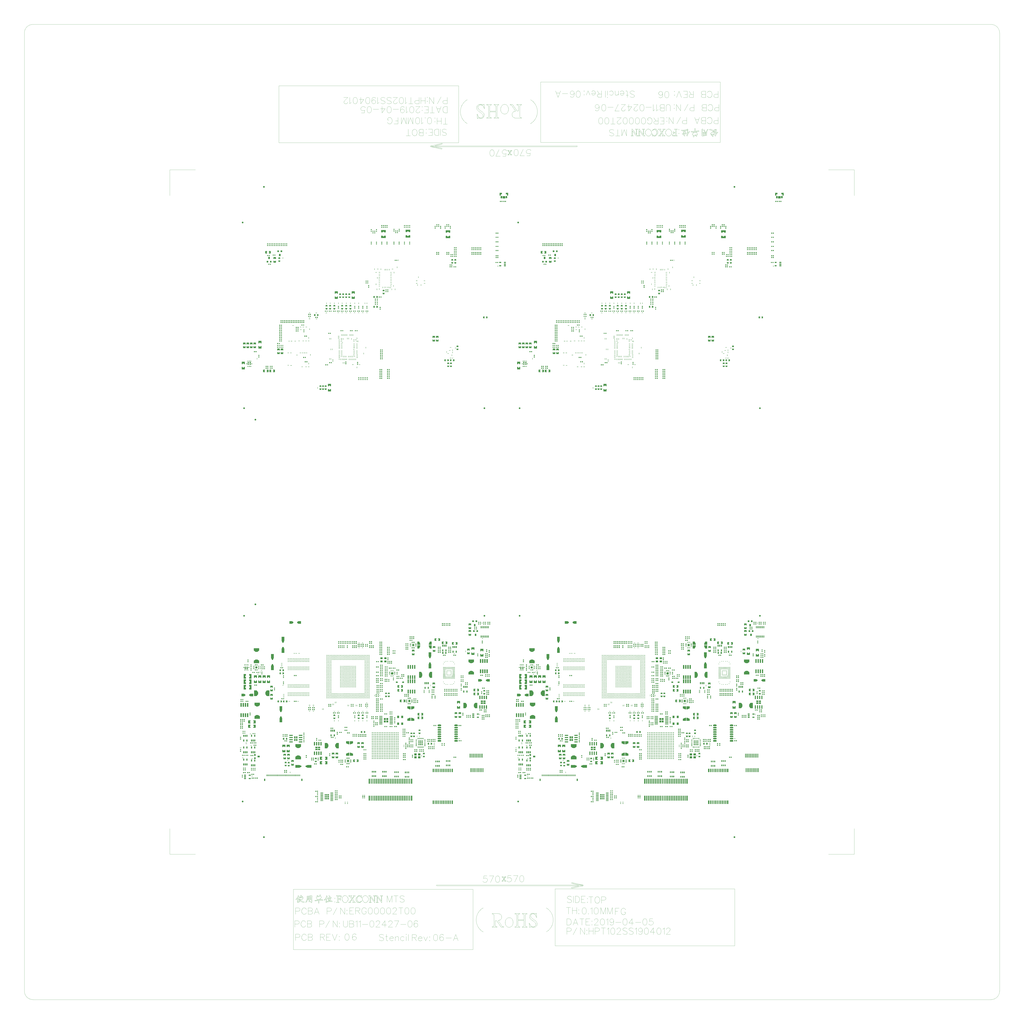
<source format=gbr>
G04 CAM350/DFMSTREAM V12.1 (Build 1022) Date:  Mon Sep 14 10:32:51 2020 *
G04 Database: e:\xac nhan khuon in\nam ninh\erg00002t00 top&bot 0406_c995819fe9e3255deaf7fd1c12f9b719.cam *
G04 Layer 16: HPT102SS1904012 *
%FSLAX24Y24*%
%MOIN*%
%SFA1.000B1.000*%

%MIA0B0*%
%IPPOS*%
%ADD27C,0.03937*%
%ADD152C,0.04000*%
%ADD255C,0.00000*%
%ADD278C,0.00079*%
%ADD279C,0.00118*%
%LNHPT102SS1904012*%
%LPD*%
G36*
X-15975Y39002D02*
G01X-15985Y39003D01*
X-15995Y39006*
X-16005Y39010*
X-16013Y39016*
X-16020Y39023*
X-16026Y39032*
X-16030Y39041*
X-16033Y39051*
X-16034Y39061*
X-16033Y39071*
X-16030Y39081*
X-16026Y39091*
X-16020Y39099*
X-16013Y39106*
X-16004Y39112*
X-15995Y39116*
X-15985Y39119*
X-15975Y39120*
X-15965Y39119*
X-15955Y39116*
X-15945Y39112*
X-15937Y39106*
X-15930Y39099*
X-15924Y39090*
X-15920Y39081*
X-15917Y39071*
X-15916Y39061*
X-15917Y39051*
X-15920Y39041*
X-15924Y39031*
X-15930Y39023*
X-15937Y39016*
X-15946Y39010*
X-15955Y39006*
X-15965Y39003*
X-15975Y39002*
G37*
G36*
X47411D02*
G01X47401Y39003D01*
X47391Y39006*
X47381Y39010*
X47373Y39016*
X47366Y39023*
X47360Y39032*
X47356Y39041*
X47353Y39051*
X47352Y39061*
X47353Y39071*
X47356Y39081*
X47360Y39091*
X47366Y39099*
X47373Y39106*
X47382Y39112*
X47391Y39116*
X47401Y39119*
X47411Y39120*
X47421Y39119*
X47431Y39116*
X47441Y39112*
X47449Y39106*
X47456Y39099*
X47462Y39090*
X47466Y39081*
X47469Y39071*
X47470Y39061*
X47469Y39051*
X47466Y39041*
X47462Y39031*
X47456Y39023*
X47449Y39016*
X47440Y39010*
X47431Y39006*
X47421Y39003*
X47411Y39002*
G37*
G36*
X49576D02*
G01X49566Y39003D01*
X49556Y39006*
X49546Y39010*
X49538Y39016*
X49531Y39023*
X49525Y39032*
X49521Y39041*
X49518Y39051*
X49517Y39061*
X49518Y39071*
X49521Y39081*
X49525Y39091*
X49531Y39099*
X49538Y39106*
X49547Y39112*
X49556Y39116*
X49566Y39119*
X49576Y39120*
X49586Y39119*
X49596Y39116*
X49606Y39112*
X49614Y39106*
X49621Y39099*
X49627Y39090*
X49631Y39081*
X49634Y39071*
X49635Y39061*
X49634Y39051*
X49631Y39041*
X49627Y39031*
X49621Y39023*
X49614Y39016*
X49605Y39010*
X49596Y39006*
X49586Y39003*
X49576Y39002*
G37*
G36*
X-16172Y38608D02*
G01X-16182Y38609D01*
X-16192Y38612*
X-16202Y38616*
X-16210Y38622*
X-16217Y38629*
X-16223Y38638*
X-16227Y38647*
X-16230Y38657*
X-16231Y38667*
X-16230Y38677*
X-16227Y38687*
X-16223Y38697*
X-16217Y38705*
X-16210Y38712*
X-16201Y38718*
X-16192Y38722*
X-16182Y38725*
X-16172Y38726*
X-16162Y38725*
X-16152Y38722*
X-16142Y38718*
X-16134Y38712*
X-16127Y38705*
X-16121Y38696*
X-16117Y38687*
X-16114Y38677*
X-16113Y38667*
X-16114Y38657*
X-16117Y38647*
X-16121Y38637*
X-16127Y38629*
X-16134Y38622*
X-16143Y38616*
X-16152Y38612*
X-16162Y38609*
X-16172Y38608*
G37*
G36*
X-13613D02*
G01X-13623Y38609D01*
X-13633Y38612*
X-13643Y38616*
X-13651Y38622*
X-13658Y38629*
X-13664Y38638*
X-13668Y38647*
X-13671Y38657*
X-13672Y38667*
X-13671Y38677*
X-13668Y38687*
X-13664Y38697*
X-13658Y38705*
X-13651Y38712*
X-13642Y38718*
X-13633Y38722*
X-13623Y38725*
X-13613Y38726*
X-13603Y38725*
X-13593Y38722*
X-13583Y38718*
X-13575Y38712*
X-13568Y38705*
X-13562Y38696*
X-13558Y38687*
X-13555Y38677*
X-13554Y38667*
X-13555Y38657*
X-13558Y38647*
X-13562Y38637*
X-13568Y38629*
X-13575Y38622*
X-13584Y38616*
X-13593Y38612*
X-13603Y38609*
X-13613Y38608*
G37*
G36*
X47214D02*
G01X47204Y38609D01*
X47194Y38612*
X47184Y38616*
X47176Y38622*
X47169Y38629*
X47163Y38638*
X47159Y38647*
X47156Y38657*
X47155Y38667*
X47156Y38677*
X47159Y38687*
X47163Y38697*
X47169Y38705*
X47176Y38712*
X47185Y38718*
X47194Y38722*
X47204Y38725*
X47214Y38726*
X47224Y38725*
X47234Y38722*
X47244Y38718*
X47252Y38712*
X47259Y38705*
X47265Y38696*
X47269Y38687*
X47272Y38677*
X47273Y38667*
X47272Y38657*
X47269Y38647*
X47265Y38637*
X47259Y38629*
X47252Y38622*
X47243Y38616*
X47234Y38612*
X47224Y38609*
X47214Y38608*
G37*
G36*
X49773D02*
G01X49763Y38609D01*
X49753Y38612*
X49743Y38616*
X49735Y38622*
X49728Y38629*
X49722Y38638*
X49718Y38647*
X49715Y38657*
X49714Y38667*
X49715Y38677*
X49718Y38687*
X49722Y38697*
X49728Y38705*
X49735Y38712*
X49744Y38718*
X49753Y38722*
X49763Y38725*
X49773Y38726*
X49783Y38725*
X49793Y38722*
X49803Y38718*
X49811Y38712*
X49818Y38705*
X49824Y38696*
X49828Y38687*
X49831Y38677*
X49832Y38667*
X49831Y38657*
X49828Y38647*
X49824Y38637*
X49818Y38629*
X49811Y38622*
X49802Y38616*
X49793Y38612*
X49783Y38609*
X49773Y38608*
G37*
G36*
X-16172Y37624D02*
G01X-16182Y37625D01*
X-16192Y37628*
X-16202Y37632*
X-16210Y37638*
X-16217Y37645*
X-16223Y37654*
X-16227Y37663*
X-16230Y37673*
X-16231Y37683*
X-16230Y37693*
X-16227Y37703*
X-16223Y37713*
X-16217Y37721*
X-16210Y37728*
X-16201Y37734*
X-16192Y37738*
X-16182Y37741*
X-16172Y37742*
X-16162Y37741*
X-16152Y37738*
X-16142Y37734*
X-16134Y37728*
X-16127Y37721*
X-16121Y37712*
X-16117Y37703*
X-16114Y37693*
X-16113Y37683*
X-16114Y37673*
X-16117Y37663*
X-16121Y37653*
X-16127Y37645*
X-16134Y37638*
X-16143Y37632*
X-16152Y37628*
X-16162Y37625*
X-16172Y37624*
G37*
G36*
X-15975D02*
G01X-15985Y37625D01*
X-15995Y37628*
X-16005Y37632*
X-16013Y37638*
X-16020Y37645*
X-16026Y37654*
X-16030Y37663*
X-16033Y37673*
X-16034Y37683*
X-16033Y37693*
X-16030Y37703*
X-16026Y37713*
X-16020Y37721*
X-16013Y37728*
X-16004Y37734*
X-15995Y37738*
X-15985Y37741*
X-15975Y37742*
X-15965Y37741*
X-15955Y37738*
X-15945Y37734*
X-15937Y37728*
X-15930Y37721*
X-15924Y37712*
X-15920Y37703*
X-15917Y37693*
X-15916Y37683*
X-15917Y37673*
X-15920Y37663*
X-15924Y37653*
X-15930Y37645*
X-15937Y37638*
X-15946Y37632*
X-15955Y37628*
X-15965Y37625*
X-15975Y37624*
G37*
G36*
X-15778D02*
G01X-15788Y37625D01*
X-15798Y37628*
X-15808Y37632*
X-15816Y37638*
X-15823Y37645*
X-15829Y37654*
X-15833Y37663*
X-15836Y37673*
X-15837Y37683*
X-15836Y37693*
X-15833Y37703*
X-15829Y37713*
X-15823Y37721*
X-15816Y37728*
X-15807Y37734*
X-15798Y37738*
X-15788Y37741*
X-15778Y37742*
X-15768Y37741*
X-15758Y37738*
X-15748Y37734*
X-15740Y37728*
X-15733Y37721*
X-15727Y37712*
X-15723Y37703*
X-15720Y37693*
X-15719Y37683*
X-15720Y37673*
X-15723Y37663*
X-15727Y37653*
X-15733Y37645*
X-15740Y37638*
X-15749Y37632*
X-15758Y37628*
X-15768Y37625*
X-15778Y37624*
G37*
G36*
X-15581D02*
G01X-15591Y37625D01*
X-15601Y37628*
X-15611Y37632*
X-15619Y37638*
X-15626Y37645*
X-15632Y37654*
X-15636Y37663*
X-15639Y37673*
X-15640Y37683*
X-15639Y37693*
X-15636Y37703*
X-15632Y37713*
X-15626Y37721*
X-15619Y37728*
X-15610Y37734*
X-15601Y37738*
X-15591Y37741*
X-15581Y37742*
X-15571Y37741*
X-15561Y37738*
X-15551Y37734*
X-15543Y37728*
X-15536Y37721*
X-15530Y37712*
X-15526Y37703*
X-15523Y37693*
X-15522Y37683*
X-15523Y37673*
X-15526Y37663*
X-15530Y37653*
X-15536Y37645*
X-15543Y37638*
X-15552Y37632*
X-15561Y37628*
X-15571Y37625*
X-15581Y37624*
G37*
G36*
X-15384D02*
G01X-15394Y37625D01*
X-15404Y37628*
X-15414Y37632*
X-15422Y37638*
X-15429Y37645*
X-15435Y37654*
X-15439Y37663*
X-15442Y37673*
X-15443Y37683*
X-15442Y37693*
X-15439Y37703*
X-15435Y37713*
X-15429Y37721*
X-15422Y37728*
X-15413Y37734*
X-15404Y37738*
X-15394Y37741*
X-15384Y37742*
X-15374Y37741*
X-15364Y37738*
X-15354Y37734*
X-15346Y37728*
X-15339Y37721*
X-15333Y37712*
X-15329Y37703*
X-15326Y37693*
X-15325Y37683*
X-15326Y37673*
X-15329Y37663*
X-15333Y37653*
X-15339Y37645*
X-15346Y37638*
X-15355Y37632*
X-15364Y37628*
X-15374Y37625*
X-15384Y37624*
G37*
G36*
X-15187D02*
G01X-15197Y37625D01*
X-15207Y37628*
X-15217Y37632*
X-15225Y37638*
X-15232Y37645*
X-15238Y37654*
X-15242Y37663*
X-15245Y37673*
X-15246Y37683*
X-15245Y37693*
X-15242Y37703*
X-15238Y37713*
X-15232Y37721*
X-15225Y37728*
X-15216Y37734*
X-15207Y37738*
X-15197Y37741*
X-15187Y37742*
X-15177Y37741*
X-15167Y37738*
X-15157Y37734*
X-15149Y37728*
X-15142Y37721*
X-15136Y37712*
X-15132Y37703*
X-15129Y37693*
X-15128Y37683*
X-15129Y37673*
X-15132Y37663*
X-15136Y37653*
X-15142Y37645*
X-15149Y37638*
X-15158Y37632*
X-15167Y37628*
X-15177Y37625*
X-15187Y37624*
G37*
G36*
X-14794D02*
G01X-14804Y37625D01*
X-14814Y37628*
X-14824Y37632*
X-14832Y37638*
X-14839Y37645*
X-14845Y37654*
X-14849Y37663*
X-14852Y37673*
X-14853Y37683*
X-14852Y37693*
X-14849Y37703*
X-14845Y37713*
X-14839Y37721*
X-14832Y37728*
X-14823Y37734*
X-14814Y37738*
X-14804Y37741*
X-14794Y37742*
X-14784Y37741*
X-14774Y37738*
X-14764Y37734*
X-14756Y37728*
X-14749Y37721*
X-14743Y37712*
X-14739Y37703*
X-14736Y37693*
X-14735Y37683*
X-14736Y37673*
X-14739Y37663*
X-14743Y37653*
X-14749Y37645*
X-14756Y37638*
X-14765Y37632*
X-14774Y37628*
X-14784Y37625*
X-14794Y37624*
G37*
G36*
X-14597D02*
G01X-14607Y37625D01*
X-14617Y37628*
X-14627Y37632*
X-14635Y37638*
X-14642Y37645*
X-14648Y37654*
X-14652Y37663*
X-14655Y37673*
X-14656Y37683*
X-14655Y37693*
X-14652Y37703*
X-14648Y37713*
X-14642Y37721*
X-14635Y37728*
X-14626Y37734*
X-14617Y37738*
X-14607Y37741*
X-14597Y37742*
X-14587Y37741*
X-14577Y37738*
X-14567Y37734*
X-14559Y37728*
X-14552Y37721*
X-14546Y37712*
X-14542Y37703*
X-14539Y37693*
X-14538Y37683*
X-14539Y37673*
X-14542Y37663*
X-14546Y37653*
X-14552Y37645*
X-14559Y37638*
X-14568Y37632*
X-14577Y37628*
X-14587Y37625*
X-14597Y37624*
G37*
G36*
X-14400D02*
G01X-14410Y37625D01*
X-14420Y37628*
X-14430Y37632*
X-14438Y37638*
X-14445Y37645*
X-14451Y37654*
X-14455Y37663*
X-14458Y37673*
X-14459Y37683*
X-14458Y37693*
X-14455Y37703*
X-14451Y37713*
X-14445Y37721*
X-14438Y37728*
X-14429Y37734*
X-14420Y37738*
X-14410Y37741*
X-14400Y37742*
X-14390Y37741*
X-14380Y37738*
X-14370Y37734*
X-14362Y37728*
X-14355Y37721*
X-14349Y37712*
X-14345Y37703*
X-14342Y37693*
X-14341Y37683*
X-14342Y37673*
X-14345Y37663*
X-14349Y37653*
X-14355Y37645*
X-14362Y37638*
X-14371Y37632*
X-14380Y37628*
X-14390Y37625*
X-14400Y37624*
G37*
G36*
X-14203D02*
G01X-14213Y37625D01*
X-14223Y37628*
X-14233Y37632*
X-14241Y37638*
X-14248Y37645*
X-14254Y37654*
X-14258Y37663*
X-14261Y37673*
X-14262Y37683*
X-14261Y37693*
X-14258Y37703*
X-14254Y37713*
X-14248Y37721*
X-14241Y37728*
X-14232Y37734*
X-14223Y37738*
X-14213Y37741*
X-14203Y37742*
X-14193Y37741*
X-14183Y37738*
X-14173Y37734*
X-14165Y37728*
X-14158Y37721*
X-14152Y37712*
X-14148Y37703*
X-14145Y37693*
X-14144Y37683*
X-14145Y37673*
X-14148Y37663*
X-14152Y37653*
X-14158Y37645*
X-14165Y37638*
X-14174Y37632*
X-14183Y37628*
X-14193Y37625*
X-14203Y37624*
G37*
G36*
X-14006D02*
G01X-14016Y37625D01*
X-14026Y37628*
X-14036Y37632*
X-14044Y37638*
X-14051Y37645*
X-14057Y37654*
X-14061Y37663*
X-14064Y37673*
X-14065Y37683*
X-14064Y37693*
X-14061Y37703*
X-14057Y37713*
X-14051Y37721*
X-14044Y37728*
X-14035Y37734*
X-14026Y37738*
X-14016Y37741*
X-14006Y37742*
X-13996Y37741*
X-13986Y37738*
X-13976Y37734*
X-13968Y37728*
X-13961Y37721*
X-13955Y37712*
X-13951Y37703*
X-13948Y37693*
X-13947Y37683*
X-13948Y37673*
X-13951Y37663*
X-13955Y37653*
X-13961Y37645*
X-13968Y37638*
X-13977Y37632*
X-13986Y37628*
X-13996Y37625*
X-14006Y37624*
G37*
G36*
X-13613D02*
G01X-13623Y37625D01*
X-13633Y37628*
X-13643Y37632*
X-13651Y37638*
X-13658Y37645*
X-13664Y37654*
X-13668Y37663*
X-13671Y37673*
X-13672Y37683*
X-13671Y37693*
X-13668Y37703*
X-13664Y37713*
X-13658Y37721*
X-13651Y37728*
X-13642Y37734*
X-13633Y37738*
X-13623Y37741*
X-13613Y37742*
X-13603Y37741*
X-13593Y37738*
X-13583Y37734*
X-13575Y37728*
X-13568Y37721*
X-13562Y37712*
X-13558Y37703*
X-13555Y37693*
X-13554Y37683*
X-13555Y37673*
X-13558Y37663*
X-13562Y37653*
X-13568Y37645*
X-13575Y37638*
X-13584Y37632*
X-13593Y37628*
X-13603Y37625*
X-13613Y37624*
G37*
G36*
X47214D02*
G01X47204Y37625D01*
X47194Y37628*
X47184Y37632*
X47176Y37638*
X47169Y37645*
X47163Y37654*
X47159Y37663*
X47156Y37673*
X47155Y37683*
X47156Y37693*
X47159Y37703*
X47163Y37713*
X47169Y37721*
X47176Y37728*
X47185Y37734*
X47194Y37738*
X47204Y37741*
X47214Y37742*
X47224Y37741*
X47234Y37738*
X47244Y37734*
X47252Y37728*
X47259Y37721*
X47265Y37712*
X47269Y37703*
X47272Y37693*
X47273Y37683*
X47272Y37673*
X47269Y37663*
X47265Y37653*
X47259Y37645*
X47252Y37638*
X47243Y37632*
X47234Y37628*
X47224Y37625*
X47214Y37624*
G37*
G36*
X47411D02*
G01X47401Y37625D01*
X47391Y37628*
X47381Y37632*
X47373Y37638*
X47366Y37645*
X47360Y37654*
X47356Y37663*
X47353Y37673*
X47352Y37683*
X47353Y37693*
X47356Y37703*
X47360Y37713*
X47366Y37721*
X47373Y37728*
X47382Y37734*
X47391Y37738*
X47401Y37741*
X47411Y37742*
X47421Y37741*
X47431Y37738*
X47441Y37734*
X47449Y37728*
X47456Y37721*
X47462Y37712*
X47466Y37703*
X47469Y37693*
X47470Y37683*
X47469Y37673*
X47466Y37663*
X47462Y37653*
X47456Y37645*
X47449Y37638*
X47440Y37632*
X47431Y37628*
X47421Y37625*
X47411Y37624*
G37*
G36*
X47608D02*
G01X47598Y37625D01*
X47588Y37628*
X47578Y37632*
X47570Y37638*
X47563Y37645*
X47557Y37654*
X47553Y37663*
X47550Y37673*
X47549Y37683*
X47550Y37693*
X47553Y37703*
X47557Y37713*
X47563Y37721*
X47570Y37728*
X47579Y37734*
X47588Y37738*
X47598Y37741*
X47608Y37742*
X47618Y37741*
X47628Y37738*
X47638Y37734*
X47646Y37728*
X47653Y37721*
X47659Y37712*
X47663Y37703*
X47666Y37693*
X47667Y37683*
X47666Y37673*
X47663Y37663*
X47659Y37653*
X47653Y37645*
X47646Y37638*
X47637Y37632*
X47628Y37628*
X47618Y37625*
X47608Y37624*
G37*
G36*
X47805D02*
G01X47795Y37625D01*
X47785Y37628*
X47775Y37632*
X47767Y37638*
X47760Y37645*
X47754Y37654*
X47750Y37663*
X47747Y37673*
X47746Y37683*
X47747Y37693*
X47750Y37703*
X47754Y37713*
X47760Y37721*
X47767Y37728*
X47776Y37734*
X47785Y37738*
X47795Y37741*
X47805Y37742*
X47815Y37741*
X47825Y37738*
X47835Y37734*
X47843Y37728*
X47850Y37721*
X47856Y37712*
X47860Y37703*
X47863Y37693*
X47864Y37683*
X47863Y37673*
X47860Y37663*
X47856Y37653*
X47850Y37645*
X47843Y37638*
X47834Y37632*
X47825Y37628*
X47815Y37625*
X47805Y37624*
G37*
G36*
X48002D02*
G01X47992Y37625D01*
X47982Y37628*
X47972Y37632*
X47964Y37638*
X47957Y37645*
X47951Y37654*
X47947Y37663*
X47944Y37673*
X47943Y37683*
X47944Y37693*
X47947Y37703*
X47951Y37713*
X47957Y37721*
X47964Y37728*
X47973Y37734*
X47982Y37738*
X47992Y37741*
X48002Y37742*
X48012Y37741*
X48022Y37738*
X48032Y37734*
X48040Y37728*
X48047Y37721*
X48053Y37712*
X48057Y37703*
X48060Y37693*
X48061Y37683*
X48060Y37673*
X48057Y37663*
X48053Y37653*
X48047Y37645*
X48040Y37638*
X48031Y37632*
X48022Y37628*
X48012Y37625*
X48002Y37624*
G37*
G36*
X48198D02*
G01X48188Y37625D01*
X48178Y37628*
X48168Y37632*
X48160Y37638*
X48153Y37645*
X48147Y37654*
X48143Y37663*
X48140Y37673*
X48139Y37683*
X48140Y37693*
X48143Y37703*
X48147Y37713*
X48153Y37721*
X48160Y37728*
X48169Y37734*
X48178Y37738*
X48188Y37741*
X48198Y37742*
X48208Y37741*
X48218Y37738*
X48228Y37734*
X48236Y37728*
X48243Y37721*
X48249Y37712*
X48253Y37703*
X48256Y37693*
X48257Y37683*
X48256Y37673*
X48253Y37663*
X48249Y37653*
X48243Y37645*
X48236Y37638*
X48227Y37632*
X48218Y37628*
X48208Y37625*
X48198Y37624*
G37*
G36*
X48395D02*
G01X48385Y37625D01*
X48375Y37628*
X48365Y37632*
X48357Y37638*
X48350Y37645*
X48344Y37654*
X48340Y37663*
X48337Y37673*
X48336Y37683*
X48337Y37693*
X48340Y37703*
X48344Y37713*
X48350Y37721*
X48357Y37728*
X48366Y37734*
X48375Y37738*
X48385Y37741*
X48395Y37742*
X48405Y37741*
X48415Y37738*
X48425Y37734*
X48433Y37728*
X48440Y37721*
X48446Y37712*
X48450Y37703*
X48453Y37693*
X48454Y37683*
X48453Y37673*
X48450Y37663*
X48446Y37653*
X48440Y37645*
X48433Y37638*
X48424Y37632*
X48415Y37628*
X48405Y37625*
X48395Y37624*
G37*
G36*
X48592D02*
G01X48582Y37625D01*
X48572Y37628*
X48562Y37632*
X48554Y37638*
X48547Y37645*
X48541Y37654*
X48537Y37663*
X48534Y37673*
X48533Y37683*
X48534Y37693*
X48537Y37703*
X48541Y37713*
X48547Y37721*
X48554Y37728*
X48563Y37734*
X48572Y37738*
X48582Y37741*
X48592Y37742*
X48602Y37741*
X48612Y37738*
X48622Y37734*
X48630Y37728*
X48637Y37721*
X48643Y37712*
X48647Y37703*
X48650Y37693*
X48651Y37683*
X48650Y37673*
X48647Y37663*
X48643Y37653*
X48637Y37645*
X48630Y37638*
X48621Y37632*
X48612Y37628*
X48602Y37625*
X48592Y37624*
G37*
G36*
X48789D02*
G01X48779Y37625D01*
X48769Y37628*
X48759Y37632*
X48751Y37638*
X48744Y37645*
X48738Y37654*
X48734Y37663*
X48731Y37673*
X48730Y37683*
X48731Y37693*
X48734Y37703*
X48738Y37713*
X48744Y37721*
X48751Y37728*
X48760Y37734*
X48769Y37738*
X48779Y37741*
X48789Y37742*
X48799Y37741*
X48809Y37738*
X48819Y37734*
X48827Y37728*
X48834Y37721*
X48840Y37712*
X48844Y37703*
X48847Y37693*
X48848Y37683*
X48847Y37673*
X48844Y37663*
X48840Y37653*
X48834Y37645*
X48827Y37638*
X48818Y37632*
X48809Y37628*
X48799Y37625*
X48789Y37624*
G37*
G36*
X48986D02*
G01X48976Y37625D01*
X48966Y37628*
X48956Y37632*
X48948Y37638*
X48941Y37645*
X48935Y37654*
X48931Y37663*
X48928Y37673*
X48927Y37683*
X48928Y37693*
X48931Y37703*
X48935Y37713*
X48941Y37721*
X48948Y37728*
X48957Y37734*
X48966Y37738*
X48976Y37741*
X48986Y37742*
X48996Y37741*
X49006Y37738*
X49016Y37734*
X49024Y37728*
X49031Y37721*
X49037Y37712*
X49041Y37703*
X49044Y37693*
X49045Y37683*
X49044Y37673*
X49041Y37663*
X49037Y37653*
X49031Y37645*
X49024Y37638*
X49015Y37632*
X49006Y37628*
X48996Y37625*
X48986Y37624*
G37*
G36*
X49183D02*
G01X49173Y37625D01*
X49163Y37628*
X49153Y37632*
X49145Y37638*
X49138Y37645*
X49132Y37654*
X49128Y37663*
X49125Y37673*
X49124Y37683*
X49125Y37693*
X49128Y37703*
X49132Y37713*
X49138Y37721*
X49145Y37728*
X49154Y37734*
X49163Y37738*
X49173Y37741*
X49183Y37742*
X49193Y37741*
X49203Y37738*
X49213Y37734*
X49221Y37728*
X49228Y37721*
X49234Y37712*
X49238Y37703*
X49241Y37693*
X49242Y37683*
X49241Y37673*
X49238Y37663*
X49234Y37653*
X49228Y37645*
X49221Y37638*
X49212Y37632*
X49203Y37628*
X49193Y37625*
X49183Y37624*
G37*
G36*
X49576D02*
G01X49566Y37625D01*
X49556Y37628*
X49546Y37632*
X49538Y37638*
X49531Y37645*
X49525Y37654*
X49521Y37663*
X49518Y37673*
X49517Y37683*
X49518Y37693*
X49521Y37703*
X49525Y37713*
X49531Y37721*
X49538Y37728*
X49547Y37734*
X49556Y37738*
X49566Y37741*
X49576Y37742*
X49586Y37741*
X49596Y37738*
X49606Y37734*
X49614Y37728*
X49621Y37721*
X49627Y37712*
X49631Y37703*
X49634Y37693*
X49635Y37683*
X49634Y37673*
X49631Y37663*
X49627Y37653*
X49621Y37645*
X49614Y37638*
X49605Y37632*
X49596Y37628*
X49586Y37625*
X49576Y37624*
G37*
G36*
X49773D02*
G01X49763Y37625D01*
X49753Y37628*
X49743Y37632*
X49735Y37638*
X49728Y37645*
X49722Y37654*
X49718Y37663*
X49715Y37673*
X49714Y37683*
X49715Y37693*
X49718Y37703*
X49722Y37713*
X49728Y37721*
X49735Y37728*
X49744Y37734*
X49753Y37738*
X49763Y37741*
X49773Y37742*
X49783Y37741*
X49793Y37738*
X49803Y37734*
X49811Y37728*
X49818Y37721*
X49824Y37712*
X49828Y37703*
X49831Y37693*
X49832Y37683*
X49831Y37673*
X49828Y37663*
X49824Y37653*
X49818Y37645*
X49811Y37638*
X49802Y37632*
X49793Y37628*
X49783Y37625*
X49773Y37624*
G37*
G36*
X-16172Y37427D02*
G01X-16182Y37428D01*
X-16192Y37431*
X-16202Y37435*
X-16210Y37441*
X-16217Y37448*
X-16223Y37457*
X-16227Y37466*
X-16230Y37476*
X-16231Y37486*
X-16230Y37496*
X-16227Y37506*
X-16223Y37516*
X-16217Y37524*
X-16210Y37531*
X-16201Y37537*
X-16192Y37541*
X-16182Y37544*
X-16172Y37545*
X-16162Y37544*
X-16152Y37541*
X-16142Y37537*
X-16134Y37531*
X-16127Y37524*
X-16121Y37515*
X-16117Y37506*
X-16114Y37496*
X-16113Y37486*
X-16114Y37476*
X-16117Y37466*
X-16121Y37456*
X-16127Y37448*
X-16134Y37441*
X-16143Y37435*
X-16152Y37431*
X-16162Y37428*
X-16172Y37427*
G37*
G36*
X-15975D02*
G01X-15985Y37428D01*
X-15995Y37431*
X-16005Y37435*
X-16013Y37441*
X-16020Y37448*
X-16026Y37457*
X-16030Y37466*
X-16033Y37476*
X-16034Y37486*
X-16033Y37496*
X-16030Y37506*
X-16026Y37516*
X-16020Y37524*
X-16013Y37531*
X-16004Y37537*
X-15995Y37541*
X-15985Y37544*
X-15975Y37545*
X-15965Y37544*
X-15955Y37541*
X-15945Y37537*
X-15937Y37531*
X-15930Y37524*
X-15924Y37515*
X-15920Y37506*
X-15917Y37496*
X-15916Y37486*
X-15917Y37476*
X-15920Y37466*
X-15924Y37456*
X-15930Y37448*
X-15937Y37441*
X-15946Y37435*
X-15955Y37431*
X-15965Y37428*
X-15975Y37427*
G37*
G36*
X-15778D02*
G01X-15788Y37428D01*
X-15798Y37431*
X-15808Y37435*
X-15816Y37441*
X-15823Y37448*
X-15829Y37457*
X-15833Y37466*
X-15836Y37476*
X-15837Y37486*
X-15836Y37496*
X-15833Y37506*
X-15829Y37516*
X-15823Y37524*
X-15816Y37531*
X-15807Y37537*
X-15798Y37541*
X-15788Y37544*
X-15778Y37545*
X-15768Y37544*
X-15758Y37541*
X-15748Y37537*
X-15740Y37531*
X-15733Y37524*
X-15727Y37515*
X-15723Y37506*
X-15720Y37496*
X-15719Y37486*
X-15720Y37476*
X-15723Y37466*
X-15727Y37456*
X-15733Y37448*
X-15740Y37441*
X-15749Y37435*
X-15758Y37431*
X-15768Y37428*
X-15778Y37427*
G37*
G36*
X-15581D02*
G01X-15591Y37428D01*
X-15601Y37431*
X-15611Y37435*
X-15619Y37441*
X-15626Y37448*
X-15632Y37457*
X-15636Y37466*
X-15639Y37476*
X-15640Y37486*
X-15639Y37496*
X-15636Y37506*
X-15632Y37516*
X-15626Y37524*
X-15619Y37531*
X-15610Y37537*
X-15601Y37541*
X-15591Y37544*
X-15581Y37545*
X-15571Y37544*
X-15561Y37541*
X-15551Y37537*
X-15543Y37531*
X-15536Y37524*
X-15530Y37515*
X-15526Y37506*
X-15523Y37496*
X-15522Y37486*
X-15523Y37476*
X-15526Y37466*
X-15530Y37456*
X-15536Y37448*
X-15543Y37441*
X-15552Y37435*
X-15561Y37431*
X-15571Y37428*
X-15581Y37427*
G37*
G36*
X-15384D02*
G01X-15394Y37428D01*
X-15404Y37431*
X-15414Y37435*
X-15422Y37441*
X-15429Y37448*
X-15435Y37457*
X-15439Y37466*
X-15442Y37476*
X-15443Y37486*
X-15442Y37496*
X-15439Y37506*
X-15435Y37516*
X-15429Y37524*
X-15422Y37531*
X-15413Y37537*
X-15404Y37541*
X-15394Y37544*
X-15384Y37545*
X-15374Y37544*
X-15364Y37541*
X-15354Y37537*
X-15346Y37531*
X-15339Y37524*
X-15333Y37515*
X-15329Y37506*
X-15326Y37496*
X-15325Y37486*
X-15326Y37476*
X-15329Y37466*
X-15333Y37456*
X-15339Y37448*
X-15346Y37441*
X-15355Y37435*
X-15364Y37431*
X-15374Y37428*
X-15384Y37427*
G37*
G36*
X-15187D02*
G01X-15197Y37428D01*
X-15207Y37431*
X-15217Y37435*
X-15225Y37441*
X-15232Y37448*
X-15238Y37457*
X-15242Y37466*
X-15245Y37476*
X-15246Y37486*
X-15245Y37496*
X-15242Y37506*
X-15238Y37516*
X-15232Y37524*
X-15225Y37531*
X-15216Y37537*
X-15207Y37541*
X-15197Y37544*
X-15187Y37545*
X-15177Y37544*
X-15167Y37541*
X-15157Y37537*
X-15149Y37531*
X-15142Y37524*
X-15136Y37515*
X-15132Y37506*
X-15129Y37496*
X-15128Y37486*
X-15129Y37476*
X-15132Y37466*
X-15136Y37456*
X-15142Y37448*
X-15149Y37441*
X-15158Y37435*
X-15167Y37431*
X-15177Y37428*
X-15187Y37427*
G37*
G36*
X-14794D02*
G01X-14804Y37428D01*
X-14814Y37431*
X-14824Y37435*
X-14832Y37441*
X-14839Y37448*
X-14845Y37457*
X-14849Y37466*
X-14852Y37476*
X-14853Y37486*
X-14852Y37496*
X-14849Y37506*
X-14845Y37516*
X-14839Y37524*
X-14832Y37531*
X-14823Y37537*
X-14814Y37541*
X-14804Y37544*
X-14794Y37545*
X-14784Y37544*
X-14774Y37541*
X-14764Y37537*
X-14756Y37531*
X-14749Y37524*
X-14743Y37515*
X-14739Y37506*
X-14736Y37496*
X-14735Y37486*
X-14736Y37476*
X-14739Y37466*
X-14743Y37456*
X-14749Y37448*
X-14756Y37441*
X-14765Y37435*
X-14774Y37431*
X-14784Y37428*
X-14794Y37427*
G37*
G36*
X-14597D02*
G01X-14607Y37428D01*
X-14617Y37431*
X-14627Y37435*
X-14635Y37441*
X-14642Y37448*
X-14648Y37457*
X-14652Y37466*
X-14655Y37476*
X-14656Y37486*
X-14655Y37496*
X-14652Y37506*
X-14648Y37516*
X-14642Y37524*
X-14635Y37531*
X-14626Y37537*
X-14617Y37541*
X-14607Y37544*
X-14597Y37545*
X-14587Y37544*
X-14577Y37541*
X-14567Y37537*
X-14559Y37531*
X-14552Y37524*
X-14546Y37515*
X-14542Y37506*
X-14539Y37496*
X-14538Y37486*
X-14539Y37476*
X-14542Y37466*
X-14546Y37456*
X-14552Y37448*
X-14559Y37441*
X-14568Y37435*
X-14577Y37431*
X-14587Y37428*
X-14597Y37427*
G37*
G36*
X-14400D02*
G01X-14410Y37428D01*
X-14420Y37431*
X-14430Y37435*
X-14438Y37441*
X-14445Y37448*
X-14451Y37457*
X-14455Y37466*
X-14458Y37476*
X-14459Y37486*
X-14458Y37496*
X-14455Y37506*
X-14451Y37516*
X-14445Y37524*
X-14438Y37531*
X-14429Y37537*
X-14420Y37541*
X-14410Y37544*
X-14400Y37545*
X-14390Y37544*
X-14380Y37541*
X-14370Y37537*
X-14362Y37531*
X-14355Y37524*
X-14349Y37515*
X-14345Y37506*
X-14342Y37496*
X-14341Y37486*
X-14342Y37476*
X-14345Y37466*
X-14349Y37456*
X-14355Y37448*
X-14362Y37441*
X-14371Y37435*
X-14380Y37431*
X-14390Y37428*
X-14400Y37427*
G37*
G36*
X-14203D02*
G01X-14213Y37428D01*
X-14223Y37431*
X-14233Y37435*
X-14241Y37441*
X-14248Y37448*
X-14254Y37457*
X-14258Y37466*
X-14261Y37476*
X-14262Y37486*
X-14261Y37496*
X-14258Y37506*
X-14254Y37516*
X-14248Y37524*
X-14241Y37531*
X-14232Y37537*
X-14223Y37541*
X-14213Y37544*
X-14203Y37545*
X-14193Y37544*
X-14183Y37541*
X-14173Y37537*
X-14165Y37531*
X-14158Y37524*
X-14152Y37515*
X-14148Y37506*
X-14145Y37496*
X-14144Y37486*
X-14145Y37476*
X-14148Y37466*
X-14152Y37456*
X-14158Y37448*
X-14165Y37441*
X-14174Y37435*
X-14183Y37431*
X-14193Y37428*
X-14203Y37427*
G37*
G36*
X-14006D02*
G01X-14016Y37428D01*
X-14026Y37431*
X-14036Y37435*
X-14044Y37441*
X-14051Y37448*
X-14057Y37457*
X-14061Y37466*
X-14064Y37476*
X-14065Y37486*
X-14064Y37496*
X-14061Y37506*
X-14057Y37516*
X-14051Y37524*
X-14044Y37531*
X-14035Y37537*
X-14026Y37541*
X-14016Y37544*
X-14006Y37545*
X-13996Y37544*
X-13986Y37541*
X-13976Y37537*
X-13968Y37531*
X-13961Y37524*
X-13955Y37515*
X-13951Y37506*
X-13948Y37496*
X-13947Y37486*
X-13948Y37476*
X-13951Y37466*
X-13955Y37456*
X-13961Y37448*
X-13968Y37441*
X-13977Y37435*
X-13986Y37431*
X-13996Y37428*
X-14006Y37427*
G37*
G36*
X-13613D02*
G01X-13623Y37428D01*
X-13633Y37431*
X-13643Y37435*
X-13651Y37441*
X-13658Y37448*
X-13664Y37457*
X-13668Y37466*
X-13671Y37476*
X-13672Y37486*
X-13671Y37496*
X-13668Y37506*
X-13664Y37516*
X-13658Y37524*
X-13651Y37531*
X-13642Y37537*
X-13633Y37541*
X-13623Y37544*
X-13613Y37545*
X-13603Y37544*
X-13593Y37541*
X-13583Y37537*
X-13575Y37531*
X-13568Y37524*
X-13562Y37515*
X-13558Y37506*
X-13555Y37496*
X-13554Y37486*
X-13555Y37476*
X-13558Y37466*
X-13562Y37456*
X-13568Y37448*
X-13575Y37441*
X-13584Y37435*
X-13593Y37431*
X-13603Y37428*
X-13613Y37427*
G37*
G36*
X47214D02*
G01X47204Y37428D01*
X47194Y37431*
X47184Y37435*
X47176Y37441*
X47169Y37448*
X47163Y37457*
X47159Y37466*
X47156Y37476*
X47155Y37486*
X47156Y37496*
X47159Y37506*
X47163Y37516*
X47169Y37524*
X47176Y37531*
X47185Y37537*
X47194Y37541*
X47204Y37544*
X47214Y37545*
X47224Y37544*
X47234Y37541*
X47244Y37537*
X47252Y37531*
X47259Y37524*
X47265Y37515*
X47269Y37506*
X47272Y37496*
X47273Y37486*
X47272Y37476*
X47269Y37466*
X47265Y37456*
X47259Y37448*
X47252Y37441*
X47243Y37435*
X47234Y37431*
X47224Y37428*
X47214Y37427*
G37*
G36*
X47411D02*
G01X47401Y37428D01*
X47391Y37431*
X47381Y37435*
X47373Y37441*
X47366Y37448*
X47360Y37457*
X47356Y37466*
X47353Y37476*
X47352Y37486*
X47353Y37496*
X47356Y37506*
X47360Y37516*
X47366Y37524*
X47373Y37531*
X47382Y37537*
X47391Y37541*
X47401Y37544*
X47411Y37545*
X47421Y37544*
X47431Y37541*
X47441Y37537*
X47449Y37531*
X47456Y37524*
X47462Y37515*
X47466Y37506*
X47469Y37496*
X47470Y37486*
X47469Y37476*
X47466Y37466*
X47462Y37456*
X47456Y37448*
X47449Y37441*
X47440Y37435*
X47431Y37431*
X47421Y37428*
X47411Y37427*
G37*
G36*
X47608D02*
G01X47598Y37428D01*
X47588Y37431*
X47578Y37435*
X47570Y37441*
X47563Y37448*
X47557Y37457*
X47553Y37466*
X47550Y37476*
X47549Y37486*
X47550Y37496*
X47553Y37506*
X47557Y37516*
X47563Y37524*
X47570Y37531*
X47579Y37537*
X47588Y37541*
X47598Y37544*
X47608Y37545*
X47618Y37544*
X47628Y37541*
X47638Y37537*
X47646Y37531*
X47653Y37524*
X47659Y37515*
X47663Y37506*
X47666Y37496*
X47667Y37486*
X47666Y37476*
X47663Y37466*
X47659Y37456*
X47653Y37448*
X47646Y37441*
X47637Y37435*
X47628Y37431*
X47618Y37428*
X47608Y37427*
G37*
G36*
X47805D02*
G01X47795Y37428D01*
X47785Y37431*
X47775Y37435*
X47767Y37441*
X47760Y37448*
X47754Y37457*
X47750Y37466*
X47747Y37476*
X47746Y37486*
X47747Y37496*
X47750Y37506*
X47754Y37516*
X47760Y37524*
X47767Y37531*
X47776Y37537*
X47785Y37541*
X47795Y37544*
X47805Y37545*
X47815Y37544*
X47825Y37541*
X47835Y37537*
X47843Y37531*
X47850Y37524*
X47856Y37515*
X47860Y37506*
X47863Y37496*
X47864Y37486*
X47863Y37476*
X47860Y37466*
X47856Y37456*
X47850Y37448*
X47843Y37441*
X47834Y37435*
X47825Y37431*
X47815Y37428*
X47805Y37427*
G37*
G36*
X48002D02*
G01X47992Y37428D01*
X47982Y37431*
X47972Y37435*
X47964Y37441*
X47957Y37448*
X47951Y37457*
X47947Y37466*
X47944Y37476*
X47943Y37486*
X47944Y37496*
X47947Y37506*
X47951Y37516*
X47957Y37524*
X47964Y37531*
X47973Y37537*
X47982Y37541*
X47992Y37544*
X48002Y37545*
X48012Y37544*
X48022Y37541*
X48032Y37537*
X48040Y37531*
X48047Y37524*
X48053Y37515*
X48057Y37506*
X48060Y37496*
X48061Y37486*
X48060Y37476*
X48057Y37466*
X48053Y37456*
X48047Y37448*
X48040Y37441*
X48031Y37435*
X48022Y37431*
X48012Y37428*
X48002Y37427*
G37*
G36*
X48198D02*
G01X48188Y37428D01*
X48178Y37431*
X48168Y37435*
X48160Y37441*
X48153Y37448*
X48147Y37457*
X48143Y37466*
X48140Y37476*
X48139Y37486*
X48140Y37496*
X48143Y37506*
X48147Y37516*
X48153Y37524*
X48160Y37531*
X48169Y37537*
X48178Y37541*
X48188Y37544*
X48198Y37545*
X48208Y37544*
X48218Y37541*
X48228Y37537*
X48236Y37531*
X48243Y37524*
X48249Y37515*
X48253Y37506*
X48256Y37496*
X48257Y37486*
X48256Y37476*
X48253Y37466*
X48249Y37456*
X48243Y37448*
X48236Y37441*
X48227Y37435*
X48218Y37431*
X48208Y37428*
X48198Y37427*
G37*
G36*
X48395D02*
G01X48385Y37428D01*
X48375Y37431*
X48365Y37435*
X48357Y37441*
X48350Y37448*
X48344Y37457*
X48340Y37466*
X48337Y37476*
X48336Y37486*
X48337Y37496*
X48340Y37506*
X48344Y37516*
X48350Y37524*
X48357Y37531*
X48366Y37537*
X48375Y37541*
X48385Y37544*
X48395Y37545*
X48405Y37544*
X48415Y37541*
X48425Y37537*
X48433Y37531*
X48440Y37524*
X48446Y37515*
X48450Y37506*
X48453Y37496*
X48454Y37486*
X48453Y37476*
X48450Y37466*
X48446Y37456*
X48440Y37448*
X48433Y37441*
X48424Y37435*
X48415Y37431*
X48405Y37428*
X48395Y37427*
G37*
G36*
X48592D02*
G01X48582Y37428D01*
X48572Y37431*
X48562Y37435*
X48554Y37441*
X48547Y37448*
X48541Y37457*
X48537Y37466*
X48534Y37476*
X48533Y37486*
X48534Y37496*
X48537Y37506*
X48541Y37516*
X48547Y37524*
X48554Y37531*
X48563Y37537*
X48572Y37541*
X48582Y37544*
X48592Y37545*
X48602Y37544*
X48612Y37541*
X48622Y37537*
X48630Y37531*
X48637Y37524*
X48643Y37515*
X48647Y37506*
X48650Y37496*
X48651Y37486*
X48650Y37476*
X48647Y37466*
X48643Y37456*
X48637Y37448*
X48630Y37441*
X48621Y37435*
X48612Y37431*
X48602Y37428*
X48592Y37427*
G37*
G36*
X48789D02*
G01X48779Y37428D01*
X48769Y37431*
X48759Y37435*
X48751Y37441*
X48744Y37448*
X48738Y37457*
X48734Y37466*
X48731Y37476*
X48730Y37486*
X48731Y37496*
X48734Y37506*
X48738Y37516*
X48744Y37524*
X48751Y37531*
X48760Y37537*
X48769Y37541*
X48779Y37544*
X48789Y37545*
X48799Y37544*
X48809Y37541*
X48819Y37537*
X48827Y37531*
X48834Y37524*
X48840Y37515*
X48844Y37506*
X48847Y37496*
X48848Y37486*
X48847Y37476*
X48844Y37466*
X48840Y37456*
X48834Y37448*
X48827Y37441*
X48818Y37435*
X48809Y37431*
X48799Y37428*
X48789Y37427*
G37*
G36*
X48986D02*
G01X48976Y37428D01*
X48966Y37431*
X48956Y37435*
X48948Y37441*
X48941Y37448*
X48935Y37457*
X48931Y37466*
X48928Y37476*
X48927Y37486*
X48928Y37496*
X48931Y37506*
X48935Y37516*
X48941Y37524*
X48948Y37531*
X48957Y37537*
X48966Y37541*
X48976Y37544*
X48986Y37545*
X48996Y37544*
X49006Y37541*
X49016Y37537*
X49024Y37531*
X49031Y37524*
X49037Y37515*
X49041Y37506*
X49044Y37496*
X49045Y37486*
X49044Y37476*
X49041Y37466*
X49037Y37456*
X49031Y37448*
X49024Y37441*
X49015Y37435*
X49006Y37431*
X48996Y37428*
X48986Y37427*
G37*
G36*
X49183D02*
G01X49173Y37428D01*
X49163Y37431*
X49153Y37435*
X49145Y37441*
X49138Y37448*
X49132Y37457*
X49128Y37466*
X49125Y37476*
X49124Y37486*
X49125Y37496*
X49128Y37506*
X49132Y37516*
X49138Y37524*
X49145Y37531*
X49154Y37537*
X49163Y37541*
X49173Y37544*
X49183Y37545*
X49193Y37544*
X49203Y37541*
X49213Y37537*
X49221Y37531*
X49228Y37524*
X49234Y37515*
X49238Y37506*
X49241Y37496*
X49242Y37486*
X49241Y37476*
X49238Y37466*
X49234Y37456*
X49228Y37448*
X49221Y37441*
X49212Y37435*
X49203Y37431*
X49193Y37428*
X49183Y37427*
G37*
G36*
X49576D02*
G01X49566Y37428D01*
X49556Y37431*
X49546Y37435*
X49538Y37441*
X49531Y37448*
X49525Y37457*
X49521Y37466*
X49518Y37476*
X49517Y37486*
X49518Y37496*
X49521Y37506*
X49525Y37516*
X49531Y37524*
X49538Y37531*
X49547Y37537*
X49556Y37541*
X49566Y37544*
X49576Y37545*
X49586Y37544*
X49596Y37541*
X49606Y37537*
X49614Y37531*
X49621Y37524*
X49627Y37515*
X49631Y37506*
X49634Y37496*
X49635Y37486*
X49634Y37476*
X49631Y37466*
X49627Y37456*
X49621Y37448*
X49614Y37441*
X49605Y37435*
X49596Y37431*
X49586Y37428*
X49576Y37427*
G37*
G36*
X49773D02*
G01X49763Y37428D01*
X49753Y37431*
X49743Y37435*
X49735Y37441*
X49728Y37448*
X49722Y37457*
X49718Y37466*
X49715Y37476*
X49714Y37486*
X49715Y37496*
X49718Y37506*
X49722Y37516*
X49728Y37524*
X49735Y37531*
X49744Y37537*
X49753Y37541*
X49763Y37544*
X49773Y37545*
X49783Y37544*
X49793Y37541*
X49803Y37537*
X49811Y37531*
X49818Y37524*
X49824Y37515*
X49828Y37506*
X49831Y37496*
X49832Y37486*
X49831Y37476*
X49828Y37466*
X49824Y37456*
X49818Y37448*
X49811Y37441*
X49802Y37435*
X49793Y37431*
X49783Y37428*
X49773Y37427*
G37*
G36*
X-16172Y37230D02*
G01X-16182Y37231D01*
X-16192Y37234*
X-16202Y37238*
X-16210Y37244*
X-16217Y37251*
X-16223Y37260*
X-16227Y37269*
X-16230Y37279*
X-16231Y37289*
X-16230Y37299*
X-16227Y37309*
X-16223Y37319*
X-16217Y37327*
X-16210Y37334*
X-16201Y37340*
X-16192Y37344*
X-16182Y37347*
X-16172Y37348*
X-16162Y37347*
X-16152Y37344*
X-16142Y37340*
X-16134Y37334*
X-16127Y37327*
X-16121Y37318*
X-16117Y37309*
X-16114Y37299*
X-16113Y37289*
X-16114Y37279*
X-16117Y37269*
X-16121Y37259*
X-16127Y37251*
X-16134Y37244*
X-16143Y37238*
X-16152Y37234*
X-16162Y37231*
X-16172Y37230*
G37*
G36*
X-15975D02*
G01X-15985Y37231D01*
X-15995Y37234*
X-16005Y37238*
X-16013Y37244*
X-16020Y37251*
X-16026Y37260*
X-16030Y37269*
X-16033Y37279*
X-16034Y37289*
X-16033Y37299*
X-16030Y37309*
X-16026Y37319*
X-16020Y37327*
X-16013Y37334*
X-16004Y37340*
X-15995Y37344*
X-15985Y37347*
X-15975Y37348*
X-15965Y37347*
X-15955Y37344*
X-15945Y37340*
X-15937Y37334*
X-15930Y37327*
X-15924Y37318*
X-15920Y37309*
X-15917Y37299*
X-15916Y37289*
X-15917Y37279*
X-15920Y37269*
X-15924Y37259*
X-15930Y37251*
X-15937Y37244*
X-15946Y37238*
X-15955Y37234*
X-15965Y37231*
X-15975Y37230*
G37*
G36*
X-15778D02*
G01X-15788Y37231D01*
X-15798Y37234*
X-15808Y37238*
X-15816Y37244*
X-15823Y37251*
X-15829Y37260*
X-15833Y37269*
X-15836Y37279*
X-15837Y37289*
X-15836Y37299*
X-15833Y37309*
X-15829Y37319*
X-15823Y37327*
X-15816Y37334*
X-15807Y37340*
X-15798Y37344*
X-15788Y37347*
X-15778Y37348*
X-15768Y37347*
X-15758Y37344*
X-15748Y37340*
X-15740Y37334*
X-15733Y37327*
X-15727Y37318*
X-15723Y37309*
X-15720Y37299*
X-15719Y37289*
X-15720Y37279*
X-15723Y37269*
X-15727Y37259*
X-15733Y37251*
X-15740Y37244*
X-15749Y37238*
X-15758Y37234*
X-15768Y37231*
X-15778Y37230*
G37*
G36*
X-14006D02*
G01X-14016Y37231D01*
X-14026Y37234*
X-14036Y37238*
X-14044Y37244*
X-14051Y37251*
X-14057Y37260*
X-14061Y37269*
X-14064Y37279*
X-14065Y37289*
X-14064Y37299*
X-14061Y37309*
X-14057Y37319*
X-14051Y37327*
X-14044Y37334*
X-14035Y37340*
X-14026Y37344*
X-14016Y37347*
X-14006Y37348*
X-13996Y37347*
X-13986Y37344*
X-13976Y37340*
X-13968Y37334*
X-13961Y37327*
X-13955Y37318*
X-13951Y37309*
X-13948Y37299*
X-13947Y37289*
X-13948Y37279*
X-13951Y37269*
X-13955Y37259*
X-13961Y37251*
X-13968Y37244*
X-13977Y37238*
X-13986Y37234*
X-13996Y37231*
X-14006Y37230*
G37*
G36*
X-13613D02*
G01X-13623Y37231D01*
X-13633Y37234*
X-13643Y37238*
X-13651Y37244*
X-13658Y37251*
X-13664Y37260*
X-13668Y37269*
X-13671Y37279*
X-13672Y37289*
X-13671Y37299*
X-13668Y37309*
X-13664Y37319*
X-13658Y37327*
X-13651Y37334*
X-13642Y37340*
X-13633Y37344*
X-13623Y37347*
X-13613Y37348*
X-13603Y37347*
X-13593Y37344*
X-13583Y37340*
X-13575Y37334*
X-13568Y37327*
X-13562Y37318*
X-13558Y37309*
X-13555Y37299*
X-13554Y37289*
X-13555Y37279*
X-13558Y37269*
X-13562Y37259*
X-13568Y37251*
X-13575Y37244*
X-13584Y37238*
X-13593Y37234*
X-13603Y37231*
X-13613Y37230*
G37*
G36*
X47214D02*
G01X47204Y37231D01*
X47194Y37234*
X47184Y37238*
X47176Y37244*
X47169Y37251*
X47163Y37260*
X47159Y37269*
X47156Y37279*
X47155Y37289*
X47156Y37299*
X47159Y37309*
X47163Y37319*
X47169Y37327*
X47176Y37334*
X47185Y37340*
X47194Y37344*
X47204Y37347*
X47214Y37348*
X47224Y37347*
X47234Y37344*
X47244Y37340*
X47252Y37334*
X47259Y37327*
X47265Y37318*
X47269Y37309*
X47272Y37299*
X47273Y37289*
X47272Y37279*
X47269Y37269*
X47265Y37259*
X47259Y37251*
X47252Y37244*
X47243Y37238*
X47234Y37234*
X47224Y37231*
X47214Y37230*
G37*
G36*
X47411D02*
G01X47401Y37231D01*
X47391Y37234*
X47381Y37238*
X47373Y37244*
X47366Y37251*
X47360Y37260*
X47356Y37269*
X47353Y37279*
X47352Y37289*
X47353Y37299*
X47356Y37309*
X47360Y37319*
X47366Y37327*
X47373Y37334*
X47382Y37340*
X47391Y37344*
X47401Y37347*
X47411Y37348*
X47421Y37347*
X47431Y37344*
X47441Y37340*
X47449Y37334*
X47456Y37327*
X47462Y37318*
X47466Y37309*
X47469Y37299*
X47470Y37289*
X47469Y37279*
X47466Y37269*
X47462Y37259*
X47456Y37251*
X47449Y37244*
X47440Y37238*
X47431Y37234*
X47421Y37231*
X47411Y37230*
G37*
G36*
X47608D02*
G01X47598Y37231D01*
X47588Y37234*
X47578Y37238*
X47570Y37244*
X47563Y37251*
X47557Y37260*
X47553Y37269*
X47550Y37279*
X47549Y37289*
X47550Y37299*
X47553Y37309*
X47557Y37319*
X47563Y37327*
X47570Y37334*
X47579Y37340*
X47588Y37344*
X47598Y37347*
X47608Y37348*
X47618Y37347*
X47628Y37344*
X47638Y37340*
X47646Y37334*
X47653Y37327*
X47659Y37318*
X47663Y37309*
X47666Y37299*
X47667Y37289*
X47666Y37279*
X47663Y37269*
X47659Y37259*
X47653Y37251*
X47646Y37244*
X47637Y37238*
X47628Y37234*
X47618Y37231*
X47608Y37230*
G37*
G36*
X49576D02*
G01X49566Y37231D01*
X49556Y37234*
X49546Y37238*
X49538Y37244*
X49531Y37251*
X49525Y37260*
X49521Y37269*
X49518Y37279*
X49517Y37289*
X49518Y37299*
X49521Y37309*
X49525Y37319*
X49531Y37327*
X49538Y37334*
X49547Y37340*
X49556Y37344*
X49566Y37347*
X49576Y37348*
X49586Y37347*
X49596Y37344*
X49606Y37340*
X49614Y37334*
X49621Y37327*
X49627Y37318*
X49631Y37309*
X49634Y37299*
X49635Y37289*
X49634Y37279*
X49631Y37269*
X49627Y37259*
X49621Y37251*
X49614Y37244*
X49605Y37238*
X49596Y37234*
X49586Y37231*
X49576Y37230*
G37*
G36*
X49773D02*
G01X49763Y37231D01*
X49753Y37234*
X49743Y37238*
X49735Y37244*
X49728Y37251*
X49722Y37260*
X49718Y37269*
X49715Y37279*
X49714Y37289*
X49715Y37299*
X49718Y37309*
X49722Y37319*
X49728Y37327*
X49735Y37334*
X49744Y37340*
X49753Y37344*
X49763Y37347*
X49773Y37348*
X49783Y37347*
X49793Y37344*
X49803Y37340*
X49811Y37334*
X49818Y37327*
X49824Y37318*
X49828Y37309*
X49831Y37299*
X49832Y37289*
X49831Y37279*
X49828Y37269*
X49824Y37259*
X49818Y37251*
X49811Y37244*
X49802Y37238*
X49793Y37234*
X49783Y37231*
X49773Y37230*
G37*
G36*
X-16172Y37033D02*
G01X-16182Y37034D01*
X-16192Y37037*
X-16202Y37041*
X-16210Y37047*
X-16217Y37054*
X-16223Y37063*
X-16227Y37072*
X-16230Y37082*
X-16231Y37092*
X-16230Y37102*
X-16227Y37112*
X-16223Y37122*
X-16217Y37130*
X-16210Y37137*
X-16201Y37143*
X-16192Y37147*
X-16182Y37150*
X-16172Y37151*
X-16162Y37150*
X-16152Y37147*
X-16142Y37143*
X-16134Y37137*
X-16127Y37130*
X-16121Y37121*
X-16117Y37112*
X-16114Y37102*
X-16113Y37092*
X-16114Y37082*
X-16117Y37072*
X-16121Y37062*
X-16127Y37054*
X-16134Y37047*
X-16143Y37041*
X-16152Y37037*
X-16162Y37034*
X-16172Y37033*
G37*
G36*
X-15975D02*
G01X-15985Y37034D01*
X-15995Y37037*
X-16005Y37041*
X-16013Y37047*
X-16020Y37054*
X-16026Y37063*
X-16030Y37072*
X-16033Y37082*
X-16034Y37092*
X-16033Y37102*
X-16030Y37112*
X-16026Y37122*
X-16020Y37130*
X-16013Y37137*
X-16004Y37143*
X-15995Y37147*
X-15985Y37150*
X-15975Y37151*
X-15965Y37150*
X-15955Y37147*
X-15945Y37143*
X-15937Y37137*
X-15930Y37130*
X-15924Y37121*
X-15920Y37112*
X-15917Y37102*
X-15916Y37092*
X-15917Y37082*
X-15920Y37072*
X-15924Y37062*
X-15930Y37054*
X-15937Y37047*
X-15946Y37041*
X-15955Y37037*
X-15965Y37034*
X-15975Y37033*
G37*
G36*
X-15778D02*
G01X-15788Y37034D01*
X-15798Y37037*
X-15808Y37041*
X-15816Y37047*
X-15823Y37054*
X-15829Y37063*
X-15833Y37072*
X-15836Y37082*
X-15837Y37092*
X-15836Y37102*
X-15833Y37112*
X-15829Y37122*
X-15823Y37130*
X-15816Y37137*
X-15807Y37143*
X-15798Y37147*
X-15788Y37150*
X-15778Y37151*
X-15768Y37150*
X-15758Y37147*
X-15748Y37143*
X-15740Y37137*
X-15733Y37130*
X-15727Y37121*
X-15723Y37112*
X-15720Y37102*
X-15719Y37092*
X-15720Y37082*
X-15723Y37072*
X-15727Y37062*
X-15733Y37054*
X-15740Y37047*
X-15749Y37041*
X-15758Y37037*
X-15768Y37034*
X-15778Y37033*
G37*
G36*
X-15384D02*
G01X-15394Y37034D01*
X-15404Y37037*
X-15414Y37041*
X-15422Y37047*
X-15429Y37054*
X-15435Y37063*
X-15439Y37072*
X-15442Y37082*
X-15443Y37092*
X-15442Y37102*
X-15439Y37112*
X-15435Y37122*
X-15429Y37130*
X-15422Y37137*
X-15413Y37143*
X-15404Y37147*
X-15394Y37150*
X-15384Y37151*
X-15374Y37150*
X-15364Y37147*
X-15354Y37143*
X-15346Y37137*
X-15339Y37130*
X-15333Y37121*
X-15329Y37112*
X-15326Y37102*
X-15325Y37092*
X-15326Y37082*
X-15329Y37072*
X-15333Y37062*
X-15339Y37054*
X-15346Y37047*
X-15355Y37041*
X-15364Y37037*
X-15374Y37034*
X-15384Y37033*
G37*
G36*
X-15187D02*
G01X-15197Y37034D01*
X-15207Y37037*
X-15217Y37041*
X-15225Y37047*
X-15232Y37054*
X-15238Y37063*
X-15242Y37072*
X-15245Y37082*
X-15246Y37092*
X-15245Y37102*
X-15242Y37112*
X-15238Y37122*
X-15232Y37130*
X-15225Y37137*
X-15216Y37143*
X-15207Y37147*
X-15197Y37150*
X-15187Y37151*
X-15177Y37150*
X-15167Y37147*
X-15157Y37143*
X-15149Y37137*
X-15142Y37130*
X-15136Y37121*
X-15132Y37112*
X-15129Y37102*
X-15128Y37092*
X-15129Y37082*
X-15132Y37072*
X-15136Y37062*
X-15142Y37054*
X-15149Y37047*
X-15158Y37041*
X-15167Y37037*
X-15177Y37034*
X-15187Y37033*
G37*
G36*
X-14794D02*
G01X-14804Y37034D01*
X-14814Y37037*
X-14824Y37041*
X-14832Y37047*
X-14839Y37054*
X-14845Y37063*
X-14849Y37072*
X-14852Y37082*
X-14853Y37092*
X-14852Y37102*
X-14849Y37112*
X-14845Y37122*
X-14839Y37130*
X-14832Y37137*
X-14823Y37143*
X-14814Y37147*
X-14804Y37150*
X-14794Y37151*
X-14784Y37150*
X-14774Y37147*
X-14764Y37143*
X-14756Y37137*
X-14749Y37130*
X-14743Y37121*
X-14739Y37112*
X-14736Y37102*
X-14735Y37092*
X-14736Y37082*
X-14739Y37072*
X-14743Y37062*
X-14749Y37054*
X-14756Y37047*
X-14765Y37041*
X-14774Y37037*
X-14784Y37034*
X-14794Y37033*
G37*
G36*
X-14597D02*
G01X-14607Y37034D01*
X-14617Y37037*
X-14627Y37041*
X-14635Y37047*
X-14642Y37054*
X-14648Y37063*
X-14652Y37072*
X-14655Y37082*
X-14656Y37092*
X-14655Y37102*
X-14652Y37112*
X-14648Y37122*
X-14642Y37130*
X-14635Y37137*
X-14626Y37143*
X-14617Y37147*
X-14607Y37150*
X-14597Y37151*
X-14587Y37150*
X-14577Y37147*
X-14567Y37143*
X-14559Y37137*
X-14552Y37130*
X-14546Y37121*
X-14542Y37112*
X-14539Y37102*
X-14538Y37092*
X-14539Y37082*
X-14542Y37072*
X-14546Y37062*
X-14552Y37054*
X-14559Y37047*
X-14568Y37041*
X-14577Y37037*
X-14587Y37034*
X-14597Y37033*
G37*
G36*
X-14400D02*
G01X-14410Y37034D01*
X-14420Y37037*
X-14430Y37041*
X-14438Y37047*
X-14445Y37054*
X-14451Y37063*
X-14455Y37072*
X-14458Y37082*
X-14459Y37092*
X-14458Y37102*
X-14455Y37112*
X-14451Y37122*
X-14445Y37130*
X-14438Y37137*
X-14429Y37143*
X-14420Y37147*
X-14410Y37150*
X-14400Y37151*
X-14390Y37150*
X-14380Y37147*
X-14370Y37143*
X-14362Y37137*
X-14355Y37130*
X-14349Y37121*
X-14345Y37112*
X-14342Y37102*
X-14341Y37092*
X-14342Y37082*
X-14345Y37072*
X-14349Y37062*
X-14355Y37054*
X-14362Y37047*
X-14371Y37041*
X-14380Y37037*
X-14390Y37034*
X-14400Y37033*
G37*
G36*
X-14006D02*
G01X-14016Y37034D01*
X-14026Y37037*
X-14036Y37041*
X-14044Y37047*
X-14051Y37054*
X-14057Y37063*
X-14061Y37072*
X-14064Y37082*
X-14065Y37092*
X-14064Y37102*
X-14061Y37112*
X-14057Y37122*
X-14051Y37130*
X-14044Y37137*
X-14035Y37143*
X-14026Y37147*
X-14016Y37150*
X-14006Y37151*
X-13996Y37150*
X-13986Y37147*
X-13976Y37143*
X-13968Y37137*
X-13961Y37130*
X-13955Y37121*
X-13951Y37112*
X-13948Y37102*
X-13947Y37092*
X-13948Y37082*
X-13951Y37072*
X-13955Y37062*
X-13961Y37054*
X-13968Y37047*
X-13977Y37041*
X-13986Y37037*
X-13996Y37034*
X-14006Y37033*
G37*
G36*
X-13613D02*
G01X-13623Y37034D01*
X-13633Y37037*
X-13643Y37041*
X-13651Y37047*
X-13658Y37054*
X-13664Y37063*
X-13668Y37072*
X-13671Y37082*
X-13672Y37092*
X-13671Y37102*
X-13668Y37112*
X-13664Y37122*
X-13658Y37130*
X-13651Y37137*
X-13642Y37143*
X-13633Y37147*
X-13623Y37150*
X-13613Y37151*
X-13603Y37150*
X-13593Y37147*
X-13583Y37143*
X-13575Y37137*
X-13568Y37130*
X-13562Y37121*
X-13558Y37112*
X-13555Y37102*
X-13554Y37092*
X-13555Y37082*
X-13558Y37072*
X-13562Y37062*
X-13568Y37054*
X-13575Y37047*
X-13584Y37041*
X-13593Y37037*
X-13603Y37034*
X-13613Y37033*
G37*
G36*
X47214D02*
G01X47204Y37034D01*
X47194Y37037*
X47184Y37041*
X47176Y37047*
X47169Y37054*
X47163Y37063*
X47159Y37072*
X47156Y37082*
X47155Y37092*
X47156Y37102*
X47159Y37112*
X47163Y37122*
X47169Y37130*
X47176Y37137*
X47185Y37143*
X47194Y37147*
X47204Y37150*
X47214Y37151*
X47224Y37150*
X47234Y37147*
X47244Y37143*
X47252Y37137*
X47259Y37130*
X47265Y37121*
X47269Y37112*
X47272Y37102*
X47273Y37092*
X47272Y37082*
X47269Y37072*
X47265Y37062*
X47259Y37054*
X47252Y37047*
X47243Y37041*
X47234Y37037*
X47224Y37034*
X47214Y37033*
G37*
G36*
X47411D02*
G01X47401Y37034D01*
X47391Y37037*
X47381Y37041*
X47373Y37047*
X47366Y37054*
X47360Y37063*
X47356Y37072*
X47353Y37082*
X47352Y37092*
X47353Y37102*
X47356Y37112*
X47360Y37122*
X47366Y37130*
X47373Y37137*
X47382Y37143*
X47391Y37147*
X47401Y37150*
X47411Y37151*
X47421Y37150*
X47431Y37147*
X47441Y37143*
X47449Y37137*
X47456Y37130*
X47462Y37121*
X47466Y37112*
X47469Y37102*
X47470Y37092*
X47469Y37082*
X47466Y37072*
X47462Y37062*
X47456Y37054*
X47449Y37047*
X47440Y37041*
X47431Y37037*
X47421Y37034*
X47411Y37033*
G37*
G36*
X47608D02*
G01X47598Y37034D01*
X47588Y37037*
X47578Y37041*
X47570Y37047*
X47563Y37054*
X47557Y37063*
X47553Y37072*
X47550Y37082*
X47549Y37092*
X47550Y37102*
X47553Y37112*
X47557Y37122*
X47563Y37130*
X47570Y37137*
X47579Y37143*
X47588Y37147*
X47598Y37150*
X47608Y37151*
X47618Y37150*
X47628Y37147*
X47638Y37143*
X47646Y37137*
X47653Y37130*
X47659Y37121*
X47663Y37112*
X47666Y37102*
X47667Y37092*
X47666Y37082*
X47663Y37072*
X47659Y37062*
X47653Y37054*
X47646Y37047*
X47637Y37041*
X47628Y37037*
X47618Y37034*
X47608Y37033*
G37*
G36*
X48002D02*
G01X47992Y37034D01*
X47982Y37037*
X47972Y37041*
X47964Y37047*
X47957Y37054*
X47951Y37063*
X47947Y37072*
X47944Y37082*
X47943Y37092*
X47944Y37102*
X47947Y37112*
X47951Y37122*
X47957Y37130*
X47964Y37137*
X47973Y37143*
X47982Y37147*
X47992Y37150*
X48002Y37151*
X48012Y37150*
X48022Y37147*
X48032Y37143*
X48040Y37137*
X48047Y37130*
X48053Y37121*
X48057Y37112*
X48060Y37102*
X48061Y37092*
X48060Y37082*
X48057Y37072*
X48053Y37062*
X48047Y37054*
X48040Y37047*
X48031Y37041*
X48022Y37037*
X48012Y37034*
X48002Y37033*
G37*
G36*
X48198D02*
G01X48188Y37034D01*
X48178Y37037*
X48168Y37041*
X48160Y37047*
X48153Y37054*
X48147Y37063*
X48143Y37072*
X48140Y37082*
X48139Y37092*
X48140Y37102*
X48143Y37112*
X48147Y37122*
X48153Y37130*
X48160Y37137*
X48169Y37143*
X48178Y37147*
X48188Y37150*
X48198Y37151*
X48208Y37150*
X48218Y37147*
X48228Y37143*
X48236Y37137*
X48243Y37130*
X48249Y37121*
X48253Y37112*
X48256Y37102*
X48257Y37092*
X48256Y37082*
X48253Y37072*
X48249Y37062*
X48243Y37054*
X48236Y37047*
X48227Y37041*
X48218Y37037*
X48208Y37034*
X48198Y37033*
G37*
G36*
X48395D02*
G01X48385Y37034D01*
X48375Y37037*
X48365Y37041*
X48357Y37047*
X48350Y37054*
X48344Y37063*
X48340Y37072*
X48337Y37082*
X48336Y37092*
X48337Y37102*
X48340Y37112*
X48344Y37122*
X48350Y37130*
X48357Y37137*
X48366Y37143*
X48375Y37147*
X48385Y37150*
X48395Y37151*
X48405Y37150*
X48415Y37147*
X48425Y37143*
X48433Y37137*
X48440Y37130*
X48446Y37121*
X48450Y37112*
X48453Y37102*
X48454Y37092*
X48453Y37082*
X48450Y37072*
X48446Y37062*
X48440Y37054*
X48433Y37047*
X48424Y37041*
X48415Y37037*
X48405Y37034*
X48395Y37033*
G37*
G36*
X48592D02*
G01X48582Y37034D01*
X48572Y37037*
X48562Y37041*
X48554Y37047*
X48547Y37054*
X48541Y37063*
X48537Y37072*
X48534Y37082*
X48533Y37092*
X48534Y37102*
X48537Y37112*
X48541Y37122*
X48547Y37130*
X48554Y37137*
X48563Y37143*
X48572Y37147*
X48582Y37150*
X48592Y37151*
X48602Y37150*
X48612Y37147*
X48622Y37143*
X48630Y37137*
X48637Y37130*
X48643Y37121*
X48647Y37112*
X48650Y37102*
X48651Y37092*
X48650Y37082*
X48647Y37072*
X48643Y37062*
X48637Y37054*
X48630Y37047*
X48621Y37041*
X48612Y37037*
X48602Y37034*
X48592Y37033*
G37*
G36*
X48789D02*
G01X48779Y37034D01*
X48769Y37037*
X48759Y37041*
X48751Y37047*
X48744Y37054*
X48738Y37063*
X48734Y37072*
X48731Y37082*
X48730Y37092*
X48731Y37102*
X48734Y37112*
X48738Y37122*
X48744Y37130*
X48751Y37137*
X48760Y37143*
X48769Y37147*
X48779Y37150*
X48789Y37151*
X48799Y37150*
X48809Y37147*
X48819Y37143*
X48827Y37137*
X48834Y37130*
X48840Y37121*
X48844Y37112*
X48847Y37102*
X48848Y37092*
X48847Y37082*
X48844Y37072*
X48840Y37062*
X48834Y37054*
X48827Y37047*
X48818Y37041*
X48809Y37037*
X48799Y37034*
X48789Y37033*
G37*
G36*
X48986D02*
G01X48976Y37034D01*
X48966Y37037*
X48956Y37041*
X48948Y37047*
X48941Y37054*
X48935Y37063*
X48931Y37072*
X48928Y37082*
X48927Y37092*
X48928Y37102*
X48931Y37112*
X48935Y37122*
X48941Y37130*
X48948Y37137*
X48957Y37143*
X48966Y37147*
X48976Y37150*
X48986Y37151*
X48996Y37150*
X49006Y37147*
X49016Y37143*
X49024Y37137*
X49031Y37130*
X49037Y37121*
X49041Y37112*
X49044Y37102*
X49045Y37092*
X49044Y37082*
X49041Y37072*
X49037Y37062*
X49031Y37054*
X49024Y37047*
X49015Y37041*
X49006Y37037*
X48996Y37034*
X48986Y37033*
G37*
G36*
X49576D02*
G01X49566Y37034D01*
X49556Y37037*
X49546Y37041*
X49538Y37047*
X49531Y37054*
X49525Y37063*
X49521Y37072*
X49518Y37082*
X49517Y37092*
X49518Y37102*
X49521Y37112*
X49525Y37122*
X49531Y37130*
X49538Y37137*
X49547Y37143*
X49556Y37147*
X49566Y37150*
X49576Y37151*
X49586Y37150*
X49596Y37147*
X49606Y37143*
X49614Y37137*
X49621Y37130*
X49627Y37121*
X49631Y37112*
X49634Y37102*
X49635Y37092*
X49634Y37082*
X49631Y37072*
X49627Y37062*
X49621Y37054*
X49614Y37047*
X49605Y37041*
X49596Y37037*
X49586Y37034*
X49576Y37033*
G37*
G36*
X49773D02*
G01X49763Y37034D01*
X49753Y37037*
X49743Y37041*
X49735Y37047*
X49728Y37054*
X49722Y37063*
X49718Y37072*
X49715Y37082*
X49714Y37092*
X49715Y37102*
X49718Y37112*
X49722Y37122*
X49728Y37130*
X49735Y37137*
X49744Y37143*
X49753Y37147*
X49763Y37150*
X49773Y37151*
X49783Y37150*
X49793Y37147*
X49803Y37143*
X49811Y37137*
X49818Y37130*
X49824Y37121*
X49828Y37112*
X49831Y37102*
X49832Y37092*
X49831Y37082*
X49828Y37072*
X49824Y37062*
X49818Y37054*
X49811Y37047*
X49802Y37041*
X49793Y37037*
X49783Y37034*
X49773Y37033*
G37*
G36*
X-16172Y36836D02*
G01X-16182Y36837D01*
X-16192Y36840*
X-16202Y36844*
X-16210Y36850*
X-16217Y36857*
X-16223Y36866*
X-16227Y36875*
X-16230Y36885*
X-16231Y36895*
X-16230Y36905*
X-16227Y36915*
X-16223Y36925*
X-16217Y36933*
X-16210Y36940*
X-16201Y36946*
X-16192Y36950*
X-16182Y36953*
X-16172Y36954*
X-16162Y36953*
X-16152Y36950*
X-16142Y36946*
X-16134Y36940*
X-16127Y36933*
X-16121Y36924*
X-16117Y36915*
X-16114Y36905*
X-16113Y36895*
X-16114Y36885*
X-16117Y36875*
X-16121Y36865*
X-16127Y36857*
X-16134Y36850*
X-16143Y36844*
X-16152Y36840*
X-16162Y36837*
X-16172Y36836*
G37*
G36*
X-15975D02*
G01X-15985Y36837D01*
X-15995Y36840*
X-16005Y36844*
X-16013Y36850*
X-16020Y36857*
X-16026Y36866*
X-16030Y36875*
X-16033Y36885*
X-16034Y36895*
X-16033Y36905*
X-16030Y36915*
X-16026Y36925*
X-16020Y36933*
X-16013Y36940*
X-16004Y36946*
X-15995Y36950*
X-15985Y36953*
X-15975Y36954*
X-15965Y36953*
X-15955Y36950*
X-15945Y36946*
X-15937Y36940*
X-15930Y36933*
X-15924Y36924*
X-15920Y36915*
X-15917Y36905*
X-15916Y36895*
X-15917Y36885*
X-15920Y36875*
X-15924Y36865*
X-15930Y36857*
X-15937Y36850*
X-15946Y36844*
X-15955Y36840*
X-15965Y36837*
X-15975Y36836*
G37*
G36*
X-15778D02*
G01X-15788Y36837D01*
X-15798Y36840*
X-15808Y36844*
X-15816Y36850*
X-15823Y36857*
X-15829Y36866*
X-15833Y36875*
X-15836Y36885*
X-15837Y36895*
X-15836Y36905*
X-15833Y36915*
X-15829Y36925*
X-15823Y36933*
X-15816Y36940*
X-15807Y36946*
X-15798Y36950*
X-15788Y36953*
X-15778Y36954*
X-15768Y36953*
X-15758Y36950*
X-15748Y36946*
X-15740Y36940*
X-15733Y36933*
X-15727Y36924*
X-15723Y36915*
X-15720Y36905*
X-15719Y36895*
X-15720Y36885*
X-15723Y36875*
X-15727Y36865*
X-15733Y36857*
X-15740Y36850*
X-15749Y36844*
X-15758Y36840*
X-15768Y36837*
X-15778Y36836*
G37*
G36*
X-15384D02*
G01X-15394Y36837D01*
X-15404Y36840*
X-15414Y36844*
X-15422Y36850*
X-15429Y36857*
X-15435Y36866*
X-15439Y36875*
X-15442Y36885*
X-15443Y36895*
X-15442Y36905*
X-15439Y36915*
X-15435Y36925*
X-15429Y36933*
X-15422Y36940*
X-15413Y36946*
X-15404Y36950*
X-15394Y36953*
X-15384Y36954*
X-15374Y36953*
X-15364Y36950*
X-15354Y36946*
X-15346Y36940*
X-15339Y36933*
X-15333Y36924*
X-15329Y36915*
X-15326Y36905*
X-15325Y36895*
X-15326Y36885*
X-15329Y36875*
X-15333Y36865*
X-15339Y36857*
X-15346Y36850*
X-15355Y36844*
X-15364Y36840*
X-15374Y36837*
X-15384Y36836*
G37*
G36*
X-14400D02*
G01X-14410Y36837D01*
X-14420Y36840*
X-14430Y36844*
X-14438Y36850*
X-14445Y36857*
X-14451Y36866*
X-14455Y36875*
X-14458Y36885*
X-14459Y36895*
X-14458Y36905*
X-14455Y36915*
X-14451Y36925*
X-14445Y36933*
X-14438Y36940*
X-14429Y36946*
X-14420Y36950*
X-14410Y36953*
X-14400Y36954*
X-14390Y36953*
X-14380Y36950*
X-14370Y36946*
X-14362Y36940*
X-14355Y36933*
X-14349Y36924*
X-14345Y36915*
X-14342Y36905*
X-14341Y36895*
X-14342Y36885*
X-14345Y36875*
X-14349Y36865*
X-14355Y36857*
X-14362Y36850*
X-14371Y36844*
X-14380Y36840*
X-14390Y36837*
X-14400Y36836*
G37*
G36*
X-14006D02*
G01X-14016Y36837D01*
X-14026Y36840*
X-14036Y36844*
X-14044Y36850*
X-14051Y36857*
X-14057Y36866*
X-14061Y36875*
X-14064Y36885*
X-14065Y36895*
X-14064Y36905*
X-14061Y36915*
X-14057Y36925*
X-14051Y36933*
X-14044Y36940*
X-14035Y36946*
X-14026Y36950*
X-14016Y36953*
X-14006Y36954*
X-13996Y36953*
X-13986Y36950*
X-13976Y36946*
X-13968Y36940*
X-13961Y36933*
X-13955Y36924*
X-13951Y36915*
X-13948Y36905*
X-13947Y36895*
X-13948Y36885*
X-13951Y36875*
X-13955Y36865*
X-13961Y36857*
X-13968Y36850*
X-13977Y36844*
X-13986Y36840*
X-13996Y36837*
X-14006Y36836*
G37*
G36*
X-13613D02*
G01X-13623Y36837D01*
X-13633Y36840*
X-13643Y36844*
X-13651Y36850*
X-13658Y36857*
X-13664Y36866*
X-13668Y36875*
X-13671Y36885*
X-13672Y36895*
X-13671Y36905*
X-13668Y36915*
X-13664Y36925*
X-13658Y36933*
X-13651Y36940*
X-13642Y36946*
X-13633Y36950*
X-13623Y36953*
X-13613Y36954*
X-13603Y36953*
X-13593Y36950*
X-13583Y36946*
X-13575Y36940*
X-13568Y36933*
X-13562Y36924*
X-13558Y36915*
X-13555Y36905*
X-13554Y36895*
X-13555Y36885*
X-13558Y36875*
X-13562Y36865*
X-13568Y36857*
X-13575Y36850*
X-13584Y36844*
X-13593Y36840*
X-13603Y36837*
X-13613Y36836*
G37*
G36*
X47214D02*
G01X47204Y36837D01*
X47194Y36840*
X47184Y36844*
X47176Y36850*
X47169Y36857*
X47163Y36866*
X47159Y36875*
X47156Y36885*
X47155Y36895*
X47156Y36905*
X47159Y36915*
X47163Y36925*
X47169Y36933*
X47176Y36940*
X47185Y36946*
X47194Y36950*
X47204Y36953*
X47214Y36954*
X47224Y36953*
X47234Y36950*
X47244Y36946*
X47252Y36940*
X47259Y36933*
X47265Y36924*
X47269Y36915*
X47272Y36905*
X47273Y36895*
X47272Y36885*
X47269Y36875*
X47265Y36865*
X47259Y36857*
X47252Y36850*
X47243Y36844*
X47234Y36840*
X47224Y36837*
X47214Y36836*
G37*
G36*
X47411D02*
G01X47401Y36837D01*
X47391Y36840*
X47381Y36844*
X47373Y36850*
X47366Y36857*
X47360Y36866*
X47356Y36875*
X47353Y36885*
X47352Y36895*
X47353Y36905*
X47356Y36915*
X47360Y36925*
X47366Y36933*
X47373Y36940*
X47382Y36946*
X47391Y36950*
X47401Y36953*
X47411Y36954*
X47421Y36953*
X47431Y36950*
X47441Y36946*
X47449Y36940*
X47456Y36933*
X47462Y36924*
X47466Y36915*
X47469Y36905*
X47470Y36895*
X47469Y36885*
X47466Y36875*
X47462Y36865*
X47456Y36857*
X47449Y36850*
X47440Y36844*
X47431Y36840*
X47421Y36837*
X47411Y36836*
G37*
G36*
X47608D02*
G01X47598Y36837D01*
X47588Y36840*
X47578Y36844*
X47570Y36850*
X47563Y36857*
X47557Y36866*
X47553Y36875*
X47550Y36885*
X47549Y36895*
X47550Y36905*
X47553Y36915*
X47557Y36925*
X47563Y36933*
X47570Y36940*
X47579Y36946*
X47588Y36950*
X47598Y36953*
X47608Y36954*
X47618Y36953*
X47628Y36950*
X47638Y36946*
X47646Y36940*
X47653Y36933*
X47659Y36924*
X47663Y36915*
X47666Y36905*
X47667Y36895*
X47666Y36885*
X47663Y36875*
X47659Y36865*
X47653Y36857*
X47646Y36850*
X47637Y36844*
X47628Y36840*
X47618Y36837*
X47608Y36836*
G37*
G36*
X48002D02*
G01X47992Y36837D01*
X47982Y36840*
X47972Y36844*
X47964Y36850*
X47957Y36857*
X47951Y36866*
X47947Y36875*
X47944Y36885*
X47943Y36895*
X47944Y36905*
X47947Y36915*
X47951Y36925*
X47957Y36933*
X47964Y36940*
X47973Y36946*
X47982Y36950*
X47992Y36953*
X48002Y36954*
X48012Y36953*
X48022Y36950*
X48032Y36946*
X48040Y36940*
X48047Y36933*
X48053Y36924*
X48057Y36915*
X48060Y36905*
X48061Y36895*
X48060Y36885*
X48057Y36875*
X48053Y36865*
X48047Y36857*
X48040Y36850*
X48031Y36844*
X48022Y36840*
X48012Y36837*
X48002Y36836*
G37*
G36*
X48986D02*
G01X48976Y36837D01*
X48966Y36840*
X48956Y36844*
X48948Y36850*
X48941Y36857*
X48935Y36866*
X48931Y36875*
X48928Y36885*
X48927Y36895*
X48928Y36905*
X48931Y36915*
X48935Y36925*
X48941Y36933*
X48948Y36940*
X48957Y36946*
X48966Y36950*
X48976Y36953*
X48986Y36954*
X48996Y36953*
X49006Y36950*
X49016Y36946*
X49024Y36940*
X49031Y36933*
X49037Y36924*
X49041Y36915*
X49044Y36905*
X49045Y36895*
X49044Y36885*
X49041Y36875*
X49037Y36865*
X49031Y36857*
X49024Y36850*
X49015Y36844*
X49006Y36840*
X48996Y36837*
X48986Y36836*
G37*
G36*
X49576D02*
G01X49566Y36837D01*
X49556Y36840*
X49546Y36844*
X49538Y36850*
X49531Y36857*
X49525Y36866*
X49521Y36875*
X49518Y36885*
X49517Y36895*
X49518Y36905*
X49521Y36915*
X49525Y36925*
X49531Y36933*
X49538Y36940*
X49547Y36946*
X49556Y36950*
X49566Y36953*
X49576Y36954*
X49586Y36953*
X49596Y36950*
X49606Y36946*
X49614Y36940*
X49621Y36933*
X49627Y36924*
X49631Y36915*
X49634Y36905*
X49635Y36895*
X49634Y36885*
X49631Y36875*
X49627Y36865*
X49621Y36857*
X49614Y36850*
X49605Y36844*
X49596Y36840*
X49586Y36837*
X49576Y36836*
G37*
G36*
X49773D02*
G01X49763Y36837D01*
X49753Y36840*
X49743Y36844*
X49735Y36850*
X49728Y36857*
X49722Y36866*
X49718Y36875*
X49715Y36885*
X49714Y36895*
X49715Y36905*
X49718Y36915*
X49722Y36925*
X49728Y36933*
X49735Y36940*
X49744Y36946*
X49753Y36950*
X49763Y36953*
X49773Y36954*
X49783Y36953*
X49793Y36950*
X49803Y36946*
X49811Y36940*
X49818Y36933*
X49824Y36924*
X49828Y36915*
X49831Y36905*
X49832Y36895*
X49831Y36885*
X49828Y36875*
X49824Y36865*
X49818Y36857*
X49811Y36850*
X49802Y36844*
X49793Y36840*
X49783Y36837*
X49773Y36836*
G37*
G36*
X-16172Y36639D02*
G01X-16182Y36640D01*
X-16192Y36643*
X-16202Y36647*
X-16210Y36653*
X-16217Y36660*
X-16223Y36669*
X-16227Y36678*
X-16230Y36688*
X-16231Y36698*
X-16230Y36708*
X-16227Y36718*
X-16223Y36728*
X-16217Y36736*
X-16210Y36743*
X-16201Y36749*
X-16192Y36753*
X-16182Y36756*
X-16172Y36757*
X-16162Y36756*
X-16152Y36753*
X-16142Y36749*
X-16134Y36743*
X-16127Y36736*
X-16121Y36727*
X-16117Y36718*
X-16114Y36708*
X-16113Y36698*
X-16114Y36688*
X-16117Y36678*
X-16121Y36668*
X-16127Y36660*
X-16134Y36653*
X-16143Y36647*
X-16152Y36643*
X-16162Y36640*
X-16172Y36639*
G37*
G36*
X-15975D02*
G01X-15985Y36640D01*
X-15995Y36643*
X-16005Y36647*
X-16013Y36653*
X-16020Y36660*
X-16026Y36669*
X-16030Y36678*
X-16033Y36688*
X-16034Y36698*
X-16033Y36708*
X-16030Y36718*
X-16026Y36728*
X-16020Y36736*
X-16013Y36743*
X-16004Y36749*
X-15995Y36753*
X-15985Y36756*
X-15975Y36757*
X-15965Y36756*
X-15955Y36753*
X-15945Y36749*
X-15937Y36743*
X-15930Y36736*
X-15924Y36727*
X-15920Y36718*
X-15917Y36708*
X-15916Y36698*
X-15917Y36688*
X-15920Y36678*
X-15924Y36668*
X-15930Y36660*
X-15937Y36653*
X-15946Y36647*
X-15955Y36643*
X-15965Y36640*
X-15975Y36639*
G37*
G36*
X-15778D02*
G01X-15788Y36640D01*
X-15798Y36643*
X-15808Y36647*
X-15816Y36653*
X-15823Y36660*
X-15829Y36669*
X-15833Y36678*
X-15836Y36688*
X-15837Y36698*
X-15836Y36708*
X-15833Y36718*
X-15829Y36728*
X-15823Y36736*
X-15816Y36743*
X-15807Y36749*
X-15798Y36753*
X-15788Y36756*
X-15778Y36757*
X-15768Y36756*
X-15758Y36753*
X-15748Y36749*
X-15740Y36743*
X-15733Y36736*
X-15727Y36727*
X-15723Y36718*
X-15720Y36708*
X-15719Y36698*
X-15720Y36688*
X-15723Y36678*
X-15727Y36668*
X-15733Y36660*
X-15740Y36653*
X-15749Y36647*
X-15758Y36643*
X-15768Y36640*
X-15778Y36639*
G37*
G36*
X-15384D02*
G01X-15394Y36640D01*
X-15404Y36643*
X-15414Y36647*
X-15422Y36653*
X-15429Y36660*
X-15435Y36669*
X-15439Y36678*
X-15442Y36688*
X-15443Y36698*
X-15442Y36708*
X-15439Y36718*
X-15435Y36728*
X-15429Y36736*
X-15422Y36743*
X-15413Y36749*
X-15404Y36753*
X-15394Y36756*
X-15384Y36757*
X-15374Y36756*
X-15364Y36753*
X-15354Y36749*
X-15346Y36743*
X-15339Y36736*
X-15333Y36727*
X-15329Y36718*
X-15326Y36708*
X-15325Y36698*
X-15326Y36688*
X-15329Y36678*
X-15333Y36668*
X-15339Y36660*
X-15346Y36653*
X-15355Y36647*
X-15364Y36643*
X-15374Y36640*
X-15384Y36639*
G37*
G36*
X-14400D02*
G01X-14410Y36640D01*
X-14420Y36643*
X-14430Y36647*
X-14438Y36653*
X-14445Y36660*
X-14451Y36669*
X-14455Y36678*
X-14458Y36688*
X-14459Y36698*
X-14458Y36708*
X-14455Y36718*
X-14451Y36728*
X-14445Y36736*
X-14438Y36743*
X-14429Y36749*
X-14420Y36753*
X-14410Y36756*
X-14400Y36757*
X-14390Y36756*
X-14380Y36753*
X-14370Y36749*
X-14362Y36743*
X-14355Y36736*
X-14349Y36727*
X-14345Y36718*
X-14342Y36708*
X-14341Y36698*
X-14342Y36688*
X-14345Y36678*
X-14349Y36668*
X-14355Y36660*
X-14362Y36653*
X-14371Y36647*
X-14380Y36643*
X-14390Y36640*
X-14400Y36639*
G37*
G36*
X-14006D02*
G01X-14016Y36640D01*
X-14026Y36643*
X-14036Y36647*
X-14044Y36653*
X-14051Y36660*
X-14057Y36669*
X-14061Y36678*
X-14064Y36688*
X-14065Y36698*
X-14064Y36708*
X-14061Y36718*
X-14057Y36728*
X-14051Y36736*
X-14044Y36743*
X-14035Y36749*
X-14026Y36753*
X-14016Y36756*
X-14006Y36757*
X-13996Y36756*
X-13986Y36753*
X-13976Y36749*
X-13968Y36743*
X-13961Y36736*
X-13955Y36727*
X-13951Y36718*
X-13948Y36708*
X-13947Y36698*
X-13948Y36688*
X-13951Y36678*
X-13955Y36668*
X-13961Y36660*
X-13968Y36653*
X-13977Y36647*
X-13986Y36643*
X-13996Y36640*
X-14006Y36639*
G37*
G36*
X-13613D02*
G01X-13623Y36640D01*
X-13633Y36643*
X-13643Y36647*
X-13651Y36653*
X-13658Y36660*
X-13664Y36669*
X-13668Y36678*
X-13671Y36688*
X-13672Y36698*
X-13671Y36708*
X-13668Y36718*
X-13664Y36728*
X-13658Y36736*
X-13651Y36743*
X-13642Y36749*
X-13633Y36753*
X-13623Y36756*
X-13613Y36757*
X-13603Y36756*
X-13593Y36753*
X-13583Y36749*
X-13575Y36743*
X-13568Y36736*
X-13562Y36727*
X-13558Y36718*
X-13555Y36708*
X-13554Y36698*
X-13555Y36688*
X-13558Y36678*
X-13562Y36668*
X-13568Y36660*
X-13575Y36653*
X-13584Y36647*
X-13593Y36643*
X-13603Y36640*
X-13613Y36639*
G37*
G36*
X47214D02*
G01X47204Y36640D01*
X47194Y36643*
X47184Y36647*
X47176Y36653*
X47169Y36660*
X47163Y36669*
X47159Y36678*
X47156Y36688*
X47155Y36698*
X47156Y36708*
X47159Y36718*
X47163Y36728*
X47169Y36736*
X47176Y36743*
X47185Y36749*
X47194Y36753*
X47204Y36756*
X47214Y36757*
X47224Y36756*
X47234Y36753*
X47244Y36749*
X47252Y36743*
X47259Y36736*
X47265Y36727*
X47269Y36718*
X47272Y36708*
X47273Y36698*
X47272Y36688*
X47269Y36678*
X47265Y36668*
X47259Y36660*
X47252Y36653*
X47243Y36647*
X47234Y36643*
X47224Y36640*
X47214Y36639*
G37*
G36*
X47411D02*
G01X47401Y36640D01*
X47391Y36643*
X47381Y36647*
X47373Y36653*
X47366Y36660*
X47360Y36669*
X47356Y36678*
X47353Y36688*
X47352Y36698*
X47353Y36708*
X47356Y36718*
X47360Y36728*
X47366Y36736*
X47373Y36743*
X47382Y36749*
X47391Y36753*
X47401Y36756*
X47411Y36757*
X47421Y36756*
X47431Y36753*
X47441Y36749*
X47449Y36743*
X47456Y36736*
X47462Y36727*
X47466Y36718*
X47469Y36708*
X47470Y36698*
X47469Y36688*
X47466Y36678*
X47462Y36668*
X47456Y36660*
X47449Y36653*
X47440Y36647*
X47431Y36643*
X47421Y36640*
X47411Y36639*
G37*
G36*
X47608D02*
G01X47598Y36640D01*
X47588Y36643*
X47578Y36647*
X47570Y36653*
X47563Y36660*
X47557Y36669*
X47553Y36678*
X47550Y36688*
X47549Y36698*
X47550Y36708*
X47553Y36718*
X47557Y36728*
X47563Y36736*
X47570Y36743*
X47579Y36749*
X47588Y36753*
X47598Y36756*
X47608Y36757*
X47618Y36756*
X47628Y36753*
X47638Y36749*
X47646Y36743*
X47653Y36736*
X47659Y36727*
X47663Y36718*
X47666Y36708*
X47667Y36698*
X47666Y36688*
X47663Y36678*
X47659Y36668*
X47653Y36660*
X47646Y36653*
X47637Y36647*
X47628Y36643*
X47618Y36640*
X47608Y36639*
G37*
G36*
X48002D02*
G01X47992Y36640D01*
X47982Y36643*
X47972Y36647*
X47964Y36653*
X47957Y36660*
X47951Y36669*
X47947Y36678*
X47944Y36688*
X47943Y36698*
X47944Y36708*
X47947Y36718*
X47951Y36728*
X47957Y36736*
X47964Y36743*
X47973Y36749*
X47982Y36753*
X47992Y36756*
X48002Y36757*
X48012Y36756*
X48022Y36753*
X48032Y36749*
X48040Y36743*
X48047Y36736*
X48053Y36727*
X48057Y36718*
X48060Y36708*
X48061Y36698*
X48060Y36688*
X48057Y36678*
X48053Y36668*
X48047Y36660*
X48040Y36653*
X48031Y36647*
X48022Y36643*
X48012Y36640*
X48002Y36639*
G37*
G36*
X48986D02*
G01X48976Y36640D01*
X48966Y36643*
X48956Y36647*
X48948Y36653*
X48941Y36660*
X48935Y36669*
X48931Y36678*
X48928Y36688*
X48927Y36698*
X48928Y36708*
X48931Y36718*
X48935Y36728*
X48941Y36736*
X48948Y36743*
X48957Y36749*
X48966Y36753*
X48976Y36756*
X48986Y36757*
X48996Y36756*
X49006Y36753*
X49016Y36749*
X49024Y36743*
X49031Y36736*
X49037Y36727*
X49041Y36718*
X49044Y36708*
X49045Y36698*
X49044Y36688*
X49041Y36678*
X49037Y36668*
X49031Y36660*
X49024Y36653*
X49015Y36647*
X49006Y36643*
X48996Y36640*
X48986Y36639*
G37*
G36*
X49576D02*
G01X49566Y36640D01*
X49556Y36643*
X49546Y36647*
X49538Y36653*
X49531Y36660*
X49525Y36669*
X49521Y36678*
X49518Y36688*
X49517Y36698*
X49518Y36708*
X49521Y36718*
X49525Y36728*
X49531Y36736*
X49538Y36743*
X49547Y36749*
X49556Y36753*
X49566Y36756*
X49576Y36757*
X49586Y36756*
X49596Y36753*
X49606Y36749*
X49614Y36743*
X49621Y36736*
X49627Y36727*
X49631Y36718*
X49634Y36708*
X49635Y36698*
X49634Y36688*
X49631Y36678*
X49627Y36668*
X49621Y36660*
X49614Y36653*
X49605Y36647*
X49596Y36643*
X49586Y36640*
X49576Y36639*
G37*
G36*
X49773D02*
G01X49763Y36640D01*
X49753Y36643*
X49743Y36647*
X49735Y36653*
X49728Y36660*
X49722Y36669*
X49718Y36678*
X49715Y36688*
X49714Y36698*
X49715Y36708*
X49718Y36718*
X49722Y36728*
X49728Y36736*
X49735Y36743*
X49744Y36749*
X49753Y36753*
X49763Y36756*
X49773Y36757*
X49783Y36756*
X49793Y36753*
X49803Y36749*
X49811Y36743*
X49818Y36736*
X49824Y36727*
X49828Y36718*
X49831Y36708*
X49832Y36698*
X49831Y36688*
X49828Y36678*
X49824Y36668*
X49818Y36660*
X49811Y36653*
X49802Y36647*
X49793Y36643*
X49783Y36640*
X49773Y36639*
G37*
G36*
X-16172Y36443D02*
G01X-16182Y36444D01*
X-16192Y36447*
X-16202Y36451*
X-16210Y36457*
X-16217Y36464*
X-16223Y36473*
X-16227Y36482*
X-16230Y36492*
X-16231Y36502*
X-16230Y36512*
X-16227Y36522*
X-16223Y36532*
X-16217Y36540*
X-16210Y36547*
X-16201Y36553*
X-16192Y36557*
X-16182Y36560*
X-16172Y36561*
X-16162Y36560*
X-16152Y36557*
X-16142Y36553*
X-16134Y36547*
X-16127Y36540*
X-16121Y36531*
X-16117Y36522*
X-16114Y36512*
X-16113Y36502*
X-16114Y36492*
X-16117Y36482*
X-16121Y36472*
X-16127Y36464*
X-16134Y36457*
X-16143Y36451*
X-16152Y36447*
X-16162Y36444*
X-16172Y36443*
G37*
G36*
X-15975D02*
G01X-15985Y36444D01*
X-15995Y36447*
X-16005Y36451*
X-16013Y36457*
X-16020Y36464*
X-16026Y36473*
X-16030Y36482*
X-16033Y36492*
X-16034Y36502*
X-16033Y36512*
X-16030Y36522*
X-16026Y36532*
X-16020Y36540*
X-16013Y36547*
X-16004Y36553*
X-15995Y36557*
X-15985Y36560*
X-15975Y36561*
X-15965Y36560*
X-15955Y36557*
X-15945Y36553*
X-15937Y36547*
X-15930Y36540*
X-15924Y36531*
X-15920Y36522*
X-15917Y36512*
X-15916Y36502*
X-15917Y36492*
X-15920Y36482*
X-15924Y36472*
X-15930Y36464*
X-15937Y36457*
X-15946Y36451*
X-15955Y36447*
X-15965Y36444*
X-15975Y36443*
G37*
G36*
X-15778D02*
G01X-15788Y36444D01*
X-15798Y36447*
X-15808Y36451*
X-15816Y36457*
X-15823Y36464*
X-15829Y36473*
X-15833Y36482*
X-15836Y36492*
X-15837Y36502*
X-15836Y36512*
X-15833Y36522*
X-15829Y36532*
X-15823Y36540*
X-15816Y36547*
X-15807Y36553*
X-15798Y36557*
X-15788Y36560*
X-15778Y36561*
X-15768Y36560*
X-15758Y36557*
X-15748Y36553*
X-15740Y36547*
X-15733Y36540*
X-15727Y36531*
X-15723Y36522*
X-15720Y36512*
X-15719Y36502*
X-15720Y36492*
X-15723Y36482*
X-15727Y36472*
X-15733Y36464*
X-15740Y36457*
X-15749Y36451*
X-15758Y36447*
X-15768Y36444*
X-15778Y36443*
G37*
G36*
X-15384D02*
G01X-15394Y36444D01*
X-15404Y36447*
X-15414Y36451*
X-15422Y36457*
X-15429Y36464*
X-15435Y36473*
X-15439Y36482*
X-15442Y36492*
X-15443Y36502*
X-15442Y36512*
X-15439Y36522*
X-15435Y36532*
X-15429Y36540*
X-15422Y36547*
X-15413Y36553*
X-15404Y36557*
X-15394Y36560*
X-15384Y36561*
X-15374Y36560*
X-15364Y36557*
X-15354Y36553*
X-15346Y36547*
X-15339Y36540*
X-15333Y36531*
X-15329Y36522*
X-15326Y36512*
X-15325Y36502*
X-15326Y36492*
X-15329Y36482*
X-15333Y36472*
X-15339Y36464*
X-15346Y36457*
X-15355Y36451*
X-15364Y36447*
X-15374Y36444*
X-15384Y36443*
G37*
G36*
X-14400D02*
G01X-14410Y36444D01*
X-14420Y36447*
X-14430Y36451*
X-14438Y36457*
X-14445Y36464*
X-14451Y36473*
X-14455Y36482*
X-14458Y36492*
X-14459Y36502*
X-14458Y36512*
X-14455Y36522*
X-14451Y36532*
X-14445Y36540*
X-14438Y36547*
X-14429Y36553*
X-14420Y36557*
X-14410Y36560*
X-14400Y36561*
X-14390Y36560*
X-14380Y36557*
X-14370Y36553*
X-14362Y36547*
X-14355Y36540*
X-14349Y36531*
X-14345Y36522*
X-14342Y36512*
X-14341Y36502*
X-14342Y36492*
X-14345Y36482*
X-14349Y36472*
X-14355Y36464*
X-14362Y36457*
X-14371Y36451*
X-14380Y36447*
X-14390Y36444*
X-14400Y36443*
G37*
G36*
X-14006D02*
G01X-14016Y36444D01*
X-14026Y36447*
X-14036Y36451*
X-14044Y36457*
X-14051Y36464*
X-14057Y36473*
X-14061Y36482*
X-14064Y36492*
X-14065Y36502*
X-14064Y36512*
X-14061Y36522*
X-14057Y36532*
X-14051Y36540*
X-14044Y36547*
X-14035Y36553*
X-14026Y36557*
X-14016Y36560*
X-14006Y36561*
X-13996Y36560*
X-13986Y36557*
X-13976Y36553*
X-13968Y36547*
X-13961Y36540*
X-13955Y36531*
X-13951Y36522*
X-13948Y36512*
X-13947Y36502*
X-13948Y36492*
X-13951Y36482*
X-13955Y36472*
X-13961Y36464*
X-13968Y36457*
X-13977Y36451*
X-13986Y36447*
X-13996Y36444*
X-14006Y36443*
G37*
G36*
X-13613D02*
G01X-13623Y36444D01*
X-13633Y36447*
X-13643Y36451*
X-13651Y36457*
X-13658Y36464*
X-13664Y36473*
X-13668Y36482*
X-13671Y36492*
X-13672Y36502*
X-13671Y36512*
X-13668Y36522*
X-13664Y36532*
X-13658Y36540*
X-13651Y36547*
X-13642Y36553*
X-13633Y36557*
X-13623Y36560*
X-13613Y36561*
X-13603Y36560*
X-13593Y36557*
X-13583Y36553*
X-13575Y36547*
X-13568Y36540*
X-13562Y36531*
X-13558Y36522*
X-13555Y36512*
X-13554Y36502*
X-13555Y36492*
X-13558Y36482*
X-13562Y36472*
X-13568Y36464*
X-13575Y36457*
X-13584Y36451*
X-13593Y36447*
X-13603Y36444*
X-13613Y36443*
G37*
G36*
X47214D02*
G01X47204Y36444D01*
X47194Y36447*
X47184Y36451*
X47176Y36457*
X47169Y36464*
X47163Y36473*
X47159Y36482*
X47156Y36492*
X47155Y36502*
X47156Y36512*
X47159Y36522*
X47163Y36532*
X47169Y36540*
X47176Y36547*
X47185Y36553*
X47194Y36557*
X47204Y36560*
X47214Y36561*
X47224Y36560*
X47234Y36557*
X47244Y36553*
X47252Y36547*
X47259Y36540*
X47265Y36531*
X47269Y36522*
X47272Y36512*
X47273Y36502*
X47272Y36492*
X47269Y36482*
X47265Y36472*
X47259Y36464*
X47252Y36457*
X47243Y36451*
X47234Y36447*
X47224Y36444*
X47214Y36443*
G37*
G36*
X47411D02*
G01X47401Y36444D01*
X47391Y36447*
X47381Y36451*
X47373Y36457*
X47366Y36464*
X47360Y36473*
X47356Y36482*
X47353Y36492*
X47352Y36502*
X47353Y36512*
X47356Y36522*
X47360Y36532*
X47366Y36540*
X47373Y36547*
X47382Y36553*
X47391Y36557*
X47401Y36560*
X47411Y36561*
X47421Y36560*
X47431Y36557*
X47441Y36553*
X47449Y36547*
X47456Y36540*
X47462Y36531*
X47466Y36522*
X47469Y36512*
X47470Y36502*
X47469Y36492*
X47466Y36482*
X47462Y36472*
X47456Y36464*
X47449Y36457*
X47440Y36451*
X47431Y36447*
X47421Y36444*
X47411Y36443*
G37*
G36*
X47608D02*
G01X47598Y36444D01*
X47588Y36447*
X47578Y36451*
X47570Y36457*
X47563Y36464*
X47557Y36473*
X47553Y36482*
X47550Y36492*
X47549Y36502*
X47550Y36512*
X47553Y36522*
X47557Y36532*
X47563Y36540*
X47570Y36547*
X47579Y36553*
X47588Y36557*
X47598Y36560*
X47608Y36561*
X47618Y36560*
X47628Y36557*
X47638Y36553*
X47646Y36547*
X47653Y36540*
X47659Y36531*
X47663Y36522*
X47666Y36512*
X47667Y36502*
X47666Y36492*
X47663Y36482*
X47659Y36472*
X47653Y36464*
X47646Y36457*
X47637Y36451*
X47628Y36447*
X47618Y36444*
X47608Y36443*
G37*
G36*
X48002D02*
G01X47992Y36444D01*
X47982Y36447*
X47972Y36451*
X47964Y36457*
X47957Y36464*
X47951Y36473*
X47947Y36482*
X47944Y36492*
X47943Y36502*
X47944Y36512*
X47947Y36522*
X47951Y36532*
X47957Y36540*
X47964Y36547*
X47973Y36553*
X47982Y36557*
X47992Y36560*
X48002Y36561*
X48012Y36560*
X48022Y36557*
X48032Y36553*
X48040Y36547*
X48047Y36540*
X48053Y36531*
X48057Y36522*
X48060Y36512*
X48061Y36502*
X48060Y36492*
X48057Y36482*
X48053Y36472*
X48047Y36464*
X48040Y36457*
X48031Y36451*
X48022Y36447*
X48012Y36444*
X48002Y36443*
G37*
G36*
X48986D02*
G01X48976Y36444D01*
X48966Y36447*
X48956Y36451*
X48948Y36457*
X48941Y36464*
X48935Y36473*
X48931Y36482*
X48928Y36492*
X48927Y36502*
X48928Y36512*
X48931Y36522*
X48935Y36532*
X48941Y36540*
X48948Y36547*
X48957Y36553*
X48966Y36557*
X48976Y36560*
X48986Y36561*
X48996Y36560*
X49006Y36557*
X49016Y36553*
X49024Y36547*
X49031Y36540*
X49037Y36531*
X49041Y36522*
X49044Y36512*
X49045Y36502*
X49044Y36492*
X49041Y36482*
X49037Y36472*
X49031Y36464*
X49024Y36457*
X49015Y36451*
X49006Y36447*
X48996Y36444*
X48986Y36443*
G37*
G36*
X49576D02*
G01X49566Y36444D01*
X49556Y36447*
X49546Y36451*
X49538Y36457*
X49531Y36464*
X49525Y36473*
X49521Y36482*
X49518Y36492*
X49517Y36502*
X49518Y36512*
X49521Y36522*
X49525Y36532*
X49531Y36540*
X49538Y36547*
X49547Y36553*
X49556Y36557*
X49566Y36560*
X49576Y36561*
X49586Y36560*
X49596Y36557*
X49606Y36553*
X49614Y36547*
X49621Y36540*
X49627Y36531*
X49631Y36522*
X49634Y36512*
X49635Y36502*
X49634Y36492*
X49631Y36482*
X49627Y36472*
X49621Y36464*
X49614Y36457*
X49605Y36451*
X49596Y36447*
X49586Y36444*
X49576Y36443*
G37*
G36*
X49773D02*
G01X49763Y36444D01*
X49753Y36447*
X49743Y36451*
X49735Y36457*
X49728Y36464*
X49722Y36473*
X49718Y36482*
X49715Y36492*
X49714Y36502*
X49715Y36512*
X49718Y36522*
X49722Y36532*
X49728Y36540*
X49735Y36547*
X49744Y36553*
X49753Y36557*
X49763Y36560*
X49773Y36561*
X49783Y36560*
X49793Y36557*
X49803Y36553*
X49811Y36547*
X49818Y36540*
X49824Y36531*
X49828Y36522*
X49831Y36512*
X49832Y36502*
X49831Y36492*
X49828Y36482*
X49824Y36472*
X49818Y36464*
X49811Y36457*
X49802Y36451*
X49793Y36447*
X49783Y36444*
X49773Y36443*
G37*
G36*
X-16172Y36246D02*
G01X-16182Y36247D01*
X-16192Y36250*
X-16202Y36254*
X-16210Y36260*
X-16217Y36267*
X-16223Y36276*
X-16227Y36285*
X-16230Y36295*
X-16231Y36305*
X-16230Y36315*
X-16227Y36325*
X-16223Y36335*
X-16217Y36343*
X-16210Y36350*
X-16201Y36356*
X-16192Y36360*
X-16182Y36363*
X-16172Y36364*
X-16162Y36363*
X-16152Y36360*
X-16142Y36356*
X-16134Y36350*
X-16127Y36343*
X-16121Y36334*
X-16117Y36325*
X-16114Y36315*
X-16113Y36305*
X-16114Y36295*
X-16117Y36285*
X-16121Y36275*
X-16127Y36267*
X-16134Y36260*
X-16143Y36254*
X-16152Y36250*
X-16162Y36247*
X-16172Y36246*
G37*
G36*
X-15975D02*
G01X-15985Y36247D01*
X-15995Y36250*
X-16005Y36254*
X-16013Y36260*
X-16020Y36267*
X-16026Y36276*
X-16030Y36285*
X-16033Y36295*
X-16034Y36305*
X-16033Y36315*
X-16030Y36325*
X-16026Y36335*
X-16020Y36343*
X-16013Y36350*
X-16004Y36356*
X-15995Y36360*
X-15985Y36363*
X-15975Y36364*
X-15965Y36363*
X-15955Y36360*
X-15945Y36356*
X-15937Y36350*
X-15930Y36343*
X-15924Y36334*
X-15920Y36325*
X-15917Y36315*
X-15916Y36305*
X-15917Y36295*
X-15920Y36285*
X-15924Y36275*
X-15930Y36267*
X-15937Y36260*
X-15946Y36254*
X-15955Y36250*
X-15965Y36247*
X-15975Y36246*
G37*
G36*
X-15778D02*
G01X-15788Y36247D01*
X-15798Y36250*
X-15808Y36254*
X-15816Y36260*
X-15823Y36267*
X-15829Y36276*
X-15833Y36285*
X-15836Y36295*
X-15837Y36305*
X-15836Y36315*
X-15833Y36325*
X-15829Y36335*
X-15823Y36343*
X-15816Y36350*
X-15807Y36356*
X-15798Y36360*
X-15788Y36363*
X-15778Y36364*
X-15768Y36363*
X-15758Y36360*
X-15748Y36356*
X-15740Y36350*
X-15733Y36343*
X-15727Y36334*
X-15723Y36325*
X-15720Y36315*
X-15719Y36305*
X-15720Y36295*
X-15723Y36285*
X-15727Y36275*
X-15733Y36267*
X-15740Y36260*
X-15749Y36254*
X-15758Y36250*
X-15768Y36247*
X-15778Y36246*
G37*
G36*
X-15384D02*
G01X-15394Y36247D01*
X-15404Y36250*
X-15414Y36254*
X-15422Y36260*
X-15429Y36267*
X-15435Y36276*
X-15439Y36285*
X-15442Y36295*
X-15443Y36305*
X-15442Y36315*
X-15439Y36325*
X-15435Y36335*
X-15429Y36343*
X-15422Y36350*
X-15413Y36356*
X-15404Y36360*
X-15394Y36363*
X-15384Y36364*
X-15374Y36363*
X-15364Y36360*
X-15354Y36356*
X-15346Y36350*
X-15339Y36343*
X-15333Y36334*
X-15329Y36325*
X-15326Y36315*
X-15325Y36305*
X-15326Y36295*
X-15329Y36285*
X-15333Y36275*
X-15339Y36267*
X-15346Y36260*
X-15355Y36254*
X-15364Y36250*
X-15374Y36247*
X-15384Y36246*
G37*
G36*
X-14400D02*
G01X-14410Y36247D01*
X-14420Y36250*
X-14430Y36254*
X-14438Y36260*
X-14445Y36267*
X-14451Y36276*
X-14455Y36285*
X-14458Y36295*
X-14459Y36305*
X-14458Y36315*
X-14455Y36325*
X-14451Y36335*
X-14445Y36343*
X-14438Y36350*
X-14429Y36356*
X-14420Y36360*
X-14410Y36363*
X-14400Y36364*
X-14390Y36363*
X-14380Y36360*
X-14370Y36356*
X-14362Y36350*
X-14355Y36343*
X-14349Y36334*
X-14345Y36325*
X-14342Y36315*
X-14341Y36305*
X-14342Y36295*
X-14345Y36285*
X-14349Y36275*
X-14355Y36267*
X-14362Y36260*
X-14371Y36254*
X-14380Y36250*
X-14390Y36247*
X-14400Y36246*
G37*
G36*
X-14006D02*
G01X-14016Y36247D01*
X-14026Y36250*
X-14036Y36254*
X-14044Y36260*
X-14051Y36267*
X-14057Y36276*
X-14061Y36285*
X-14064Y36295*
X-14065Y36305*
X-14064Y36315*
X-14061Y36325*
X-14057Y36335*
X-14051Y36343*
X-14044Y36350*
X-14035Y36356*
X-14026Y36360*
X-14016Y36363*
X-14006Y36364*
X-13996Y36363*
X-13986Y36360*
X-13976Y36356*
X-13968Y36350*
X-13961Y36343*
X-13955Y36334*
X-13951Y36325*
X-13948Y36315*
X-13947Y36305*
X-13948Y36295*
X-13951Y36285*
X-13955Y36275*
X-13961Y36267*
X-13968Y36260*
X-13977Y36254*
X-13986Y36250*
X-13996Y36247*
X-14006Y36246*
G37*
G36*
X-13613D02*
G01X-13623Y36247D01*
X-13633Y36250*
X-13643Y36254*
X-13651Y36260*
X-13658Y36267*
X-13664Y36276*
X-13668Y36285*
X-13671Y36295*
X-13672Y36305*
X-13671Y36315*
X-13668Y36325*
X-13664Y36335*
X-13658Y36343*
X-13651Y36350*
X-13642Y36356*
X-13633Y36360*
X-13623Y36363*
X-13613Y36364*
X-13603Y36363*
X-13593Y36360*
X-13583Y36356*
X-13575Y36350*
X-13568Y36343*
X-13562Y36334*
X-13558Y36325*
X-13555Y36315*
X-13554Y36305*
X-13555Y36295*
X-13558Y36285*
X-13562Y36275*
X-13568Y36267*
X-13575Y36260*
X-13584Y36254*
X-13593Y36250*
X-13603Y36247*
X-13613Y36246*
G37*
G36*
X47214D02*
G01X47204Y36247D01*
X47194Y36250*
X47184Y36254*
X47176Y36260*
X47169Y36267*
X47163Y36276*
X47159Y36285*
X47156Y36295*
X47155Y36305*
X47156Y36315*
X47159Y36325*
X47163Y36335*
X47169Y36343*
X47176Y36350*
X47185Y36356*
X47194Y36360*
X47204Y36363*
X47214Y36364*
X47224Y36363*
X47234Y36360*
X47244Y36356*
X47252Y36350*
X47259Y36343*
X47265Y36334*
X47269Y36325*
X47272Y36315*
X47273Y36305*
X47272Y36295*
X47269Y36285*
X47265Y36275*
X47259Y36267*
X47252Y36260*
X47243Y36254*
X47234Y36250*
X47224Y36247*
X47214Y36246*
G37*
G36*
X47411D02*
G01X47401Y36247D01*
X47391Y36250*
X47381Y36254*
X47373Y36260*
X47366Y36267*
X47360Y36276*
X47356Y36285*
X47353Y36295*
X47352Y36305*
X47353Y36315*
X47356Y36325*
X47360Y36335*
X47366Y36343*
X47373Y36350*
X47382Y36356*
X47391Y36360*
X47401Y36363*
X47411Y36364*
X47421Y36363*
X47431Y36360*
X47441Y36356*
X47449Y36350*
X47456Y36343*
X47462Y36334*
X47466Y36325*
X47469Y36315*
X47470Y36305*
X47469Y36295*
X47466Y36285*
X47462Y36275*
X47456Y36267*
X47449Y36260*
X47440Y36254*
X47431Y36250*
X47421Y36247*
X47411Y36246*
G37*
G36*
X47608D02*
G01X47598Y36247D01*
X47588Y36250*
X47578Y36254*
X47570Y36260*
X47563Y36267*
X47557Y36276*
X47553Y36285*
X47550Y36295*
X47549Y36305*
X47550Y36315*
X47553Y36325*
X47557Y36335*
X47563Y36343*
X47570Y36350*
X47579Y36356*
X47588Y36360*
X47598Y36363*
X47608Y36364*
X47618Y36363*
X47628Y36360*
X47638Y36356*
X47646Y36350*
X47653Y36343*
X47659Y36334*
X47663Y36325*
X47666Y36315*
X47667Y36305*
X47666Y36295*
X47663Y36285*
X47659Y36275*
X47653Y36267*
X47646Y36260*
X47637Y36254*
X47628Y36250*
X47618Y36247*
X47608Y36246*
G37*
G36*
X48002D02*
G01X47992Y36247D01*
X47982Y36250*
X47972Y36254*
X47964Y36260*
X47957Y36267*
X47951Y36276*
X47947Y36285*
X47944Y36295*
X47943Y36305*
X47944Y36315*
X47947Y36325*
X47951Y36335*
X47957Y36343*
X47964Y36350*
X47973Y36356*
X47982Y36360*
X47992Y36363*
X48002Y36364*
X48012Y36363*
X48022Y36360*
X48032Y36356*
X48040Y36350*
X48047Y36343*
X48053Y36334*
X48057Y36325*
X48060Y36315*
X48061Y36305*
X48060Y36295*
X48057Y36285*
X48053Y36275*
X48047Y36267*
X48040Y36260*
X48031Y36254*
X48022Y36250*
X48012Y36247*
X48002Y36246*
G37*
G36*
X48986D02*
G01X48976Y36247D01*
X48966Y36250*
X48956Y36254*
X48948Y36260*
X48941Y36267*
X48935Y36276*
X48931Y36285*
X48928Y36295*
X48927Y36305*
X48928Y36315*
X48931Y36325*
X48935Y36335*
X48941Y36343*
X48948Y36350*
X48957Y36356*
X48966Y36360*
X48976Y36363*
X48986Y36364*
X48996Y36363*
X49006Y36360*
X49016Y36356*
X49024Y36350*
X49031Y36343*
X49037Y36334*
X49041Y36325*
X49044Y36315*
X49045Y36305*
X49044Y36295*
X49041Y36285*
X49037Y36275*
X49031Y36267*
X49024Y36260*
X49015Y36254*
X49006Y36250*
X48996Y36247*
X48986Y36246*
G37*
G36*
X49576D02*
G01X49566Y36247D01*
X49556Y36250*
X49546Y36254*
X49538Y36260*
X49531Y36267*
X49525Y36276*
X49521Y36285*
X49518Y36295*
X49517Y36305*
X49518Y36315*
X49521Y36325*
X49525Y36335*
X49531Y36343*
X49538Y36350*
X49547Y36356*
X49556Y36360*
X49566Y36363*
X49576Y36364*
X49586Y36363*
X49596Y36360*
X49606Y36356*
X49614Y36350*
X49621Y36343*
X49627Y36334*
X49631Y36325*
X49634Y36315*
X49635Y36305*
X49634Y36295*
X49631Y36285*
X49627Y36275*
X49621Y36267*
X49614Y36260*
X49605Y36254*
X49596Y36250*
X49586Y36247*
X49576Y36246*
G37*
G36*
X49773D02*
G01X49763Y36247D01*
X49753Y36250*
X49743Y36254*
X49735Y36260*
X49728Y36267*
X49722Y36276*
X49718Y36285*
X49715Y36295*
X49714Y36305*
X49715Y36315*
X49718Y36325*
X49722Y36335*
X49728Y36343*
X49735Y36350*
X49744Y36356*
X49753Y36360*
X49763Y36363*
X49773Y36364*
X49783Y36363*
X49793Y36360*
X49803Y36356*
X49811Y36350*
X49818Y36343*
X49824Y36334*
X49828Y36325*
X49831Y36315*
X49832Y36305*
X49831Y36295*
X49828Y36285*
X49824Y36275*
X49818Y36267*
X49811Y36260*
X49802Y36254*
X49793Y36250*
X49783Y36247*
X49773Y36246*
G37*
G36*
X-16172Y36049D02*
G01X-16182Y36050D01*
X-16192Y36053*
X-16202Y36057*
X-16210Y36063*
X-16217Y36070*
X-16223Y36079*
X-16227Y36088*
X-16230Y36098*
X-16231Y36108*
X-16230Y36118*
X-16227Y36128*
X-16223Y36138*
X-16217Y36146*
X-16210Y36153*
X-16201Y36159*
X-16192Y36163*
X-16182Y36166*
X-16172Y36167*
X-16162Y36166*
X-16152Y36163*
X-16142Y36159*
X-16134Y36153*
X-16127Y36146*
X-16121Y36137*
X-16117Y36128*
X-16114Y36118*
X-16113Y36108*
X-16114Y36098*
X-16117Y36088*
X-16121Y36078*
X-16127Y36070*
X-16134Y36063*
X-16143Y36057*
X-16152Y36053*
X-16162Y36050*
X-16172Y36049*
G37*
G36*
X-15975D02*
G01X-15985Y36050D01*
X-15995Y36053*
X-16005Y36057*
X-16013Y36063*
X-16020Y36070*
X-16026Y36079*
X-16030Y36088*
X-16033Y36098*
X-16034Y36108*
X-16033Y36118*
X-16030Y36128*
X-16026Y36138*
X-16020Y36146*
X-16013Y36153*
X-16004Y36159*
X-15995Y36163*
X-15985Y36166*
X-15975Y36167*
X-15965Y36166*
X-15955Y36163*
X-15945Y36159*
X-15937Y36153*
X-15930Y36146*
X-15924Y36137*
X-15920Y36128*
X-15917Y36118*
X-15916Y36108*
X-15917Y36098*
X-15920Y36088*
X-15924Y36078*
X-15930Y36070*
X-15937Y36063*
X-15946Y36057*
X-15955Y36053*
X-15965Y36050*
X-15975Y36049*
G37*
G36*
X-15778D02*
G01X-15788Y36050D01*
X-15798Y36053*
X-15808Y36057*
X-15816Y36063*
X-15823Y36070*
X-15829Y36079*
X-15833Y36088*
X-15836Y36098*
X-15837Y36108*
X-15836Y36118*
X-15833Y36128*
X-15829Y36138*
X-15823Y36146*
X-15816Y36153*
X-15807Y36159*
X-15798Y36163*
X-15788Y36166*
X-15778Y36167*
X-15768Y36166*
X-15758Y36163*
X-15748Y36159*
X-15740Y36153*
X-15733Y36146*
X-15727Y36137*
X-15723Y36128*
X-15720Y36118*
X-15719Y36108*
X-15720Y36098*
X-15723Y36088*
X-15727Y36078*
X-15733Y36070*
X-15740Y36063*
X-15749Y36057*
X-15758Y36053*
X-15768Y36050*
X-15778Y36049*
G37*
G36*
X-15384D02*
G01X-15394Y36050D01*
X-15404Y36053*
X-15414Y36057*
X-15422Y36063*
X-15429Y36070*
X-15435Y36079*
X-15439Y36088*
X-15442Y36098*
X-15443Y36108*
X-15442Y36118*
X-15439Y36128*
X-15435Y36138*
X-15429Y36146*
X-15422Y36153*
X-15413Y36159*
X-15404Y36163*
X-15394Y36166*
X-15384Y36167*
X-15374Y36166*
X-15364Y36163*
X-15354Y36159*
X-15346Y36153*
X-15339Y36146*
X-15333Y36137*
X-15329Y36128*
X-15326Y36118*
X-15325Y36108*
X-15326Y36098*
X-15329Y36088*
X-15333Y36078*
X-15339Y36070*
X-15346Y36063*
X-15355Y36057*
X-15364Y36053*
X-15374Y36050*
X-15384Y36049*
G37*
G36*
X-15187D02*
G01X-15197Y36050D01*
X-15207Y36053*
X-15217Y36057*
X-15225Y36063*
X-15232Y36070*
X-15238Y36079*
X-15242Y36088*
X-15245Y36098*
X-15246Y36108*
X-15245Y36118*
X-15242Y36128*
X-15238Y36138*
X-15232Y36146*
X-15225Y36153*
X-15216Y36159*
X-15207Y36163*
X-15197Y36166*
X-15187Y36167*
X-15177Y36166*
X-15167Y36163*
X-15157Y36159*
X-15149Y36153*
X-15142Y36146*
X-15136Y36137*
X-15132Y36128*
X-15129Y36118*
X-15128Y36108*
X-15129Y36098*
X-15132Y36088*
X-15136Y36078*
X-15142Y36070*
X-15149Y36063*
X-15158Y36057*
X-15167Y36053*
X-15177Y36050*
X-15187Y36049*
G37*
G36*
X-14794D02*
G01X-14804Y36050D01*
X-14814Y36053*
X-14824Y36057*
X-14832Y36063*
X-14839Y36070*
X-14845Y36079*
X-14849Y36088*
X-14852Y36098*
X-14853Y36108*
X-14852Y36118*
X-14849Y36128*
X-14845Y36138*
X-14839Y36146*
X-14832Y36153*
X-14823Y36159*
X-14814Y36163*
X-14804Y36166*
X-14794Y36167*
X-14784Y36166*
X-14774Y36163*
X-14764Y36159*
X-14756Y36153*
X-14749Y36146*
X-14743Y36137*
X-14739Y36128*
X-14736Y36118*
X-14735Y36108*
X-14736Y36098*
X-14739Y36088*
X-14743Y36078*
X-14749Y36070*
X-14756Y36063*
X-14765Y36057*
X-14774Y36053*
X-14784Y36050*
X-14794Y36049*
G37*
G36*
X-14597D02*
G01X-14607Y36050D01*
X-14617Y36053*
X-14627Y36057*
X-14635Y36063*
X-14642Y36070*
X-14648Y36079*
X-14652Y36088*
X-14655Y36098*
X-14656Y36108*
X-14655Y36118*
X-14652Y36128*
X-14648Y36138*
X-14642Y36146*
X-14635Y36153*
X-14626Y36159*
X-14617Y36163*
X-14607Y36166*
X-14597Y36167*
X-14587Y36166*
X-14577Y36163*
X-14567Y36159*
X-14559Y36153*
X-14552Y36146*
X-14546Y36137*
X-14542Y36128*
X-14539Y36118*
X-14538Y36108*
X-14539Y36098*
X-14542Y36088*
X-14546Y36078*
X-14552Y36070*
X-14559Y36063*
X-14568Y36057*
X-14577Y36053*
X-14587Y36050*
X-14597Y36049*
G37*
G36*
X-14400D02*
G01X-14410Y36050D01*
X-14420Y36053*
X-14430Y36057*
X-14438Y36063*
X-14445Y36070*
X-14451Y36079*
X-14455Y36088*
X-14458Y36098*
X-14459Y36108*
X-14458Y36118*
X-14455Y36128*
X-14451Y36138*
X-14445Y36146*
X-14438Y36153*
X-14429Y36159*
X-14420Y36163*
X-14410Y36166*
X-14400Y36167*
X-14390Y36166*
X-14380Y36163*
X-14370Y36159*
X-14362Y36153*
X-14355Y36146*
X-14349Y36137*
X-14345Y36128*
X-14342Y36118*
X-14341Y36108*
X-14342Y36098*
X-14345Y36088*
X-14349Y36078*
X-14355Y36070*
X-14362Y36063*
X-14371Y36057*
X-14380Y36053*
X-14390Y36050*
X-14400Y36049*
G37*
G36*
X-14006D02*
G01X-14016Y36050D01*
X-14026Y36053*
X-14036Y36057*
X-14044Y36063*
X-14051Y36070*
X-14057Y36079*
X-14061Y36088*
X-14064Y36098*
X-14065Y36108*
X-14064Y36118*
X-14061Y36128*
X-14057Y36138*
X-14051Y36146*
X-14044Y36153*
X-14035Y36159*
X-14026Y36163*
X-14016Y36166*
X-14006Y36167*
X-13996Y36166*
X-13986Y36163*
X-13976Y36159*
X-13968Y36153*
X-13961Y36146*
X-13955Y36137*
X-13951Y36128*
X-13948Y36118*
X-13947Y36108*
X-13948Y36098*
X-13951Y36088*
X-13955Y36078*
X-13961Y36070*
X-13968Y36063*
X-13977Y36057*
X-13986Y36053*
X-13996Y36050*
X-14006Y36049*
G37*
G36*
X-13613D02*
G01X-13623Y36050D01*
X-13633Y36053*
X-13643Y36057*
X-13651Y36063*
X-13658Y36070*
X-13664Y36079*
X-13668Y36088*
X-13671Y36098*
X-13672Y36108*
X-13671Y36118*
X-13668Y36128*
X-13664Y36138*
X-13658Y36146*
X-13651Y36153*
X-13642Y36159*
X-13633Y36163*
X-13623Y36166*
X-13613Y36167*
X-13603Y36166*
X-13593Y36163*
X-13583Y36159*
X-13575Y36153*
X-13568Y36146*
X-13562Y36137*
X-13558Y36128*
X-13555Y36118*
X-13554Y36108*
X-13555Y36098*
X-13558Y36088*
X-13562Y36078*
X-13568Y36070*
X-13575Y36063*
X-13584Y36057*
X-13593Y36053*
X-13603Y36050*
X-13613Y36049*
G37*
G36*
X47214D02*
G01X47204Y36050D01*
X47194Y36053*
X47184Y36057*
X47176Y36063*
X47169Y36070*
X47163Y36079*
X47159Y36088*
X47156Y36098*
X47155Y36108*
X47156Y36118*
X47159Y36128*
X47163Y36138*
X47169Y36146*
X47176Y36153*
X47185Y36159*
X47194Y36163*
X47204Y36166*
X47214Y36167*
X47224Y36166*
X47234Y36163*
X47244Y36159*
X47252Y36153*
X47259Y36146*
X47265Y36137*
X47269Y36128*
X47272Y36118*
X47273Y36108*
X47272Y36098*
X47269Y36088*
X47265Y36078*
X47259Y36070*
X47252Y36063*
X47243Y36057*
X47234Y36053*
X47224Y36050*
X47214Y36049*
G37*
G36*
X47411D02*
G01X47401Y36050D01*
X47391Y36053*
X47381Y36057*
X47373Y36063*
X47366Y36070*
X47360Y36079*
X47356Y36088*
X47353Y36098*
X47352Y36108*
X47353Y36118*
X47356Y36128*
X47360Y36138*
X47366Y36146*
X47373Y36153*
X47382Y36159*
X47391Y36163*
X47401Y36166*
X47411Y36167*
X47421Y36166*
X47431Y36163*
X47441Y36159*
X47449Y36153*
X47456Y36146*
X47462Y36137*
X47466Y36128*
X47469Y36118*
X47470Y36108*
X47469Y36098*
X47466Y36088*
X47462Y36078*
X47456Y36070*
X47449Y36063*
X47440Y36057*
X47431Y36053*
X47421Y36050*
X47411Y36049*
G37*
G36*
X47608D02*
G01X47598Y36050D01*
X47588Y36053*
X47578Y36057*
X47570Y36063*
X47563Y36070*
X47557Y36079*
X47553Y36088*
X47550Y36098*
X47549Y36108*
X47550Y36118*
X47553Y36128*
X47557Y36138*
X47563Y36146*
X47570Y36153*
X47579Y36159*
X47588Y36163*
X47598Y36166*
X47608Y36167*
X47618Y36166*
X47628Y36163*
X47638Y36159*
X47646Y36153*
X47653Y36146*
X47659Y36137*
X47663Y36128*
X47666Y36118*
X47667Y36108*
X47666Y36098*
X47663Y36088*
X47659Y36078*
X47653Y36070*
X47646Y36063*
X47637Y36057*
X47628Y36053*
X47618Y36050*
X47608Y36049*
G37*
G36*
X48002D02*
G01X47992Y36050D01*
X47982Y36053*
X47972Y36057*
X47964Y36063*
X47957Y36070*
X47951Y36079*
X47947Y36088*
X47944Y36098*
X47943Y36108*
X47944Y36118*
X47947Y36128*
X47951Y36138*
X47957Y36146*
X47964Y36153*
X47973Y36159*
X47982Y36163*
X47992Y36166*
X48002Y36167*
X48012Y36166*
X48022Y36163*
X48032Y36159*
X48040Y36153*
X48047Y36146*
X48053Y36137*
X48057Y36128*
X48060Y36118*
X48061Y36108*
X48060Y36098*
X48057Y36088*
X48053Y36078*
X48047Y36070*
X48040Y36063*
X48031Y36057*
X48022Y36053*
X48012Y36050*
X48002Y36049*
G37*
G36*
X48198D02*
G01X48188Y36050D01*
X48178Y36053*
X48168Y36057*
X48160Y36063*
X48153Y36070*
X48147Y36079*
X48143Y36088*
X48140Y36098*
X48139Y36108*
X48140Y36118*
X48143Y36128*
X48147Y36138*
X48153Y36146*
X48160Y36153*
X48169Y36159*
X48178Y36163*
X48188Y36166*
X48198Y36167*
X48208Y36166*
X48218Y36163*
X48228Y36159*
X48236Y36153*
X48243Y36146*
X48249Y36137*
X48253Y36128*
X48256Y36118*
X48257Y36108*
X48256Y36098*
X48253Y36088*
X48249Y36078*
X48243Y36070*
X48236Y36063*
X48227Y36057*
X48218Y36053*
X48208Y36050*
X48198Y36049*
G37*
G36*
X48395D02*
G01X48385Y36050D01*
X48375Y36053*
X48365Y36057*
X48357Y36063*
X48350Y36070*
X48344Y36079*
X48340Y36088*
X48337Y36098*
X48336Y36108*
X48337Y36118*
X48340Y36128*
X48344Y36138*
X48350Y36146*
X48357Y36153*
X48366Y36159*
X48375Y36163*
X48385Y36166*
X48395Y36167*
X48405Y36166*
X48415Y36163*
X48425Y36159*
X48433Y36153*
X48440Y36146*
X48446Y36137*
X48450Y36128*
X48453Y36118*
X48454Y36108*
X48453Y36098*
X48450Y36088*
X48446Y36078*
X48440Y36070*
X48433Y36063*
X48424Y36057*
X48415Y36053*
X48405Y36050*
X48395Y36049*
G37*
G36*
X48592D02*
G01X48582Y36050D01*
X48572Y36053*
X48562Y36057*
X48554Y36063*
X48547Y36070*
X48541Y36079*
X48537Y36088*
X48534Y36098*
X48533Y36108*
X48534Y36118*
X48537Y36128*
X48541Y36138*
X48547Y36146*
X48554Y36153*
X48563Y36159*
X48572Y36163*
X48582Y36166*
X48592Y36167*
X48602Y36166*
X48612Y36163*
X48622Y36159*
X48630Y36153*
X48637Y36146*
X48643Y36137*
X48647Y36128*
X48650Y36118*
X48651Y36108*
X48650Y36098*
X48647Y36088*
X48643Y36078*
X48637Y36070*
X48630Y36063*
X48621Y36057*
X48612Y36053*
X48602Y36050*
X48592Y36049*
G37*
G36*
X48789D02*
G01X48779Y36050D01*
X48769Y36053*
X48759Y36057*
X48751Y36063*
X48744Y36070*
X48738Y36079*
X48734Y36088*
X48731Y36098*
X48730Y36108*
X48731Y36118*
X48734Y36128*
X48738Y36138*
X48744Y36146*
X48751Y36153*
X48760Y36159*
X48769Y36163*
X48779Y36166*
X48789Y36167*
X48799Y36166*
X48809Y36163*
X48819Y36159*
X48827Y36153*
X48834Y36146*
X48840Y36137*
X48844Y36128*
X48847Y36118*
X48848Y36108*
X48847Y36098*
X48844Y36088*
X48840Y36078*
X48834Y36070*
X48827Y36063*
X48818Y36057*
X48809Y36053*
X48799Y36050*
X48789Y36049*
G37*
G36*
X48986D02*
G01X48976Y36050D01*
X48966Y36053*
X48956Y36057*
X48948Y36063*
X48941Y36070*
X48935Y36079*
X48931Y36088*
X48928Y36098*
X48927Y36108*
X48928Y36118*
X48931Y36128*
X48935Y36138*
X48941Y36146*
X48948Y36153*
X48957Y36159*
X48966Y36163*
X48976Y36166*
X48986Y36167*
X48996Y36166*
X49006Y36163*
X49016Y36159*
X49024Y36153*
X49031Y36146*
X49037Y36137*
X49041Y36128*
X49044Y36118*
X49045Y36108*
X49044Y36098*
X49041Y36088*
X49037Y36078*
X49031Y36070*
X49024Y36063*
X49015Y36057*
X49006Y36053*
X48996Y36050*
X48986Y36049*
G37*
G36*
X49576D02*
G01X49566Y36050D01*
X49556Y36053*
X49546Y36057*
X49538Y36063*
X49531Y36070*
X49525Y36079*
X49521Y36088*
X49518Y36098*
X49517Y36108*
X49518Y36118*
X49521Y36128*
X49525Y36138*
X49531Y36146*
X49538Y36153*
X49547Y36159*
X49556Y36163*
X49566Y36166*
X49576Y36167*
X49586Y36166*
X49596Y36163*
X49606Y36159*
X49614Y36153*
X49621Y36146*
X49627Y36137*
X49631Y36128*
X49634Y36118*
X49635Y36108*
X49634Y36098*
X49631Y36088*
X49627Y36078*
X49621Y36070*
X49614Y36063*
X49605Y36057*
X49596Y36053*
X49586Y36050*
X49576Y36049*
G37*
G36*
X49773D02*
G01X49763Y36050D01*
X49753Y36053*
X49743Y36057*
X49735Y36063*
X49728Y36070*
X49722Y36079*
X49718Y36088*
X49715Y36098*
X49714Y36108*
X49715Y36118*
X49718Y36128*
X49722Y36138*
X49728Y36146*
X49735Y36153*
X49744Y36159*
X49753Y36163*
X49763Y36166*
X49773Y36167*
X49783Y36166*
X49793Y36163*
X49803Y36159*
X49811Y36153*
X49818Y36146*
X49824Y36137*
X49828Y36128*
X49831Y36118*
X49832Y36108*
X49831Y36098*
X49828Y36088*
X49824Y36078*
X49818Y36070*
X49811Y36063*
X49802Y36057*
X49793Y36053*
X49783Y36050*
X49773Y36049*
G37*
G36*
X-16172Y35852D02*
G01X-16182Y35853D01*
X-16192Y35856*
X-16202Y35860*
X-16210Y35866*
X-16217Y35873*
X-16223Y35882*
X-16227Y35891*
X-16230Y35901*
X-16231Y35911*
X-16230Y35921*
X-16227Y35931*
X-16223Y35941*
X-16217Y35949*
X-16210Y35956*
X-16201Y35962*
X-16192Y35966*
X-16182Y35969*
X-16172Y35970*
X-16162Y35969*
X-16152Y35966*
X-16142Y35962*
X-16134Y35956*
X-16127Y35949*
X-16121Y35940*
X-16117Y35931*
X-16114Y35921*
X-16113Y35911*
X-16114Y35901*
X-16117Y35891*
X-16121Y35881*
X-16127Y35873*
X-16134Y35866*
X-16143Y35860*
X-16152Y35856*
X-16162Y35853*
X-16172Y35852*
G37*
G36*
X-15975D02*
G01X-15985Y35853D01*
X-15995Y35856*
X-16005Y35860*
X-16013Y35866*
X-16020Y35873*
X-16026Y35882*
X-16030Y35891*
X-16033Y35901*
X-16034Y35911*
X-16033Y35921*
X-16030Y35931*
X-16026Y35941*
X-16020Y35949*
X-16013Y35956*
X-16004Y35962*
X-15995Y35966*
X-15985Y35969*
X-15975Y35970*
X-15965Y35969*
X-15955Y35966*
X-15945Y35962*
X-15937Y35956*
X-15930Y35949*
X-15924Y35940*
X-15920Y35931*
X-15917Y35921*
X-15916Y35911*
X-15917Y35901*
X-15920Y35891*
X-15924Y35881*
X-15930Y35873*
X-15937Y35866*
X-15946Y35860*
X-15955Y35856*
X-15965Y35853*
X-15975Y35852*
G37*
G36*
X-15778D02*
G01X-15788Y35853D01*
X-15798Y35856*
X-15808Y35860*
X-15816Y35866*
X-15823Y35873*
X-15829Y35882*
X-15833Y35891*
X-15836Y35901*
X-15837Y35911*
X-15836Y35921*
X-15833Y35931*
X-15829Y35941*
X-15823Y35949*
X-15816Y35956*
X-15807Y35962*
X-15798Y35966*
X-15788Y35969*
X-15778Y35970*
X-15768Y35969*
X-15758Y35966*
X-15748Y35962*
X-15740Y35956*
X-15733Y35949*
X-15727Y35940*
X-15723Y35931*
X-15720Y35921*
X-15719Y35911*
X-15720Y35901*
X-15723Y35891*
X-15727Y35881*
X-15733Y35873*
X-15740Y35866*
X-15749Y35860*
X-15758Y35856*
X-15768Y35853*
X-15778Y35852*
G37*
G36*
X-14203D02*
G01X-14213Y35853D01*
X-14223Y35856*
X-14233Y35860*
X-14241Y35866*
X-14248Y35873*
X-14254Y35882*
X-14258Y35891*
X-14261Y35901*
X-14262Y35911*
X-14261Y35921*
X-14258Y35931*
X-14254Y35941*
X-14248Y35949*
X-14241Y35956*
X-14232Y35962*
X-14223Y35966*
X-14213Y35969*
X-14203Y35970*
X-14193Y35969*
X-14183Y35966*
X-14173Y35962*
X-14165Y35956*
X-14158Y35949*
X-14152Y35940*
X-14148Y35931*
X-14145Y35921*
X-14144Y35911*
X-14145Y35901*
X-14148Y35891*
X-14152Y35881*
X-14158Y35873*
X-14165Y35866*
X-14174Y35860*
X-14183Y35856*
X-14193Y35853*
X-14203Y35852*
G37*
G36*
X-14006D02*
G01X-14016Y35853D01*
X-14026Y35856*
X-14036Y35860*
X-14044Y35866*
X-14051Y35873*
X-14057Y35882*
X-14061Y35891*
X-14064Y35901*
X-14065Y35911*
X-14064Y35921*
X-14061Y35931*
X-14057Y35941*
X-14051Y35949*
X-14044Y35956*
X-14035Y35962*
X-14026Y35966*
X-14016Y35969*
X-14006Y35970*
X-13996Y35969*
X-13986Y35966*
X-13976Y35962*
X-13968Y35956*
X-13961Y35949*
X-13955Y35940*
X-13951Y35931*
X-13948Y35921*
X-13947Y35911*
X-13948Y35901*
X-13951Y35891*
X-13955Y35881*
X-13961Y35873*
X-13968Y35866*
X-13977Y35860*
X-13986Y35856*
X-13996Y35853*
X-14006Y35852*
G37*
G36*
X-13613D02*
G01X-13623Y35853D01*
X-13633Y35856*
X-13643Y35860*
X-13651Y35866*
X-13658Y35873*
X-13664Y35882*
X-13668Y35891*
X-13671Y35901*
X-13672Y35911*
X-13671Y35921*
X-13668Y35931*
X-13664Y35941*
X-13658Y35949*
X-13651Y35956*
X-13642Y35962*
X-13633Y35966*
X-13623Y35969*
X-13613Y35970*
X-13603Y35969*
X-13593Y35966*
X-13583Y35962*
X-13575Y35956*
X-13568Y35949*
X-13562Y35940*
X-13558Y35931*
X-13555Y35921*
X-13554Y35911*
X-13555Y35901*
X-13558Y35891*
X-13562Y35881*
X-13568Y35873*
X-13575Y35866*
X-13584Y35860*
X-13593Y35856*
X-13603Y35853*
X-13613Y35852*
G37*
G36*
X47214D02*
G01X47204Y35853D01*
X47194Y35856*
X47184Y35860*
X47176Y35866*
X47169Y35873*
X47163Y35882*
X47159Y35891*
X47156Y35901*
X47155Y35911*
X47156Y35921*
X47159Y35931*
X47163Y35941*
X47169Y35949*
X47176Y35956*
X47185Y35962*
X47194Y35966*
X47204Y35969*
X47214Y35970*
X47224Y35969*
X47234Y35966*
X47244Y35962*
X47252Y35956*
X47259Y35949*
X47265Y35940*
X47269Y35931*
X47272Y35921*
X47273Y35911*
X47272Y35901*
X47269Y35891*
X47265Y35881*
X47259Y35873*
X47252Y35866*
X47243Y35860*
X47234Y35856*
X47224Y35853*
X47214Y35852*
G37*
G36*
X47411D02*
G01X47401Y35853D01*
X47391Y35856*
X47381Y35860*
X47373Y35866*
X47366Y35873*
X47360Y35882*
X47356Y35891*
X47353Y35901*
X47352Y35911*
X47353Y35921*
X47356Y35931*
X47360Y35941*
X47366Y35949*
X47373Y35956*
X47382Y35962*
X47391Y35966*
X47401Y35969*
X47411Y35970*
X47421Y35969*
X47431Y35966*
X47441Y35962*
X47449Y35956*
X47456Y35949*
X47462Y35940*
X47466Y35931*
X47469Y35921*
X47470Y35911*
X47469Y35901*
X47466Y35891*
X47462Y35881*
X47456Y35873*
X47449Y35866*
X47440Y35860*
X47431Y35856*
X47421Y35853*
X47411Y35852*
G37*
G36*
X47608D02*
G01X47598Y35853D01*
X47588Y35856*
X47578Y35860*
X47570Y35866*
X47563Y35873*
X47557Y35882*
X47553Y35891*
X47550Y35901*
X47549Y35911*
X47550Y35921*
X47553Y35931*
X47557Y35941*
X47563Y35949*
X47570Y35956*
X47579Y35962*
X47588Y35966*
X47598Y35969*
X47608Y35970*
X47618Y35969*
X47628Y35966*
X47638Y35962*
X47646Y35956*
X47653Y35949*
X47659Y35940*
X47663Y35931*
X47666Y35921*
X47667Y35911*
X47666Y35901*
X47663Y35891*
X47659Y35881*
X47653Y35873*
X47646Y35866*
X47637Y35860*
X47628Y35856*
X47618Y35853*
X47608Y35852*
G37*
G36*
X49183D02*
G01X49173Y35853D01*
X49163Y35856*
X49153Y35860*
X49145Y35866*
X49138Y35873*
X49132Y35882*
X49128Y35891*
X49125Y35901*
X49124Y35911*
X49125Y35921*
X49128Y35931*
X49132Y35941*
X49138Y35949*
X49145Y35956*
X49154Y35962*
X49163Y35966*
X49173Y35969*
X49183Y35970*
X49193Y35969*
X49203Y35966*
X49213Y35962*
X49221Y35956*
X49228Y35949*
X49234Y35940*
X49238Y35931*
X49241Y35921*
X49242Y35911*
X49241Y35901*
X49238Y35891*
X49234Y35881*
X49228Y35873*
X49221Y35866*
X49212Y35860*
X49203Y35856*
X49193Y35853*
X49183Y35852*
G37*
G36*
X49576D02*
G01X49566Y35853D01*
X49556Y35856*
X49546Y35860*
X49538Y35866*
X49531Y35873*
X49525Y35882*
X49521Y35891*
X49518Y35901*
X49517Y35911*
X49518Y35921*
X49521Y35931*
X49525Y35941*
X49531Y35949*
X49538Y35956*
X49547Y35962*
X49556Y35966*
X49566Y35969*
X49576Y35970*
X49586Y35969*
X49596Y35966*
X49606Y35962*
X49614Y35956*
X49621Y35949*
X49627Y35940*
X49631Y35931*
X49634Y35921*
X49635Y35911*
X49634Y35901*
X49631Y35891*
X49627Y35881*
X49621Y35873*
X49614Y35866*
X49605Y35860*
X49596Y35856*
X49586Y35853*
X49576Y35852*
G37*
G36*
X49773D02*
G01X49763Y35853D01*
X49753Y35856*
X49743Y35860*
X49735Y35866*
X49728Y35873*
X49722Y35882*
X49718Y35891*
X49715Y35901*
X49714Y35911*
X49715Y35921*
X49718Y35931*
X49722Y35941*
X49728Y35949*
X49735Y35956*
X49744Y35962*
X49753Y35966*
X49763Y35969*
X49773Y35970*
X49783Y35969*
X49793Y35966*
X49803Y35962*
X49811Y35956*
X49818Y35949*
X49824Y35940*
X49828Y35931*
X49831Y35921*
X49832Y35911*
X49831Y35901*
X49828Y35891*
X49824Y35881*
X49818Y35873*
X49811Y35866*
X49802Y35860*
X49793Y35856*
X49783Y35853*
X49773Y35852*
G37*
G36*
X-16172Y35655D02*
G01X-16182Y35656D01*
X-16192Y35659*
X-16202Y35663*
X-16210Y35669*
X-16217Y35676*
X-16223Y35685*
X-16227Y35694*
X-16230Y35704*
X-16231Y35714*
X-16230Y35724*
X-16227Y35734*
X-16223Y35744*
X-16217Y35752*
X-16210Y35759*
X-16201Y35765*
X-16192Y35769*
X-16182Y35772*
X-16172Y35773*
X-16162Y35772*
X-16152Y35769*
X-16142Y35765*
X-16134Y35759*
X-16127Y35752*
X-16121Y35743*
X-16117Y35734*
X-16114Y35724*
X-16113Y35714*
X-16114Y35704*
X-16117Y35694*
X-16121Y35684*
X-16127Y35676*
X-16134Y35669*
X-16143Y35663*
X-16152Y35659*
X-16162Y35656*
X-16172Y35655*
G37*
G36*
X-15975D02*
G01X-15985Y35656D01*
X-15995Y35659*
X-16005Y35663*
X-16013Y35669*
X-16020Y35676*
X-16026Y35685*
X-16030Y35694*
X-16033Y35704*
X-16034Y35714*
X-16033Y35724*
X-16030Y35734*
X-16026Y35744*
X-16020Y35752*
X-16013Y35759*
X-16004Y35765*
X-15995Y35769*
X-15985Y35772*
X-15975Y35773*
X-15965Y35772*
X-15955Y35769*
X-15945Y35765*
X-15937Y35759*
X-15930Y35752*
X-15924Y35743*
X-15920Y35734*
X-15917Y35724*
X-15916Y35714*
X-15917Y35704*
X-15920Y35694*
X-15924Y35684*
X-15930Y35676*
X-15937Y35669*
X-15946Y35663*
X-15955Y35659*
X-15965Y35656*
X-15975Y35655*
G37*
G36*
X-15778D02*
G01X-15788Y35656D01*
X-15798Y35659*
X-15808Y35663*
X-15816Y35669*
X-15823Y35676*
X-15829Y35685*
X-15833Y35694*
X-15836Y35704*
X-15837Y35714*
X-15836Y35724*
X-15833Y35734*
X-15829Y35744*
X-15823Y35752*
X-15816Y35759*
X-15807Y35765*
X-15798Y35769*
X-15788Y35772*
X-15778Y35773*
X-15768Y35772*
X-15758Y35769*
X-15748Y35765*
X-15740Y35759*
X-15733Y35752*
X-15727Y35743*
X-15723Y35734*
X-15720Y35724*
X-15719Y35714*
X-15720Y35704*
X-15723Y35694*
X-15727Y35684*
X-15733Y35676*
X-15740Y35669*
X-15749Y35663*
X-15758Y35659*
X-15768Y35656*
X-15778Y35655*
G37*
G36*
X-15581D02*
G01X-15591Y35656D01*
X-15601Y35659*
X-15611Y35663*
X-15619Y35669*
X-15626Y35676*
X-15632Y35685*
X-15636Y35694*
X-15639Y35704*
X-15640Y35714*
X-15639Y35724*
X-15636Y35734*
X-15632Y35744*
X-15626Y35752*
X-15619Y35759*
X-15610Y35765*
X-15601Y35769*
X-15591Y35772*
X-15581Y35773*
X-15571Y35772*
X-15561Y35769*
X-15551Y35765*
X-15543Y35759*
X-15536Y35752*
X-15530Y35743*
X-15526Y35734*
X-15523Y35724*
X-15522Y35714*
X-15523Y35704*
X-15526Y35694*
X-15530Y35684*
X-15536Y35676*
X-15543Y35669*
X-15552Y35663*
X-15561Y35659*
X-15571Y35656*
X-15581Y35655*
G37*
G36*
X-15384D02*
G01X-15394Y35656D01*
X-15404Y35659*
X-15414Y35663*
X-15422Y35669*
X-15429Y35676*
X-15435Y35685*
X-15439Y35694*
X-15442Y35704*
X-15443Y35714*
X-15442Y35724*
X-15439Y35734*
X-15435Y35744*
X-15429Y35752*
X-15422Y35759*
X-15413Y35765*
X-15404Y35769*
X-15394Y35772*
X-15384Y35773*
X-15374Y35772*
X-15364Y35769*
X-15354Y35765*
X-15346Y35759*
X-15339Y35752*
X-15333Y35743*
X-15329Y35734*
X-15326Y35724*
X-15325Y35714*
X-15326Y35704*
X-15329Y35694*
X-15333Y35684*
X-15339Y35676*
X-15346Y35669*
X-15355Y35663*
X-15364Y35659*
X-15374Y35656*
X-15384Y35655*
G37*
G36*
X-15187D02*
G01X-15197Y35656D01*
X-15207Y35659*
X-15217Y35663*
X-15225Y35669*
X-15232Y35676*
X-15238Y35685*
X-15242Y35694*
X-15245Y35704*
X-15246Y35714*
X-15245Y35724*
X-15242Y35734*
X-15238Y35744*
X-15232Y35752*
X-15225Y35759*
X-15216Y35765*
X-15207Y35769*
X-15197Y35772*
X-15187Y35773*
X-15177Y35772*
X-15167Y35769*
X-15157Y35765*
X-15149Y35759*
X-15142Y35752*
X-15136Y35743*
X-15132Y35734*
X-15129Y35724*
X-15128Y35714*
X-15129Y35704*
X-15132Y35694*
X-15136Y35684*
X-15142Y35676*
X-15149Y35669*
X-15158Y35663*
X-15167Y35659*
X-15177Y35656*
X-15187Y35655*
G37*
G36*
X-14794D02*
G01X-14804Y35656D01*
X-14814Y35659*
X-14824Y35663*
X-14832Y35669*
X-14839Y35676*
X-14845Y35685*
X-14849Y35694*
X-14852Y35704*
X-14853Y35714*
X-14852Y35724*
X-14849Y35734*
X-14845Y35744*
X-14839Y35752*
X-14832Y35759*
X-14823Y35765*
X-14814Y35769*
X-14804Y35772*
X-14794Y35773*
X-14784Y35772*
X-14774Y35769*
X-14764Y35765*
X-14756Y35759*
X-14749Y35752*
X-14743Y35743*
X-14739Y35734*
X-14736Y35724*
X-14735Y35714*
X-14736Y35704*
X-14739Y35694*
X-14743Y35684*
X-14749Y35676*
X-14756Y35669*
X-14765Y35663*
X-14774Y35659*
X-14784Y35656*
X-14794Y35655*
G37*
G36*
X-14597D02*
G01X-14607Y35656D01*
X-14617Y35659*
X-14627Y35663*
X-14635Y35669*
X-14642Y35676*
X-14648Y35685*
X-14652Y35694*
X-14655Y35704*
X-14656Y35714*
X-14655Y35724*
X-14652Y35734*
X-14648Y35744*
X-14642Y35752*
X-14635Y35759*
X-14626Y35765*
X-14617Y35769*
X-14607Y35772*
X-14597Y35773*
X-14587Y35772*
X-14577Y35769*
X-14567Y35765*
X-14559Y35759*
X-14552Y35752*
X-14546Y35743*
X-14542Y35734*
X-14539Y35724*
X-14538Y35714*
X-14539Y35704*
X-14542Y35694*
X-14546Y35684*
X-14552Y35676*
X-14559Y35669*
X-14568Y35663*
X-14577Y35659*
X-14587Y35656*
X-14597Y35655*
G37*
G36*
X-14400D02*
G01X-14410Y35656D01*
X-14420Y35659*
X-14430Y35663*
X-14438Y35669*
X-14445Y35676*
X-14451Y35685*
X-14455Y35694*
X-14458Y35704*
X-14459Y35714*
X-14458Y35724*
X-14455Y35734*
X-14451Y35744*
X-14445Y35752*
X-14438Y35759*
X-14429Y35765*
X-14420Y35769*
X-14410Y35772*
X-14400Y35773*
X-14390Y35772*
X-14380Y35769*
X-14370Y35765*
X-14362Y35759*
X-14355Y35752*
X-14349Y35743*
X-14345Y35734*
X-14342Y35724*
X-14341Y35714*
X-14342Y35704*
X-14345Y35694*
X-14349Y35684*
X-14355Y35676*
X-14362Y35669*
X-14371Y35663*
X-14380Y35659*
X-14390Y35656*
X-14400Y35655*
G37*
G36*
X-14203D02*
G01X-14213Y35656D01*
X-14223Y35659*
X-14233Y35663*
X-14241Y35669*
X-14248Y35676*
X-14254Y35685*
X-14258Y35694*
X-14261Y35704*
X-14262Y35714*
X-14261Y35724*
X-14258Y35734*
X-14254Y35744*
X-14248Y35752*
X-14241Y35759*
X-14232Y35765*
X-14223Y35769*
X-14213Y35772*
X-14203Y35773*
X-14193Y35772*
X-14183Y35769*
X-14173Y35765*
X-14165Y35759*
X-14158Y35752*
X-14152Y35743*
X-14148Y35734*
X-14145Y35724*
X-14144Y35714*
X-14145Y35704*
X-14148Y35694*
X-14152Y35684*
X-14158Y35676*
X-14165Y35669*
X-14174Y35663*
X-14183Y35659*
X-14193Y35656*
X-14203Y35655*
G37*
G36*
X-14006D02*
G01X-14016Y35656D01*
X-14026Y35659*
X-14036Y35663*
X-14044Y35669*
X-14051Y35676*
X-14057Y35685*
X-14061Y35694*
X-14064Y35704*
X-14065Y35714*
X-14064Y35724*
X-14061Y35734*
X-14057Y35744*
X-14051Y35752*
X-14044Y35759*
X-14035Y35765*
X-14026Y35769*
X-14016Y35772*
X-14006Y35773*
X-13996Y35772*
X-13986Y35769*
X-13976Y35765*
X-13968Y35759*
X-13961Y35752*
X-13955Y35743*
X-13951Y35734*
X-13948Y35724*
X-13947Y35714*
X-13948Y35704*
X-13951Y35694*
X-13955Y35684*
X-13961Y35676*
X-13968Y35669*
X-13977Y35663*
X-13986Y35659*
X-13996Y35656*
X-14006Y35655*
G37*
G36*
X-13613D02*
G01X-13623Y35656D01*
X-13633Y35659*
X-13643Y35663*
X-13651Y35669*
X-13658Y35676*
X-13664Y35685*
X-13668Y35694*
X-13671Y35704*
X-13672Y35714*
X-13671Y35724*
X-13668Y35734*
X-13664Y35744*
X-13658Y35752*
X-13651Y35759*
X-13642Y35765*
X-13633Y35769*
X-13623Y35772*
X-13613Y35773*
X-13603Y35772*
X-13593Y35769*
X-13583Y35765*
X-13575Y35759*
X-13568Y35752*
X-13562Y35743*
X-13558Y35734*
X-13555Y35724*
X-13554Y35714*
X-13555Y35704*
X-13558Y35694*
X-13562Y35684*
X-13568Y35676*
X-13575Y35669*
X-13584Y35663*
X-13593Y35659*
X-13603Y35656*
X-13613Y35655*
G37*
G36*
X47214D02*
G01X47204Y35656D01*
X47194Y35659*
X47184Y35663*
X47176Y35669*
X47169Y35676*
X47163Y35685*
X47159Y35694*
X47156Y35704*
X47155Y35714*
X47156Y35724*
X47159Y35734*
X47163Y35744*
X47169Y35752*
X47176Y35759*
X47185Y35765*
X47194Y35769*
X47204Y35772*
X47214Y35773*
X47224Y35772*
X47234Y35769*
X47244Y35765*
X47252Y35759*
X47259Y35752*
X47265Y35743*
X47269Y35734*
X47272Y35724*
X47273Y35714*
X47272Y35704*
X47269Y35694*
X47265Y35684*
X47259Y35676*
X47252Y35669*
X47243Y35663*
X47234Y35659*
X47224Y35656*
X47214Y35655*
G37*
G36*
X47411D02*
G01X47401Y35656D01*
X47391Y35659*
X47381Y35663*
X47373Y35669*
X47366Y35676*
X47360Y35685*
X47356Y35694*
X47353Y35704*
X47352Y35714*
X47353Y35724*
X47356Y35734*
X47360Y35744*
X47366Y35752*
X47373Y35759*
X47382Y35765*
X47391Y35769*
X47401Y35772*
X47411Y35773*
X47421Y35772*
X47431Y35769*
X47441Y35765*
X47449Y35759*
X47456Y35752*
X47462Y35743*
X47466Y35734*
X47469Y35724*
X47470Y35714*
X47469Y35704*
X47466Y35694*
X47462Y35684*
X47456Y35676*
X47449Y35669*
X47440Y35663*
X47431Y35659*
X47421Y35656*
X47411Y35655*
G37*
G36*
X47608D02*
G01X47598Y35656D01*
X47588Y35659*
X47578Y35663*
X47570Y35669*
X47563Y35676*
X47557Y35685*
X47553Y35694*
X47550Y35704*
X47549Y35714*
X47550Y35724*
X47553Y35734*
X47557Y35744*
X47563Y35752*
X47570Y35759*
X47579Y35765*
X47588Y35769*
X47598Y35772*
X47608Y35773*
X47618Y35772*
X47628Y35769*
X47638Y35765*
X47646Y35759*
X47653Y35752*
X47659Y35743*
X47663Y35734*
X47666Y35724*
X47667Y35714*
X47666Y35704*
X47663Y35694*
X47659Y35684*
X47653Y35676*
X47646Y35669*
X47637Y35663*
X47628Y35659*
X47618Y35656*
X47608Y35655*
G37*
G36*
X47805D02*
G01X47795Y35656D01*
X47785Y35659*
X47775Y35663*
X47767Y35669*
X47760Y35676*
X47754Y35685*
X47750Y35694*
X47747Y35704*
X47746Y35714*
X47747Y35724*
X47750Y35734*
X47754Y35744*
X47760Y35752*
X47767Y35759*
X47776Y35765*
X47785Y35769*
X47795Y35772*
X47805Y35773*
X47815Y35772*
X47825Y35769*
X47835Y35765*
X47843Y35759*
X47850Y35752*
X47856Y35743*
X47860Y35734*
X47863Y35724*
X47864Y35714*
X47863Y35704*
X47860Y35694*
X47856Y35684*
X47850Y35676*
X47843Y35669*
X47834Y35663*
X47825Y35659*
X47815Y35656*
X47805Y35655*
G37*
G36*
X48002D02*
G01X47992Y35656D01*
X47982Y35659*
X47972Y35663*
X47964Y35669*
X47957Y35676*
X47951Y35685*
X47947Y35694*
X47944Y35704*
X47943Y35714*
X47944Y35724*
X47947Y35734*
X47951Y35744*
X47957Y35752*
X47964Y35759*
X47973Y35765*
X47982Y35769*
X47992Y35772*
X48002Y35773*
X48012Y35772*
X48022Y35769*
X48032Y35765*
X48040Y35759*
X48047Y35752*
X48053Y35743*
X48057Y35734*
X48060Y35724*
X48061Y35714*
X48060Y35704*
X48057Y35694*
X48053Y35684*
X48047Y35676*
X48040Y35669*
X48031Y35663*
X48022Y35659*
X48012Y35656*
X48002Y35655*
G37*
G36*
X48198D02*
G01X48188Y35656D01*
X48178Y35659*
X48168Y35663*
X48160Y35669*
X48153Y35676*
X48147Y35685*
X48143Y35694*
X48140Y35704*
X48139Y35714*
X48140Y35724*
X48143Y35734*
X48147Y35744*
X48153Y35752*
X48160Y35759*
X48169Y35765*
X48178Y35769*
X48188Y35772*
X48198Y35773*
X48208Y35772*
X48218Y35769*
X48228Y35765*
X48236Y35759*
X48243Y35752*
X48249Y35743*
X48253Y35734*
X48256Y35724*
X48257Y35714*
X48256Y35704*
X48253Y35694*
X48249Y35684*
X48243Y35676*
X48236Y35669*
X48227Y35663*
X48218Y35659*
X48208Y35656*
X48198Y35655*
G37*
G36*
X48395D02*
G01X48385Y35656D01*
X48375Y35659*
X48365Y35663*
X48357Y35669*
X48350Y35676*
X48344Y35685*
X48340Y35694*
X48337Y35704*
X48336Y35714*
X48337Y35724*
X48340Y35734*
X48344Y35744*
X48350Y35752*
X48357Y35759*
X48366Y35765*
X48375Y35769*
X48385Y35772*
X48395Y35773*
X48405Y35772*
X48415Y35769*
X48425Y35765*
X48433Y35759*
X48440Y35752*
X48446Y35743*
X48450Y35734*
X48453Y35724*
X48454Y35714*
X48453Y35704*
X48450Y35694*
X48446Y35684*
X48440Y35676*
X48433Y35669*
X48424Y35663*
X48415Y35659*
X48405Y35656*
X48395Y35655*
G37*
G36*
X48592D02*
G01X48582Y35656D01*
X48572Y35659*
X48562Y35663*
X48554Y35669*
X48547Y35676*
X48541Y35685*
X48537Y35694*
X48534Y35704*
X48533Y35714*
X48534Y35724*
X48537Y35734*
X48541Y35744*
X48547Y35752*
X48554Y35759*
X48563Y35765*
X48572Y35769*
X48582Y35772*
X48592Y35773*
X48602Y35772*
X48612Y35769*
X48622Y35765*
X48630Y35759*
X48637Y35752*
X48643Y35743*
X48647Y35734*
X48650Y35724*
X48651Y35714*
X48650Y35704*
X48647Y35694*
X48643Y35684*
X48637Y35676*
X48630Y35669*
X48621Y35663*
X48612Y35659*
X48602Y35656*
X48592Y35655*
G37*
G36*
X48789D02*
G01X48779Y35656D01*
X48769Y35659*
X48759Y35663*
X48751Y35669*
X48744Y35676*
X48738Y35685*
X48734Y35694*
X48731Y35704*
X48730Y35714*
X48731Y35724*
X48734Y35734*
X48738Y35744*
X48744Y35752*
X48751Y35759*
X48760Y35765*
X48769Y35769*
X48779Y35772*
X48789Y35773*
X48799Y35772*
X48809Y35769*
X48819Y35765*
X48827Y35759*
X48834Y35752*
X48840Y35743*
X48844Y35734*
X48847Y35724*
X48848Y35714*
X48847Y35704*
X48844Y35694*
X48840Y35684*
X48834Y35676*
X48827Y35669*
X48818Y35663*
X48809Y35659*
X48799Y35656*
X48789Y35655*
G37*
G36*
X48986D02*
G01X48976Y35656D01*
X48966Y35659*
X48956Y35663*
X48948Y35669*
X48941Y35676*
X48935Y35685*
X48931Y35694*
X48928Y35704*
X48927Y35714*
X48928Y35724*
X48931Y35734*
X48935Y35744*
X48941Y35752*
X48948Y35759*
X48957Y35765*
X48966Y35769*
X48976Y35772*
X48986Y35773*
X48996Y35772*
X49006Y35769*
X49016Y35765*
X49024Y35759*
X49031Y35752*
X49037Y35743*
X49041Y35734*
X49044Y35724*
X49045Y35714*
X49044Y35704*
X49041Y35694*
X49037Y35684*
X49031Y35676*
X49024Y35669*
X49015Y35663*
X49006Y35659*
X48996Y35656*
X48986Y35655*
G37*
G36*
X49183D02*
G01X49173Y35656D01*
X49163Y35659*
X49153Y35663*
X49145Y35669*
X49138Y35676*
X49132Y35685*
X49128Y35694*
X49125Y35704*
X49124Y35714*
X49125Y35724*
X49128Y35734*
X49132Y35744*
X49138Y35752*
X49145Y35759*
X49154Y35765*
X49163Y35769*
X49173Y35772*
X49183Y35773*
X49193Y35772*
X49203Y35769*
X49213Y35765*
X49221Y35759*
X49228Y35752*
X49234Y35743*
X49238Y35734*
X49241Y35724*
X49242Y35714*
X49241Y35704*
X49238Y35694*
X49234Y35684*
X49228Y35676*
X49221Y35669*
X49212Y35663*
X49203Y35659*
X49193Y35656*
X49183Y35655*
G37*
G36*
X49576D02*
G01X49566Y35656D01*
X49556Y35659*
X49546Y35663*
X49538Y35669*
X49531Y35676*
X49525Y35685*
X49521Y35694*
X49518Y35704*
X49517Y35714*
X49518Y35724*
X49521Y35734*
X49525Y35744*
X49531Y35752*
X49538Y35759*
X49547Y35765*
X49556Y35769*
X49566Y35772*
X49576Y35773*
X49586Y35772*
X49596Y35769*
X49606Y35765*
X49614Y35759*
X49621Y35752*
X49627Y35743*
X49631Y35734*
X49634Y35724*
X49635Y35714*
X49634Y35704*
X49631Y35694*
X49627Y35684*
X49621Y35676*
X49614Y35669*
X49605Y35663*
X49596Y35659*
X49586Y35656*
X49576Y35655*
G37*
G36*
X49773D02*
G01X49763Y35656D01*
X49753Y35659*
X49743Y35663*
X49735Y35669*
X49728Y35676*
X49722Y35685*
X49718Y35694*
X49715Y35704*
X49714Y35714*
X49715Y35724*
X49718Y35734*
X49722Y35744*
X49728Y35752*
X49735Y35759*
X49744Y35765*
X49753Y35769*
X49763Y35772*
X49773Y35773*
X49783Y35772*
X49793Y35769*
X49803Y35765*
X49811Y35759*
X49818Y35752*
X49824Y35743*
X49828Y35734*
X49831Y35724*
X49832Y35714*
X49831Y35704*
X49828Y35694*
X49824Y35684*
X49818Y35676*
X49811Y35669*
X49802Y35663*
X49793Y35659*
X49783Y35656*
X49773Y35655*
G37*
G36*
X-16172Y35458D02*
G01X-16182Y35459D01*
X-16192Y35462*
X-16202Y35466*
X-16210Y35472*
X-16217Y35479*
X-16223Y35488*
X-16227Y35497*
X-16230Y35507*
X-16231Y35517*
X-16230Y35527*
X-16227Y35537*
X-16223Y35547*
X-16217Y35555*
X-16210Y35562*
X-16201Y35568*
X-16192Y35572*
X-16182Y35575*
X-16172Y35576*
X-16162Y35575*
X-16152Y35572*
X-16142Y35568*
X-16134Y35562*
X-16127Y35555*
X-16121Y35546*
X-16117Y35537*
X-16114Y35527*
X-16113Y35517*
X-16114Y35507*
X-16117Y35497*
X-16121Y35487*
X-16127Y35479*
X-16134Y35472*
X-16143Y35466*
X-16152Y35462*
X-16162Y35459*
X-16172Y35458*
G37*
G36*
X-15975D02*
G01X-15985Y35459D01*
X-15995Y35462*
X-16005Y35466*
X-16013Y35472*
X-16020Y35479*
X-16026Y35488*
X-16030Y35497*
X-16033Y35507*
X-16034Y35517*
X-16033Y35527*
X-16030Y35537*
X-16026Y35547*
X-16020Y35555*
X-16013Y35562*
X-16004Y35568*
X-15995Y35572*
X-15985Y35575*
X-15975Y35576*
X-15965Y35575*
X-15955Y35572*
X-15945Y35568*
X-15937Y35562*
X-15930Y35555*
X-15924Y35546*
X-15920Y35537*
X-15917Y35527*
X-15916Y35517*
X-15917Y35507*
X-15920Y35497*
X-15924Y35487*
X-15930Y35479*
X-15937Y35472*
X-15946Y35466*
X-15955Y35462*
X-15965Y35459*
X-15975Y35458*
G37*
G36*
X-15778D02*
G01X-15788Y35459D01*
X-15798Y35462*
X-15808Y35466*
X-15816Y35472*
X-15823Y35479*
X-15829Y35488*
X-15833Y35497*
X-15836Y35507*
X-15837Y35517*
X-15836Y35527*
X-15833Y35537*
X-15829Y35547*
X-15823Y35555*
X-15816Y35562*
X-15807Y35568*
X-15798Y35572*
X-15788Y35575*
X-15778Y35576*
X-15768Y35575*
X-15758Y35572*
X-15748Y35568*
X-15740Y35562*
X-15733Y35555*
X-15727Y35546*
X-15723Y35537*
X-15720Y35527*
X-15719Y35517*
X-15720Y35507*
X-15723Y35497*
X-15727Y35487*
X-15733Y35479*
X-15740Y35472*
X-15749Y35466*
X-15758Y35462*
X-15768Y35459*
X-15778Y35458*
G37*
G36*
X-15581D02*
G01X-15591Y35459D01*
X-15601Y35462*
X-15611Y35466*
X-15619Y35472*
X-15626Y35479*
X-15632Y35488*
X-15636Y35497*
X-15639Y35507*
X-15640Y35517*
X-15639Y35527*
X-15636Y35537*
X-15632Y35547*
X-15626Y35555*
X-15619Y35562*
X-15610Y35568*
X-15601Y35572*
X-15591Y35575*
X-15581Y35576*
X-15571Y35575*
X-15561Y35572*
X-15551Y35568*
X-15543Y35562*
X-15536Y35555*
X-15530Y35546*
X-15526Y35537*
X-15523Y35527*
X-15522Y35517*
X-15523Y35507*
X-15526Y35497*
X-15530Y35487*
X-15536Y35479*
X-15543Y35472*
X-15552Y35466*
X-15561Y35462*
X-15571Y35459*
X-15581Y35458*
G37*
G36*
X-15384D02*
G01X-15394Y35459D01*
X-15404Y35462*
X-15414Y35466*
X-15422Y35472*
X-15429Y35479*
X-15435Y35488*
X-15439Y35497*
X-15442Y35507*
X-15443Y35517*
X-15442Y35527*
X-15439Y35537*
X-15435Y35547*
X-15429Y35555*
X-15422Y35562*
X-15413Y35568*
X-15404Y35572*
X-15394Y35575*
X-15384Y35576*
X-15374Y35575*
X-15364Y35572*
X-15354Y35568*
X-15346Y35562*
X-15339Y35555*
X-15333Y35546*
X-15329Y35537*
X-15326Y35527*
X-15325Y35517*
X-15326Y35507*
X-15329Y35497*
X-15333Y35487*
X-15339Y35479*
X-15346Y35472*
X-15355Y35466*
X-15364Y35462*
X-15374Y35459*
X-15384Y35458*
G37*
G36*
X-15187D02*
G01X-15197Y35459D01*
X-15207Y35462*
X-15217Y35466*
X-15225Y35472*
X-15232Y35479*
X-15238Y35488*
X-15242Y35497*
X-15245Y35507*
X-15246Y35517*
X-15245Y35527*
X-15242Y35537*
X-15238Y35547*
X-15232Y35555*
X-15225Y35562*
X-15216Y35568*
X-15207Y35572*
X-15197Y35575*
X-15187Y35576*
X-15177Y35575*
X-15167Y35572*
X-15157Y35568*
X-15149Y35562*
X-15142Y35555*
X-15136Y35546*
X-15132Y35537*
X-15129Y35527*
X-15128Y35517*
X-15129Y35507*
X-15132Y35497*
X-15136Y35487*
X-15142Y35479*
X-15149Y35472*
X-15158Y35466*
X-15167Y35462*
X-15177Y35459*
X-15187Y35458*
G37*
G36*
X-14794D02*
G01X-14804Y35459D01*
X-14814Y35462*
X-14824Y35466*
X-14832Y35472*
X-14839Y35479*
X-14845Y35488*
X-14849Y35497*
X-14852Y35507*
X-14853Y35517*
X-14852Y35527*
X-14849Y35537*
X-14845Y35547*
X-14839Y35555*
X-14832Y35562*
X-14823Y35568*
X-14814Y35572*
X-14804Y35575*
X-14794Y35576*
X-14784Y35575*
X-14774Y35572*
X-14764Y35568*
X-14756Y35562*
X-14749Y35555*
X-14743Y35546*
X-14739Y35537*
X-14736Y35527*
X-14735Y35517*
X-14736Y35507*
X-14739Y35497*
X-14743Y35487*
X-14749Y35479*
X-14756Y35472*
X-14765Y35466*
X-14774Y35462*
X-14784Y35459*
X-14794Y35458*
G37*
G36*
X-14597D02*
G01X-14607Y35459D01*
X-14617Y35462*
X-14627Y35466*
X-14635Y35472*
X-14642Y35479*
X-14648Y35488*
X-14652Y35497*
X-14655Y35507*
X-14656Y35517*
X-14655Y35527*
X-14652Y35537*
X-14648Y35547*
X-14642Y35555*
X-14635Y35562*
X-14626Y35568*
X-14617Y35572*
X-14607Y35575*
X-14597Y35576*
X-14587Y35575*
X-14577Y35572*
X-14567Y35568*
X-14559Y35562*
X-14552Y35555*
X-14546Y35546*
X-14542Y35537*
X-14539Y35527*
X-14538Y35517*
X-14539Y35507*
X-14542Y35497*
X-14546Y35487*
X-14552Y35479*
X-14559Y35472*
X-14568Y35466*
X-14577Y35462*
X-14587Y35459*
X-14597Y35458*
G37*
G36*
X-14400D02*
G01X-14410Y35459D01*
X-14420Y35462*
X-14430Y35466*
X-14438Y35472*
X-14445Y35479*
X-14451Y35488*
X-14455Y35497*
X-14458Y35507*
X-14459Y35517*
X-14458Y35527*
X-14455Y35537*
X-14451Y35547*
X-14445Y35555*
X-14438Y35562*
X-14429Y35568*
X-14420Y35572*
X-14410Y35575*
X-14400Y35576*
X-14390Y35575*
X-14380Y35572*
X-14370Y35568*
X-14362Y35562*
X-14355Y35555*
X-14349Y35546*
X-14345Y35537*
X-14342Y35527*
X-14341Y35517*
X-14342Y35507*
X-14345Y35497*
X-14349Y35487*
X-14355Y35479*
X-14362Y35472*
X-14371Y35466*
X-14380Y35462*
X-14390Y35459*
X-14400Y35458*
G37*
G36*
X-14203D02*
G01X-14213Y35459D01*
X-14223Y35462*
X-14233Y35466*
X-14241Y35472*
X-14248Y35479*
X-14254Y35488*
X-14258Y35497*
X-14261Y35507*
X-14262Y35517*
X-14261Y35527*
X-14258Y35537*
X-14254Y35547*
X-14248Y35555*
X-14241Y35562*
X-14232Y35568*
X-14223Y35572*
X-14213Y35575*
X-14203Y35576*
X-14193Y35575*
X-14183Y35572*
X-14173Y35568*
X-14165Y35562*
X-14158Y35555*
X-14152Y35546*
X-14148Y35537*
X-14145Y35527*
X-14144Y35517*
X-14145Y35507*
X-14148Y35497*
X-14152Y35487*
X-14158Y35479*
X-14165Y35472*
X-14174Y35466*
X-14183Y35462*
X-14193Y35459*
X-14203Y35458*
G37*
G36*
X-14006D02*
G01X-14016Y35459D01*
X-14026Y35462*
X-14036Y35466*
X-14044Y35472*
X-14051Y35479*
X-14057Y35488*
X-14061Y35497*
X-14064Y35507*
X-14065Y35517*
X-14064Y35527*
X-14061Y35537*
X-14057Y35547*
X-14051Y35555*
X-14044Y35562*
X-14035Y35568*
X-14026Y35572*
X-14016Y35575*
X-14006Y35576*
X-13996Y35575*
X-13986Y35572*
X-13976Y35568*
X-13968Y35562*
X-13961Y35555*
X-13955Y35546*
X-13951Y35537*
X-13948Y35527*
X-13947Y35517*
X-13948Y35507*
X-13951Y35497*
X-13955Y35487*
X-13961Y35479*
X-13968Y35472*
X-13977Y35466*
X-13986Y35462*
X-13996Y35459*
X-14006Y35458*
G37*
G36*
X-13613D02*
G01X-13623Y35459D01*
X-13633Y35462*
X-13643Y35466*
X-13651Y35472*
X-13658Y35479*
X-13664Y35488*
X-13668Y35497*
X-13671Y35507*
X-13672Y35517*
X-13671Y35527*
X-13668Y35537*
X-13664Y35547*
X-13658Y35555*
X-13651Y35562*
X-13642Y35568*
X-13633Y35572*
X-13623Y35575*
X-13613Y35576*
X-13603Y35575*
X-13593Y35572*
X-13583Y35568*
X-13575Y35562*
X-13568Y35555*
X-13562Y35546*
X-13558Y35537*
X-13555Y35527*
X-13554Y35517*
X-13555Y35507*
X-13558Y35497*
X-13562Y35487*
X-13568Y35479*
X-13575Y35472*
X-13584Y35466*
X-13593Y35462*
X-13603Y35459*
X-13613Y35458*
G37*
G36*
X47214D02*
G01X47204Y35459D01*
X47194Y35462*
X47184Y35466*
X47176Y35472*
X47169Y35479*
X47163Y35488*
X47159Y35497*
X47156Y35507*
X47155Y35517*
X47156Y35527*
X47159Y35537*
X47163Y35547*
X47169Y35555*
X47176Y35562*
X47185Y35568*
X47194Y35572*
X47204Y35575*
X47214Y35576*
X47224Y35575*
X47234Y35572*
X47244Y35568*
X47252Y35562*
X47259Y35555*
X47265Y35546*
X47269Y35537*
X47272Y35527*
X47273Y35517*
X47272Y35507*
X47269Y35497*
X47265Y35487*
X47259Y35479*
X47252Y35472*
X47243Y35466*
X47234Y35462*
X47224Y35459*
X47214Y35458*
G37*
G36*
X47411D02*
G01X47401Y35459D01*
X47391Y35462*
X47381Y35466*
X47373Y35472*
X47366Y35479*
X47360Y35488*
X47356Y35497*
X47353Y35507*
X47352Y35517*
X47353Y35527*
X47356Y35537*
X47360Y35547*
X47366Y35555*
X47373Y35562*
X47382Y35568*
X47391Y35572*
X47401Y35575*
X47411Y35576*
X47421Y35575*
X47431Y35572*
X47441Y35568*
X47449Y35562*
X47456Y35555*
X47462Y35546*
X47466Y35537*
X47469Y35527*
X47470Y35517*
X47469Y35507*
X47466Y35497*
X47462Y35487*
X47456Y35479*
X47449Y35472*
X47440Y35466*
X47431Y35462*
X47421Y35459*
X47411Y35458*
G37*
G36*
X47608D02*
G01X47598Y35459D01*
X47588Y35462*
X47578Y35466*
X47570Y35472*
X47563Y35479*
X47557Y35488*
X47553Y35497*
X47550Y35507*
X47549Y35517*
X47550Y35527*
X47553Y35537*
X47557Y35547*
X47563Y35555*
X47570Y35562*
X47579Y35568*
X47588Y35572*
X47598Y35575*
X47608Y35576*
X47618Y35575*
X47628Y35572*
X47638Y35568*
X47646Y35562*
X47653Y35555*
X47659Y35546*
X47663Y35537*
X47666Y35527*
X47667Y35517*
X47666Y35507*
X47663Y35497*
X47659Y35487*
X47653Y35479*
X47646Y35472*
X47637Y35466*
X47628Y35462*
X47618Y35459*
X47608Y35458*
G37*
G36*
X47805D02*
G01X47795Y35459D01*
X47785Y35462*
X47775Y35466*
X47767Y35472*
X47760Y35479*
X47754Y35488*
X47750Y35497*
X47747Y35507*
X47746Y35517*
X47747Y35527*
X47750Y35537*
X47754Y35547*
X47760Y35555*
X47767Y35562*
X47776Y35568*
X47785Y35572*
X47795Y35575*
X47805Y35576*
X47815Y35575*
X47825Y35572*
X47835Y35568*
X47843Y35562*
X47850Y35555*
X47856Y35546*
X47860Y35537*
X47863Y35527*
X47864Y35517*
X47863Y35507*
X47860Y35497*
X47856Y35487*
X47850Y35479*
X47843Y35472*
X47834Y35466*
X47825Y35462*
X47815Y35459*
X47805Y35458*
G37*
G36*
X48002D02*
G01X47992Y35459D01*
X47982Y35462*
X47972Y35466*
X47964Y35472*
X47957Y35479*
X47951Y35488*
X47947Y35497*
X47944Y35507*
X47943Y35517*
X47944Y35527*
X47947Y35537*
X47951Y35547*
X47957Y35555*
X47964Y35562*
X47973Y35568*
X47982Y35572*
X47992Y35575*
X48002Y35576*
X48012Y35575*
X48022Y35572*
X48032Y35568*
X48040Y35562*
X48047Y35555*
X48053Y35546*
X48057Y35537*
X48060Y35527*
X48061Y35517*
X48060Y35507*
X48057Y35497*
X48053Y35487*
X48047Y35479*
X48040Y35472*
X48031Y35466*
X48022Y35462*
X48012Y35459*
X48002Y35458*
G37*
G36*
X48198D02*
G01X48188Y35459D01*
X48178Y35462*
X48168Y35466*
X48160Y35472*
X48153Y35479*
X48147Y35488*
X48143Y35497*
X48140Y35507*
X48139Y35517*
X48140Y35527*
X48143Y35537*
X48147Y35547*
X48153Y35555*
X48160Y35562*
X48169Y35568*
X48178Y35572*
X48188Y35575*
X48198Y35576*
X48208Y35575*
X48218Y35572*
X48228Y35568*
X48236Y35562*
X48243Y35555*
X48249Y35546*
X48253Y35537*
X48256Y35527*
X48257Y35517*
X48256Y35507*
X48253Y35497*
X48249Y35487*
X48243Y35479*
X48236Y35472*
X48227Y35466*
X48218Y35462*
X48208Y35459*
X48198Y35458*
G37*
G36*
X48395D02*
G01X48385Y35459D01*
X48375Y35462*
X48365Y35466*
X48357Y35472*
X48350Y35479*
X48344Y35488*
X48340Y35497*
X48337Y35507*
X48336Y35517*
X48337Y35527*
X48340Y35537*
X48344Y35547*
X48350Y35555*
X48357Y35562*
X48366Y35568*
X48375Y35572*
X48385Y35575*
X48395Y35576*
X48405Y35575*
X48415Y35572*
X48425Y35568*
X48433Y35562*
X48440Y35555*
X48446Y35546*
X48450Y35537*
X48453Y35527*
X48454Y35517*
X48453Y35507*
X48450Y35497*
X48446Y35487*
X48440Y35479*
X48433Y35472*
X48424Y35466*
X48415Y35462*
X48405Y35459*
X48395Y35458*
G37*
G36*
X48592D02*
G01X48582Y35459D01*
X48572Y35462*
X48562Y35466*
X48554Y35472*
X48547Y35479*
X48541Y35488*
X48537Y35497*
X48534Y35507*
X48533Y35517*
X48534Y35527*
X48537Y35537*
X48541Y35547*
X48547Y35555*
X48554Y35562*
X48563Y35568*
X48572Y35572*
X48582Y35575*
X48592Y35576*
X48602Y35575*
X48612Y35572*
X48622Y35568*
X48630Y35562*
X48637Y35555*
X48643Y35546*
X48647Y35537*
X48650Y35527*
X48651Y35517*
X48650Y35507*
X48647Y35497*
X48643Y35487*
X48637Y35479*
X48630Y35472*
X48621Y35466*
X48612Y35462*
X48602Y35459*
X48592Y35458*
G37*
G36*
X48789D02*
G01X48779Y35459D01*
X48769Y35462*
X48759Y35466*
X48751Y35472*
X48744Y35479*
X48738Y35488*
X48734Y35497*
X48731Y35507*
X48730Y35517*
X48731Y35527*
X48734Y35537*
X48738Y35547*
X48744Y35555*
X48751Y35562*
X48760Y35568*
X48769Y35572*
X48779Y35575*
X48789Y35576*
X48799Y35575*
X48809Y35572*
X48819Y35568*
X48827Y35562*
X48834Y35555*
X48840Y35546*
X48844Y35537*
X48847Y35527*
X48848Y35517*
X48847Y35507*
X48844Y35497*
X48840Y35487*
X48834Y35479*
X48827Y35472*
X48818Y35466*
X48809Y35462*
X48799Y35459*
X48789Y35458*
G37*
G36*
X48986D02*
G01X48976Y35459D01*
X48966Y35462*
X48956Y35466*
X48948Y35472*
X48941Y35479*
X48935Y35488*
X48931Y35497*
X48928Y35507*
X48927Y35517*
X48928Y35527*
X48931Y35537*
X48935Y35547*
X48941Y35555*
X48948Y35562*
X48957Y35568*
X48966Y35572*
X48976Y35575*
X48986Y35576*
X48996Y35575*
X49006Y35572*
X49016Y35568*
X49024Y35562*
X49031Y35555*
X49037Y35546*
X49041Y35537*
X49044Y35527*
X49045Y35517*
X49044Y35507*
X49041Y35497*
X49037Y35487*
X49031Y35479*
X49024Y35472*
X49015Y35466*
X49006Y35462*
X48996Y35459*
X48986Y35458*
G37*
G36*
X49183D02*
G01X49173Y35459D01*
X49163Y35462*
X49153Y35466*
X49145Y35472*
X49138Y35479*
X49132Y35488*
X49128Y35497*
X49125Y35507*
X49124Y35517*
X49125Y35527*
X49128Y35537*
X49132Y35547*
X49138Y35555*
X49145Y35562*
X49154Y35568*
X49163Y35572*
X49173Y35575*
X49183Y35576*
X49193Y35575*
X49203Y35572*
X49213Y35568*
X49221Y35562*
X49228Y35555*
X49234Y35546*
X49238Y35537*
X49241Y35527*
X49242Y35517*
X49241Y35507*
X49238Y35497*
X49234Y35487*
X49228Y35479*
X49221Y35472*
X49212Y35466*
X49203Y35462*
X49193Y35459*
X49183Y35458*
G37*
G36*
X49576D02*
G01X49566Y35459D01*
X49556Y35462*
X49546Y35466*
X49538Y35472*
X49531Y35479*
X49525Y35488*
X49521Y35497*
X49518Y35507*
X49517Y35517*
X49518Y35527*
X49521Y35537*
X49525Y35547*
X49531Y35555*
X49538Y35562*
X49547Y35568*
X49556Y35572*
X49566Y35575*
X49576Y35576*
X49586Y35575*
X49596Y35572*
X49606Y35568*
X49614Y35562*
X49621Y35555*
X49627Y35546*
X49631Y35537*
X49634Y35527*
X49635Y35517*
X49634Y35507*
X49631Y35497*
X49627Y35487*
X49621Y35479*
X49614Y35472*
X49605Y35466*
X49596Y35462*
X49586Y35459*
X49576Y35458*
G37*
G36*
X49773D02*
G01X49763Y35459D01*
X49753Y35462*
X49743Y35466*
X49735Y35472*
X49728Y35479*
X49722Y35488*
X49718Y35497*
X49715Y35507*
X49714Y35517*
X49715Y35527*
X49718Y35537*
X49722Y35547*
X49728Y35555*
X49735Y35562*
X49744Y35568*
X49753Y35572*
X49763Y35575*
X49773Y35576*
X49783Y35575*
X49793Y35572*
X49803Y35568*
X49811Y35562*
X49818Y35555*
X49824Y35546*
X49828Y35537*
X49831Y35527*
X49832Y35517*
X49831Y35507*
X49828Y35497*
X49824Y35487*
X49818Y35479*
X49811Y35472*
X49802Y35466*
X49793Y35462*
X49783Y35459*
X49773Y35458*
G37*
G36*
X-16172Y34474D02*
G01X-16182Y34475D01*
X-16192Y34478*
X-16202Y34482*
X-16210Y34488*
X-16217Y34495*
X-16223Y34504*
X-16227Y34513*
X-16230Y34523*
X-16231Y34533*
X-16230Y34543*
X-16227Y34553*
X-16223Y34563*
X-16217Y34571*
X-16210Y34578*
X-16201Y34584*
X-16192Y34588*
X-16182Y34591*
X-16172Y34592*
X-16162Y34591*
X-16152Y34588*
X-16142Y34584*
X-16134Y34578*
X-16127Y34571*
X-16121Y34562*
X-16117Y34553*
X-16114Y34543*
X-16113Y34533*
X-16114Y34523*
X-16117Y34513*
X-16121Y34503*
X-16127Y34495*
X-16134Y34488*
X-16143Y34482*
X-16152Y34478*
X-16162Y34475*
X-16172Y34474*
G37*
G36*
X-13613D02*
G01X-13623Y34475D01*
X-13633Y34478*
X-13643Y34482*
X-13651Y34488*
X-13658Y34495*
X-13664Y34504*
X-13668Y34513*
X-13671Y34523*
X-13672Y34533*
X-13671Y34543*
X-13668Y34553*
X-13664Y34563*
X-13658Y34571*
X-13651Y34578*
X-13642Y34584*
X-13633Y34588*
X-13623Y34591*
X-13613Y34592*
X-13603Y34591*
X-13593Y34588*
X-13583Y34584*
X-13575Y34578*
X-13568Y34571*
X-13562Y34562*
X-13558Y34553*
X-13555Y34543*
X-13554Y34533*
X-13555Y34523*
X-13558Y34513*
X-13562Y34503*
X-13568Y34495*
X-13575Y34488*
X-13584Y34482*
X-13593Y34478*
X-13603Y34475*
X-13613Y34474*
G37*
G36*
X47214D02*
G01X47204Y34475D01*
X47194Y34478*
X47184Y34482*
X47176Y34488*
X47169Y34495*
X47163Y34504*
X47159Y34513*
X47156Y34523*
X47155Y34533*
X47156Y34543*
X47159Y34553*
X47163Y34563*
X47169Y34571*
X47176Y34578*
X47185Y34584*
X47194Y34588*
X47204Y34591*
X47214Y34592*
X47224Y34591*
X47234Y34588*
X47244Y34584*
X47252Y34578*
X47259Y34571*
X47265Y34562*
X47269Y34553*
X47272Y34543*
X47273Y34533*
X47272Y34523*
X47269Y34513*
X47265Y34503*
X47259Y34495*
X47252Y34488*
X47243Y34482*
X47234Y34478*
X47224Y34475*
X47214Y34474*
G37*
G36*
X49773D02*
G01X49763Y34475D01*
X49753Y34478*
X49743Y34482*
X49735Y34488*
X49728Y34495*
X49722Y34504*
X49718Y34513*
X49715Y34523*
X49714Y34533*
X49715Y34543*
X49718Y34553*
X49722Y34563*
X49728Y34571*
X49735Y34578*
X49744Y34584*
X49753Y34588*
X49763Y34591*
X49773Y34592*
X49783Y34591*
X49793Y34588*
X49803Y34584*
X49811Y34578*
X49818Y34571*
X49824Y34562*
X49828Y34553*
X49831Y34543*
X49832Y34533*
X49831Y34523*
X49828Y34513*
X49824Y34503*
X49818Y34495*
X49811Y34488*
X49802Y34482*
X49793Y34478*
X49783Y34475*
X49773Y34474*
G37*
G36*
X-15975Y34080D02*
G01X-15985Y34081D01*
X-15995Y34084*
X-16005Y34088*
X-16013Y34094*
X-16020Y34101*
X-16026Y34110*
X-16030Y34119*
X-16033Y34129*
X-16034Y34139*
X-16033Y34149*
X-16030Y34159*
X-16026Y34169*
X-16020Y34177*
X-16013Y34184*
X-16004Y34190*
X-15995Y34194*
X-15985Y34197*
X-15975Y34198*
X-15965Y34197*
X-15955Y34194*
X-15945Y34190*
X-15937Y34184*
X-15930Y34177*
X-15924Y34168*
X-15920Y34159*
X-15917Y34149*
X-15916Y34139*
X-15917Y34129*
X-15920Y34119*
X-15924Y34109*
X-15930Y34101*
X-15937Y34094*
X-15946Y34088*
X-15955Y34084*
X-15965Y34081*
X-15975Y34080*
G37*
G36*
X47411D02*
G01X47401Y34081D01*
X47391Y34084*
X47381Y34088*
X47373Y34094*
X47366Y34101*
X47360Y34110*
X47356Y34119*
X47353Y34129*
X47352Y34139*
X47353Y34149*
X47356Y34159*
X47360Y34169*
X47366Y34177*
X47373Y34184*
X47382Y34190*
X47391Y34194*
X47401Y34197*
X47411Y34198*
X47421Y34197*
X47431Y34194*
X47441Y34190*
X47449Y34184*
X47456Y34177*
X47462Y34168*
X47466Y34159*
X47469Y34149*
X47470Y34139*
X47469Y34129*
X47466Y34119*
X47462Y34109*
X47456Y34101*
X47449Y34094*
X47440Y34088*
X47431Y34084*
X47421Y34081*
X47411Y34080*
G37*
G36*
X49576D02*
G01X49566Y34081D01*
X49556Y34084*
X49546Y34088*
X49538Y34094*
X49531Y34101*
X49525Y34110*
X49521Y34119*
X49518Y34129*
X49517Y34139*
X49518Y34149*
X49521Y34159*
X49525Y34169*
X49531Y34177*
X49538Y34184*
X49547Y34190*
X49556Y34194*
X49566Y34197*
X49576Y34198*
X49586Y34197*
X49596Y34194*
X49606Y34190*
X49614Y34184*
X49621Y34177*
X49627Y34168*
X49631Y34159*
X49634Y34149*
X49635Y34139*
X49634Y34129*
X49631Y34119*
X49627Y34109*
X49621Y34101*
X49614Y34094*
X49605Y34088*
X49596Y34084*
X49586Y34081*
X49576Y34080*
G37*
G36*
X-15581Y39198D02*
G01X-15591Y39199D01*
X-15601Y39202*
X-15611Y39206*
X-15619Y39212*
X-15626Y39219*
X-15632Y39228*
X-15636Y39237*
X-15639Y39247*
X-15640Y39257*
X-15639Y39268*
X-15636Y39278*
X-15632Y39288*
X-15626Y39296*
X-15619Y39303*
X-15610Y39309*
X-15601Y39313*
X-15591Y39316*
X-15581Y39317*
X-15571Y39316*
X-15561Y39313*
X-15551Y39309*
X-15543Y39303*
X-15536Y39295*
X-15530Y39287*
X-15525Y39277*
X-15523Y39267*
X-15522Y39257*
X-15523Y39247*
X-15526Y39237*
X-15530Y39227*
X-15536Y39219*
X-15543Y39212*
X-15552Y39206*
X-15561Y39202*
X-15571Y39199*
X-15581Y39198*
G37*
G36*
X-15187D02*
G01X-15197Y39199D01*
X-15207Y39202*
X-15217Y39206*
X-15225Y39212*
X-15232Y39219*
X-15238Y39228*
X-15242Y39237*
X-15245Y39247*
X-15246Y39257*
X-15245Y39268*
X-15242Y39278*
X-15238Y39288*
X-15232Y39296*
X-15225Y39303*
X-15216Y39309*
X-15207Y39313*
X-15197Y39316*
X-15187Y39317*
X-15177Y39316*
X-15167Y39313*
X-15157Y39309*
X-15149Y39303*
X-15142Y39295*
X-15136Y39287*
X-15131Y39277*
X-15129Y39267*
X-15128Y39257*
X-15129Y39247*
X-15132Y39237*
X-15136Y39227*
X-15142Y39219*
X-15149Y39212*
X-15158Y39206*
X-15167Y39202*
X-15177Y39199*
X-15187Y39198*
G37*
G36*
X-14597D02*
G01X-14607Y39199D01*
X-14617Y39202*
X-14627Y39206*
X-14635Y39212*
X-14642Y39219*
X-14648Y39228*
X-14652Y39237*
X-14655Y39247*
X-14656Y39257*
X-14655Y39268*
X-14652Y39278*
X-14648Y39288*
X-14642Y39296*
X-14635Y39303*
X-14626Y39309*
X-14617Y39313*
X-14607Y39316*
X-14597Y39317*
X-14587Y39316*
X-14577Y39313*
X-14567Y39309*
X-14559Y39303*
X-14552Y39295*
X-14546Y39287*
X-14541Y39277*
X-14539Y39267*
X-14538Y39257*
X-14539Y39247*
X-14542Y39237*
X-14546Y39227*
X-14552Y39219*
X-14559Y39212*
X-14568Y39206*
X-14577Y39202*
X-14587Y39199*
X-14597Y39198*
G37*
G36*
X-14203D02*
G01X-14213Y39199D01*
X-14223Y39202*
X-14233Y39206*
X-14241Y39212*
X-14248Y39219*
X-14254Y39228*
X-14258Y39237*
X-14261Y39247*
X-14262Y39257*
X-14261Y39268*
X-14258Y39278*
X-14254Y39288*
X-14248Y39296*
X-14241Y39303*
X-14232Y39309*
X-14223Y39313*
X-14213Y39316*
X-14203Y39317*
X-14193Y39316*
X-14183Y39313*
X-14173Y39309*
X-14165Y39303*
X-14158Y39295*
X-14152Y39287*
X-14147Y39277*
X-14145Y39267*
X-14144Y39257*
X-14145Y39247*
X-14148Y39237*
X-14152Y39227*
X-14158Y39219*
X-14165Y39212*
X-14174Y39206*
X-14183Y39202*
X-14193Y39199*
X-14203Y39198*
G37*
G36*
X47805D02*
G01X47795Y39199D01*
X47785Y39202*
X47775Y39206*
X47767Y39212*
X47760Y39219*
X47754Y39228*
X47750Y39237*
X47747Y39247*
X47746Y39257*
X47747Y39268*
X47750Y39278*
X47754Y39288*
X47760Y39296*
X47767Y39303*
X47776Y39309*
X47785Y39313*
X47795Y39316*
X47805Y39317*
X47815Y39316*
X47825Y39313*
X47835Y39309*
X47843Y39303*
X47850Y39295*
X47856Y39287*
X47861Y39277*
X47863Y39267*
X47864Y39257*
X47863Y39247*
X47860Y39237*
X47856Y39227*
X47850Y39219*
X47843Y39212*
X47834Y39206*
X47825Y39202*
X47815Y39199*
X47805Y39198*
G37*
G36*
X48198D02*
G01X48188Y39199D01*
X48178Y39202*
X48168Y39206*
X48160Y39212*
X48153Y39219*
X48147Y39228*
X48143Y39237*
X48140Y39247*
X48139Y39257*
X48140Y39268*
X48143Y39278*
X48147Y39288*
X48153Y39296*
X48160Y39303*
X48169Y39309*
X48178Y39313*
X48188Y39316*
X48198Y39317*
X48208Y39316*
X48218Y39313*
X48228Y39309*
X48236Y39303*
X48243Y39295*
X48249Y39287*
X48254Y39277*
X48256Y39267*
X48257Y39257*
X48256Y39247*
X48253Y39237*
X48249Y39227*
X48243Y39219*
X48236Y39212*
X48227Y39206*
X48218Y39202*
X48208Y39199*
X48198Y39198*
G37*
G36*
X48789D02*
G01X48779Y39199D01*
X48769Y39202*
X48759Y39206*
X48751Y39212*
X48744Y39219*
X48738Y39228*
X48734Y39237*
X48731Y39247*
X48730Y39257*
X48731Y39268*
X48734Y39278*
X48738Y39288*
X48744Y39296*
X48751Y39303*
X48760Y39309*
X48769Y39313*
X48779Y39316*
X48789Y39317*
X48799Y39316*
X48809Y39313*
X48819Y39309*
X48827Y39303*
X48834Y39295*
X48840Y39287*
X48845Y39277*
X48847Y39267*
X48848Y39257*
X48847Y39247*
X48844Y39237*
X48840Y39227*
X48834Y39219*
X48827Y39212*
X48818Y39206*
X48809Y39202*
X48799Y39199*
X48789Y39198*
G37*
G36*
X49183D02*
G01X49173Y39199D01*
X49163Y39202*
X49153Y39206*
X49145Y39212*
X49138Y39219*
X49132Y39228*
X49128Y39237*
X49125Y39247*
X49124Y39257*
X49125Y39268*
X49128Y39278*
X49132Y39288*
X49138Y39296*
X49145Y39303*
X49154Y39309*
X49163Y39313*
X49173Y39316*
X49183Y39317*
X49193Y39316*
X49203Y39313*
X49213Y39309*
X49221Y39303*
X49228Y39295*
X49234Y39287*
X49239Y39277*
X49241Y39267*
X49242Y39257*
X49241Y39247*
X49238Y39237*
X49234Y39227*
X49228Y39219*
X49221Y39212*
X49212Y39206*
X49203Y39202*
X49193Y39199*
X49183Y39198*
G37*
G36*
X-13809Y39002D02*
G01X-13820Y39003D01*
X-13830Y39006*
X-13840Y39010*
X-13848Y39016*
X-13855Y39023*
X-13861Y39032*
X-13865Y39041*
X-13868Y39051*
X-13869Y39061*
X-13868Y39071*
X-13865Y39081*
X-13861Y39091*
X-13855Y39099*
X-13847Y39106*
X-13839Y39112*
X-13829Y39117*
X-13819Y39119*
X-13809Y39120*
X-13799Y39119*
X-13789Y39116*
X-13779Y39112*
X-13771Y39106*
X-13764Y39099*
X-13758Y39090*
X-13754Y39081*
X-13751Y39071*
X-13750Y39061*
X-13751Y39051*
X-13754Y39041*
X-13758Y39031*
X-13764Y39023*
X-13771Y39016*
X-13780Y39010*
X-13789Y39006*
X-13799Y39003*
X-13809Y39002*
G37*
G36*
X-16172Y37820D02*
G01X-16182Y37821D01*
X-16192Y37824*
X-16202Y37828*
X-16210Y37834*
X-16217Y37842*
X-16223Y37850*
X-16228Y37860*
X-16230Y37870*
X-16231Y37880*
X-16230Y37890*
X-16227Y37900*
X-16223Y37910*
X-16217Y37918*
X-16210Y37925*
X-16201Y37931*
X-16192Y37935*
X-16182Y37938*
X-16172Y37939*
X-16162Y37938*
X-16152Y37935*
X-16142Y37931*
X-16134Y37925*
X-16127Y37918*
X-16121Y37909*
X-16117Y37900*
X-16114Y37890*
X-16113Y37880*
X-16114Y37869*
X-16117Y37859*
X-16121Y37849*
X-16127Y37841*
X-16134Y37834*
X-16143Y37828*
X-16152Y37824*
X-16162Y37821*
X-16172Y37820*
G37*
G36*
X-15975D02*
G01X-15985Y37821D01*
X-15995Y37824*
X-16005Y37828*
X-16013Y37834*
X-16020Y37842*
X-16026Y37850*
X-16031Y37860*
X-16033Y37870*
X-16034Y37880*
X-16033Y37890*
X-16030Y37900*
X-16026Y37910*
X-16020Y37918*
X-16013Y37925*
X-16004Y37931*
X-15995Y37935*
X-15985Y37938*
X-15975Y37939*
X-15965Y37938*
X-15955Y37935*
X-15945Y37931*
X-15937Y37925*
X-15930Y37918*
X-15924Y37909*
X-15920Y37900*
X-15917Y37890*
X-15916Y37880*
X-15917Y37869*
X-15920Y37859*
X-15924Y37849*
X-15930Y37841*
X-15937Y37834*
X-15946Y37828*
X-15955Y37824*
X-15965Y37821*
X-15975Y37820*
G37*
G36*
X-15778D02*
G01X-15788Y37821D01*
X-15798Y37824*
X-15808Y37828*
X-15816Y37834*
X-15823Y37842*
X-15829Y37850*
X-15834Y37860*
X-15836Y37870*
X-15837Y37880*
X-15836Y37890*
X-15833Y37900*
X-15829Y37910*
X-15823Y37918*
X-15816Y37925*
X-15807Y37931*
X-15798Y37935*
X-15788Y37938*
X-15778Y37939*
X-15768Y37938*
X-15758Y37935*
X-15748Y37931*
X-15740Y37925*
X-15733Y37918*
X-15727Y37909*
X-15723Y37900*
X-15720Y37890*
X-15719Y37880*
X-15720Y37869*
X-15723Y37859*
X-15727Y37849*
X-15733Y37841*
X-15740Y37834*
X-15749Y37828*
X-15758Y37824*
X-15768Y37821*
X-15778Y37820*
G37*
G36*
X-15581D02*
G01X-15591Y37821D01*
X-15601Y37824*
X-15611Y37828*
X-15619Y37834*
X-15626Y37842*
X-15632Y37850*
X-15637Y37860*
X-15639Y37870*
X-15640Y37880*
X-15639Y37890*
X-15636Y37900*
X-15632Y37910*
X-15626Y37918*
X-15619Y37925*
X-15610Y37931*
X-15601Y37935*
X-15591Y37938*
X-15581Y37939*
X-15571Y37938*
X-15561Y37935*
X-15551Y37931*
X-15543Y37925*
X-15536Y37918*
X-15530Y37909*
X-15526Y37900*
X-15523Y37890*
X-15522Y37880*
X-15523Y37869*
X-15526Y37859*
X-15530Y37849*
X-15536Y37841*
X-15543Y37834*
X-15552Y37828*
X-15561Y37824*
X-15571Y37821*
X-15581Y37820*
G37*
G36*
X-15384D02*
G01X-15394Y37821D01*
X-15404Y37824*
X-15414Y37828*
X-15422Y37834*
X-15429Y37842*
X-15435Y37850*
X-15440Y37860*
X-15442Y37870*
X-15443Y37880*
X-15442Y37890*
X-15439Y37900*
X-15435Y37910*
X-15429Y37918*
X-15422Y37925*
X-15413Y37931*
X-15404Y37935*
X-15394Y37938*
X-15384Y37939*
X-15374Y37938*
X-15364Y37935*
X-15354Y37931*
X-15346Y37925*
X-15339Y37918*
X-15333Y37909*
X-15329Y37900*
X-15326Y37890*
X-15325Y37880*
X-15326Y37869*
X-15329Y37859*
X-15333Y37849*
X-15339Y37841*
X-15346Y37834*
X-15355Y37828*
X-15364Y37824*
X-15374Y37821*
X-15384Y37820*
G37*
G36*
X-15187D02*
G01X-15197Y37821D01*
X-15207Y37824*
X-15217Y37828*
X-15225Y37834*
X-15232Y37842*
X-15238Y37850*
X-15243Y37860*
X-15245Y37870*
X-15246Y37880*
X-15245Y37890*
X-15242Y37900*
X-15238Y37910*
X-15232Y37918*
X-15225Y37925*
X-15216Y37931*
X-15207Y37935*
X-15197Y37938*
X-15187Y37939*
X-15177Y37938*
X-15167Y37935*
X-15157Y37931*
X-15149Y37925*
X-15142Y37918*
X-15136Y37909*
X-15132Y37900*
X-15129Y37890*
X-15128Y37880*
X-15129Y37869*
X-15132Y37859*
X-15136Y37849*
X-15142Y37841*
X-15149Y37834*
X-15158Y37828*
X-15167Y37824*
X-15177Y37821*
X-15187Y37820*
G37*
G36*
X-14794D02*
G01X-14804Y37821D01*
X-14814Y37824*
X-14824Y37828*
X-14832Y37834*
X-14839Y37842*
X-14845Y37850*
X-14850Y37860*
X-14852Y37870*
X-14853Y37880*
X-14852Y37890*
X-14849Y37900*
X-14845Y37910*
X-14839Y37918*
X-14832Y37925*
X-14823Y37931*
X-14814Y37935*
X-14804Y37938*
X-14794Y37939*
X-14784Y37938*
X-14774Y37935*
X-14764Y37931*
X-14756Y37925*
X-14749Y37918*
X-14743Y37909*
X-14739Y37900*
X-14736Y37890*
X-14735Y37880*
X-14736Y37869*
X-14739Y37859*
X-14743Y37849*
X-14749Y37841*
X-14756Y37834*
X-14765Y37828*
X-14774Y37824*
X-14784Y37821*
X-14794Y37820*
G37*
G36*
X-14597D02*
G01X-14607Y37821D01*
X-14617Y37824*
X-14627Y37828*
X-14635Y37834*
X-14642Y37842*
X-14648Y37850*
X-14653Y37860*
X-14655Y37870*
X-14656Y37880*
X-14655Y37890*
X-14652Y37900*
X-14648Y37910*
X-14642Y37918*
X-14635Y37925*
X-14626Y37931*
X-14617Y37935*
X-14607Y37938*
X-14597Y37939*
X-14587Y37938*
X-14577Y37935*
X-14567Y37931*
X-14559Y37925*
X-14552Y37918*
X-14546Y37909*
X-14542Y37900*
X-14539Y37890*
X-14538Y37880*
X-14539Y37869*
X-14542Y37859*
X-14546Y37849*
X-14552Y37841*
X-14559Y37834*
X-14568Y37828*
X-14577Y37824*
X-14587Y37821*
X-14597Y37820*
G37*
G36*
X-14400D02*
G01X-14410Y37821D01*
X-14420Y37824*
X-14430Y37828*
X-14438Y37834*
X-14445Y37842*
X-14451Y37850*
X-14456Y37860*
X-14458Y37870*
X-14459Y37880*
X-14458Y37890*
X-14455Y37900*
X-14451Y37910*
X-14445Y37918*
X-14438Y37925*
X-14429Y37931*
X-14420Y37935*
X-14410Y37938*
X-14400Y37939*
X-14390Y37938*
X-14380Y37935*
X-14370Y37931*
X-14362Y37925*
X-14355Y37918*
X-14349Y37909*
X-14345Y37900*
X-14342Y37890*
X-14341Y37880*
X-14342Y37869*
X-14345Y37859*
X-14349Y37849*
X-14355Y37841*
X-14362Y37834*
X-14371Y37828*
X-14380Y37824*
X-14390Y37821*
X-14400Y37820*
G37*
G36*
X-14203D02*
G01X-14213Y37821D01*
X-14223Y37824*
X-14233Y37828*
X-14241Y37834*
X-14248Y37842*
X-14254Y37850*
X-14259Y37860*
X-14261Y37870*
X-14262Y37880*
X-14261Y37890*
X-14258Y37900*
X-14254Y37910*
X-14248Y37918*
X-14241Y37925*
X-14232Y37931*
X-14223Y37935*
X-14213Y37938*
X-14203Y37939*
X-14193Y37938*
X-14183Y37935*
X-14173Y37931*
X-14165Y37925*
X-14158Y37918*
X-14152Y37909*
X-14148Y37900*
X-14145Y37890*
X-14144Y37880*
X-14145Y37869*
X-14148Y37859*
X-14152Y37849*
X-14158Y37841*
X-14165Y37834*
X-14174Y37828*
X-14183Y37824*
X-14193Y37821*
X-14203Y37820*
G37*
G36*
X-14006D02*
G01X-14016Y37821D01*
X-14026Y37824*
X-14036Y37828*
X-14044Y37834*
X-14051Y37842*
X-14057Y37850*
X-14062Y37860*
X-14064Y37870*
X-14065Y37880*
X-14064Y37890*
X-14061Y37900*
X-14057Y37910*
X-14051Y37918*
X-14044Y37925*
X-14035Y37931*
X-14026Y37935*
X-14016Y37938*
X-14006Y37939*
X-13996Y37938*
X-13986Y37935*
X-13976Y37931*
X-13968Y37925*
X-13961Y37918*
X-13955Y37909*
X-13951Y37900*
X-13948Y37890*
X-13947Y37880*
X-13948Y37869*
X-13951Y37859*
X-13955Y37849*
X-13961Y37841*
X-13968Y37834*
X-13977Y37828*
X-13986Y37824*
X-13996Y37821*
X-14006Y37820*
G37*
G36*
X-13613D02*
G01X-13623Y37821D01*
X-13633Y37824*
X-13643Y37828*
X-13651Y37834*
X-13658Y37842*
X-13664Y37850*
X-13669Y37860*
X-13671Y37870*
X-13672Y37880*
X-13671Y37890*
X-13668Y37900*
X-13664Y37910*
X-13658Y37918*
X-13651Y37925*
X-13642Y37931*
X-13633Y37935*
X-13623Y37938*
X-13613Y37939*
X-13603Y37938*
X-13593Y37935*
X-13583Y37931*
X-13575Y37925*
X-13568Y37918*
X-13562Y37909*
X-13558Y37900*
X-13555Y37890*
X-13554Y37880*
X-13555Y37869*
X-13558Y37859*
X-13562Y37849*
X-13568Y37841*
X-13575Y37834*
X-13584Y37828*
X-13593Y37824*
X-13603Y37821*
X-13613Y37820*
G37*
G36*
X47214D02*
G01X47204Y37821D01*
X47194Y37824*
X47184Y37828*
X47176Y37834*
X47169Y37842*
X47163Y37850*
X47158Y37860*
X47156Y37870*
X47155Y37880*
X47156Y37890*
X47159Y37900*
X47163Y37910*
X47169Y37918*
X47176Y37925*
X47185Y37931*
X47194Y37935*
X47204Y37938*
X47214Y37939*
X47224Y37938*
X47234Y37935*
X47244Y37931*
X47252Y37925*
X47259Y37918*
X47265Y37909*
X47269Y37900*
X47272Y37890*
X47273Y37880*
X47272Y37869*
X47269Y37859*
X47265Y37849*
X47259Y37841*
X47252Y37834*
X47243Y37828*
X47234Y37824*
X47224Y37821*
X47214Y37820*
G37*
G36*
X47411D02*
G01X47401Y37821D01*
X47391Y37824*
X47381Y37828*
X47373Y37834*
X47366Y37842*
X47360Y37850*
X47355Y37860*
X47353Y37870*
X47352Y37880*
X47353Y37890*
X47356Y37900*
X47360Y37910*
X47366Y37918*
X47373Y37925*
X47382Y37931*
X47391Y37935*
X47401Y37938*
X47411Y37939*
X47421Y37938*
X47431Y37935*
X47441Y37931*
X47449Y37925*
X47456Y37918*
X47462Y37909*
X47466Y37900*
X47469Y37890*
X47470Y37880*
X47469Y37869*
X47466Y37859*
X47462Y37849*
X47456Y37841*
X47449Y37834*
X47440Y37828*
X47431Y37824*
X47421Y37821*
X47411Y37820*
G37*
G36*
X47608D02*
G01X47598Y37821D01*
X47588Y37824*
X47578Y37828*
X47570Y37834*
X47563Y37842*
X47557Y37850*
X47552Y37860*
X47550Y37870*
X47549Y37880*
X47550Y37890*
X47553Y37900*
X47557Y37910*
X47563Y37918*
X47570Y37925*
X47579Y37931*
X47588Y37935*
X47598Y37938*
X47608Y37939*
X47618Y37938*
X47628Y37935*
X47638Y37931*
X47646Y37925*
X47653Y37918*
X47659Y37909*
X47663Y37900*
X47666Y37890*
X47667Y37880*
X47666Y37869*
X47663Y37859*
X47659Y37849*
X47653Y37841*
X47646Y37834*
X47637Y37828*
X47628Y37824*
X47618Y37821*
X47608Y37820*
G37*
G36*
X47805D02*
G01X47795Y37821D01*
X47785Y37824*
X47775Y37828*
X47767Y37834*
X47760Y37842*
X47754Y37850*
X47749Y37860*
X47747Y37870*
X47746Y37880*
X47747Y37890*
X47750Y37900*
X47754Y37910*
X47760Y37918*
X47767Y37925*
X47776Y37931*
X47785Y37935*
X47795Y37938*
X47805Y37939*
X47815Y37938*
X47825Y37935*
X47835Y37931*
X47843Y37925*
X47850Y37918*
X47856Y37909*
X47860Y37900*
X47863Y37890*
X47864Y37880*
X47863Y37869*
X47860Y37859*
X47856Y37849*
X47850Y37841*
X47843Y37834*
X47834Y37828*
X47825Y37824*
X47815Y37821*
X47805Y37820*
G37*
G36*
X48002D02*
G01X47992Y37821D01*
X47982Y37824*
X47972Y37828*
X47964Y37834*
X47957Y37842*
X47951Y37850*
X47946Y37860*
X47944Y37870*
X47943Y37880*
X47944Y37890*
X47947Y37900*
X47951Y37910*
X47957Y37918*
X47964Y37925*
X47973Y37931*
X47982Y37935*
X47992Y37938*
X48002Y37939*
X48012Y37938*
X48022Y37935*
X48032Y37931*
X48040Y37925*
X48047Y37918*
X48053Y37909*
X48057Y37900*
X48060Y37890*
X48061Y37880*
X48060Y37869*
X48057Y37859*
X48053Y37849*
X48047Y37841*
X48040Y37834*
X48031Y37828*
X48022Y37824*
X48012Y37821*
X48002Y37820*
G37*
G36*
X48198D02*
G01X48188Y37821D01*
X48178Y37824*
X48168Y37828*
X48160Y37834*
X48153Y37842*
X48147Y37850*
X48142Y37860*
X48140Y37870*
X48139Y37880*
X48140Y37890*
X48143Y37900*
X48147Y37910*
X48153Y37918*
X48160Y37925*
X48169Y37931*
X48178Y37935*
X48188Y37938*
X48198Y37939*
X48208Y37938*
X48218Y37935*
X48228Y37931*
X48236Y37925*
X48243Y37918*
X48249Y37909*
X48253Y37900*
X48256Y37890*
X48257Y37880*
X48256Y37869*
X48253Y37859*
X48249Y37849*
X48243Y37841*
X48236Y37834*
X48227Y37828*
X48218Y37824*
X48208Y37821*
X48198Y37820*
G37*
G36*
X48395D02*
G01X48385Y37821D01*
X48375Y37824*
X48365Y37828*
X48357Y37834*
X48350Y37842*
X48344Y37850*
X48339Y37860*
X48337Y37870*
X48336Y37880*
X48337Y37890*
X48340Y37900*
X48344Y37910*
X48350Y37918*
X48357Y37925*
X48366Y37931*
X48375Y37935*
X48385Y37938*
X48395Y37939*
X48405Y37938*
X48415Y37935*
X48425Y37931*
X48433Y37925*
X48440Y37918*
X48446Y37909*
X48450Y37900*
X48453Y37890*
X48454Y37880*
X48453Y37869*
X48450Y37859*
X48446Y37849*
X48440Y37841*
X48433Y37834*
X48424Y37828*
X48415Y37824*
X48405Y37821*
X48395Y37820*
G37*
G36*
X48592D02*
G01X48582Y37821D01*
X48572Y37824*
X48562Y37828*
X48554Y37834*
X48547Y37842*
X48541Y37850*
X48536Y37860*
X48534Y37870*
X48533Y37880*
X48534Y37890*
X48537Y37900*
X48541Y37910*
X48547Y37918*
X48554Y37925*
X48563Y37931*
X48572Y37935*
X48582Y37938*
X48592Y37939*
X48602Y37938*
X48612Y37935*
X48622Y37931*
X48630Y37925*
X48637Y37918*
X48643Y37909*
X48647Y37900*
X48650Y37890*
X48651Y37880*
X48650Y37869*
X48647Y37859*
X48643Y37849*
X48637Y37841*
X48630Y37834*
X48621Y37828*
X48612Y37824*
X48602Y37821*
X48592Y37820*
G37*
G36*
X48789D02*
G01X48779Y37821D01*
X48769Y37824*
X48759Y37828*
X48751Y37834*
X48744Y37842*
X48738Y37850*
X48733Y37860*
X48731Y37870*
X48730Y37880*
X48731Y37890*
X48734Y37900*
X48738Y37910*
X48744Y37918*
X48751Y37925*
X48760Y37931*
X48769Y37935*
X48779Y37938*
X48789Y37939*
X48799Y37938*
X48809Y37935*
X48819Y37931*
X48827Y37925*
X48834Y37918*
X48840Y37909*
X48844Y37900*
X48847Y37890*
X48848Y37880*
X48847Y37869*
X48844Y37859*
X48840Y37849*
X48834Y37841*
X48827Y37834*
X48818Y37828*
X48809Y37824*
X48799Y37821*
X48789Y37820*
G37*
G36*
X48986D02*
G01X48976Y37821D01*
X48966Y37824*
X48956Y37828*
X48948Y37834*
X48941Y37842*
X48935Y37850*
X48930Y37860*
X48928Y37870*
X48927Y37880*
X48928Y37890*
X48931Y37900*
X48935Y37910*
X48941Y37918*
X48948Y37925*
X48957Y37931*
X48966Y37935*
X48976Y37938*
X48986Y37939*
X48996Y37938*
X49006Y37935*
X49016Y37931*
X49024Y37925*
X49031Y37918*
X49037Y37909*
X49041Y37900*
X49044Y37890*
X49045Y37880*
X49044Y37869*
X49041Y37859*
X49037Y37849*
X49031Y37841*
X49024Y37834*
X49015Y37828*
X49006Y37824*
X48996Y37821*
X48986Y37820*
G37*
G36*
X49183D02*
G01X49173Y37821D01*
X49163Y37824*
X49153Y37828*
X49145Y37834*
X49138Y37842*
X49132Y37850*
X49127Y37860*
X49125Y37870*
X49124Y37880*
X49125Y37890*
X49128Y37900*
X49132Y37910*
X49138Y37918*
X49145Y37925*
X49154Y37931*
X49163Y37935*
X49173Y37938*
X49183Y37939*
X49193Y37938*
X49203Y37935*
X49213Y37931*
X49221Y37925*
X49228Y37918*
X49234Y37909*
X49238Y37900*
X49241Y37890*
X49242Y37880*
X49241Y37869*
X49238Y37859*
X49234Y37849*
X49228Y37841*
X49221Y37834*
X49212Y37828*
X49203Y37824*
X49193Y37821*
X49183Y37820*
G37*
G36*
X49576D02*
G01X49566Y37821D01*
X49556Y37824*
X49546Y37828*
X49538Y37834*
X49531Y37842*
X49525Y37850*
X49520Y37860*
X49518Y37870*
X49517Y37880*
X49518Y37890*
X49521Y37900*
X49525Y37910*
X49531Y37918*
X49538Y37925*
X49547Y37931*
X49556Y37935*
X49566Y37938*
X49576Y37939*
X49586Y37938*
X49596Y37935*
X49606Y37931*
X49614Y37925*
X49621Y37918*
X49627Y37909*
X49631Y37900*
X49634Y37890*
X49635Y37880*
X49634Y37869*
X49631Y37859*
X49627Y37849*
X49621Y37841*
X49614Y37834*
X49605Y37828*
X49596Y37824*
X49586Y37821*
X49576Y37820*
G37*
G36*
X49773D02*
G01X49763Y37821D01*
X49753Y37824*
X49743Y37828*
X49735Y37834*
X49728Y37842*
X49722Y37850*
X49717Y37860*
X49715Y37870*
X49714Y37880*
X49715Y37890*
X49718Y37900*
X49722Y37910*
X49728Y37918*
X49735Y37925*
X49744Y37931*
X49753Y37935*
X49763Y37938*
X49773Y37939*
X49783Y37938*
X49793Y37935*
X49803Y37931*
X49811Y37925*
X49818Y37918*
X49824Y37909*
X49828Y37900*
X49831Y37890*
X49832Y37880*
X49831Y37869*
X49828Y37859*
X49824Y37849*
X49818Y37841*
X49811Y37834*
X49802Y37828*
X49793Y37824*
X49783Y37821*
X49773Y37820*
G37*
G36*
X-14991Y37624D02*
G01X-15001Y37625D01*
X-15011Y37628*
X-15021Y37632*
X-15029Y37638*
X-15036Y37645*
X-15042Y37654*
X-15046Y37663*
X-15049Y37673*
X-15050Y37683*
X-15049Y37693*
X-15046Y37703*
X-15042Y37713*
X-15036Y37721*
X-15029Y37728*
X-15020Y37734*
X-15011Y37738*
X-15001Y37741*
X-14991Y37742*
X-14980Y37741*
X-14970Y37738*
X-14960Y37734*
X-14952Y37728*
X-14945Y37721*
X-14939Y37712*
X-14935Y37703*
X-14932Y37693*
X-14931Y37683*
X-14932Y37673*
X-14935Y37663*
X-14939Y37653*
X-14945Y37645*
X-14953Y37638*
X-14961Y37632*
X-14971Y37627*
X-14981Y37625*
X-14991Y37624*
G37*
G36*
X-13809D02*
G01X-13820Y37625D01*
X-13830Y37628*
X-13840Y37632*
X-13848Y37638*
X-13855Y37645*
X-13861Y37654*
X-13865Y37663*
X-13868Y37673*
X-13869Y37683*
X-13868Y37693*
X-13865Y37703*
X-13861Y37713*
X-13855Y37721*
X-13847Y37728*
X-13839Y37734*
X-13829Y37739*
X-13819Y37741*
X-13809Y37742*
X-13799Y37741*
X-13789Y37738*
X-13779Y37734*
X-13771Y37728*
X-13764Y37721*
X-13758Y37712*
X-13754Y37703*
X-13751Y37693*
X-13750Y37683*
X-13751Y37673*
X-13754Y37663*
X-13758Y37653*
X-13764Y37645*
X-13771Y37638*
X-13780Y37632*
X-13789Y37628*
X-13799Y37625*
X-13809Y37624*
G37*
G36*
X49380D02*
G01X49369Y37625D01*
X49359Y37628*
X49349Y37632*
X49341Y37638*
X49334Y37645*
X49328Y37654*
X49324Y37663*
X49321Y37673*
X49320Y37683*
X49321Y37693*
X49324Y37703*
X49328Y37713*
X49334Y37721*
X49342Y37728*
X49350Y37734*
X49360Y37739*
X49370Y37741*
X49380Y37742*
X49390Y37741*
X49400Y37738*
X49410Y37734*
X49418Y37728*
X49425Y37721*
X49431Y37712*
X49435Y37703*
X49438Y37693*
X49439Y37683*
X49438Y37673*
X49435Y37663*
X49431Y37653*
X49425Y37645*
X49418Y37638*
X49409Y37632*
X49400Y37628*
X49390Y37625*
X49380Y37624*
G37*
G36*
X-14991Y37427D02*
G01X-15001Y37428D01*
X-15011Y37431*
X-15021Y37435*
X-15029Y37441*
X-15036Y37448*
X-15042Y37457*
X-15046Y37466*
X-15049Y37476*
X-15050Y37486*
X-15049Y37496*
X-15046Y37506*
X-15042Y37516*
X-15036Y37524*
X-15029Y37531*
X-15020Y37537*
X-15011Y37541*
X-15001Y37544*
X-14991Y37545*
X-14980Y37544*
X-14970Y37541*
X-14960Y37537*
X-14952Y37531*
X-14945Y37524*
X-14939Y37515*
X-14935Y37506*
X-14932Y37496*
X-14931Y37486*
X-14932Y37476*
X-14935Y37466*
X-14939Y37456*
X-14945Y37448*
X-14953Y37441*
X-14961Y37435*
X-14971Y37430*
X-14981Y37428*
X-14991Y37427*
G37*
G36*
X-13809D02*
G01X-13820Y37428D01*
X-13830Y37431*
X-13840Y37435*
X-13848Y37441*
X-13855Y37448*
X-13861Y37457*
X-13865Y37466*
X-13868Y37476*
X-13869Y37486*
X-13868Y37496*
X-13865Y37506*
X-13861Y37516*
X-13855Y37524*
X-13847Y37531*
X-13839Y37537*
X-13829Y37542*
X-13819Y37544*
X-13809Y37545*
X-13799Y37544*
X-13789Y37541*
X-13779Y37537*
X-13771Y37531*
X-13764Y37524*
X-13758Y37515*
X-13754Y37506*
X-13751Y37496*
X-13750Y37486*
X-13751Y37476*
X-13754Y37466*
X-13758Y37456*
X-13764Y37448*
X-13771Y37441*
X-13780Y37435*
X-13789Y37431*
X-13799Y37428*
X-13809Y37427*
G37*
G36*
X49380D02*
G01X49369Y37428D01*
X49359Y37431*
X49349Y37435*
X49341Y37441*
X49334Y37448*
X49328Y37457*
X49324Y37466*
X49321Y37476*
X49320Y37486*
X49321Y37496*
X49324Y37506*
X49328Y37516*
X49334Y37524*
X49342Y37531*
X49350Y37537*
X49360Y37542*
X49370Y37544*
X49380Y37545*
X49390Y37544*
X49400Y37541*
X49410Y37537*
X49418Y37531*
X49425Y37524*
X49431Y37515*
X49435Y37506*
X49438Y37496*
X49439Y37486*
X49438Y37476*
X49435Y37466*
X49431Y37456*
X49425Y37448*
X49418Y37441*
X49409Y37435*
X49400Y37431*
X49390Y37428*
X49380Y37427*
G37*
G36*
X-13809Y37230D02*
G01X-13820Y37231D01*
X-13830Y37234*
X-13840Y37238*
X-13848Y37244*
X-13855Y37251*
X-13861Y37260*
X-13865Y37269*
X-13868Y37279*
X-13869Y37289*
X-13868Y37299*
X-13865Y37309*
X-13861Y37319*
X-13855Y37327*
X-13847Y37334*
X-13839Y37340*
X-13829Y37345*
X-13819Y37347*
X-13809Y37348*
X-13799Y37347*
X-13789Y37344*
X-13779Y37340*
X-13771Y37334*
X-13764Y37327*
X-13758Y37318*
X-13754Y37309*
X-13751Y37299*
X-13750Y37289*
X-13751Y37279*
X-13754Y37269*
X-13758Y37259*
X-13764Y37251*
X-13771Y37244*
X-13780Y37238*
X-13789Y37234*
X-13799Y37231*
X-13809Y37230*
G37*
G36*
X49380D02*
G01X49369Y37231D01*
X49359Y37234*
X49349Y37238*
X49341Y37244*
X49334Y37251*
X49328Y37260*
X49324Y37269*
X49321Y37279*
X49320Y37289*
X49321Y37299*
X49324Y37309*
X49328Y37319*
X49334Y37327*
X49342Y37334*
X49350Y37340*
X49360Y37345*
X49370Y37347*
X49380Y37348*
X49390Y37347*
X49400Y37344*
X49410Y37340*
X49418Y37334*
X49425Y37327*
X49431Y37318*
X49435Y37309*
X49438Y37299*
X49439Y37289*
X49438Y37279*
X49435Y37269*
X49431Y37259*
X49425Y37251*
X49418Y37244*
X49409Y37238*
X49400Y37234*
X49390Y37231*
X49380Y37230*
G37*
G36*
X-14991Y37033D02*
G01X-15001Y37034D01*
X-15011Y37037*
X-15021Y37041*
X-15029Y37047*
X-15036Y37054*
X-15042Y37063*
X-15046Y37072*
X-15049Y37082*
X-15050Y37092*
X-15049Y37102*
X-15046Y37112*
X-15042Y37122*
X-15036Y37130*
X-15029Y37137*
X-15020Y37143*
X-15011Y37147*
X-15001Y37150*
X-14991Y37151*
X-14980Y37150*
X-14970Y37147*
X-14960Y37143*
X-14952Y37137*
X-14945Y37130*
X-14939Y37121*
X-14935Y37112*
X-14932Y37102*
X-14931Y37092*
X-14932Y37082*
X-14935Y37072*
X-14939Y37062*
X-14945Y37054*
X-14953Y37047*
X-14961Y37041*
X-14971Y37036*
X-14981Y37034*
X-14991Y37033*
G37*
G36*
X-13809D02*
G01X-13820Y37034D01*
X-13830Y37037*
X-13840Y37041*
X-13848Y37047*
X-13855Y37054*
X-13861Y37063*
X-13865Y37072*
X-13868Y37082*
X-13869Y37092*
X-13868Y37102*
X-13865Y37112*
X-13861Y37122*
X-13855Y37130*
X-13847Y37137*
X-13839Y37143*
X-13829Y37148*
X-13819Y37150*
X-13809Y37151*
X-13799Y37150*
X-13789Y37147*
X-13779Y37143*
X-13771Y37137*
X-13764Y37130*
X-13758Y37121*
X-13754Y37112*
X-13751Y37102*
X-13750Y37092*
X-13751Y37082*
X-13754Y37072*
X-13758Y37062*
X-13764Y37054*
X-13771Y37047*
X-13780Y37041*
X-13789Y37037*
X-13799Y37034*
X-13809Y37033*
G37*
G36*
X49380D02*
G01X49369Y37034D01*
X49359Y37037*
X49349Y37041*
X49341Y37047*
X49334Y37054*
X49328Y37063*
X49324Y37072*
X49321Y37082*
X49320Y37092*
X49321Y37102*
X49324Y37112*
X49328Y37122*
X49334Y37130*
X49342Y37137*
X49350Y37143*
X49360Y37148*
X49370Y37150*
X49380Y37151*
X49390Y37150*
X49400Y37147*
X49410Y37143*
X49418Y37137*
X49425Y37130*
X49431Y37121*
X49435Y37112*
X49438Y37102*
X49439Y37092*
X49438Y37082*
X49435Y37072*
X49431Y37062*
X49425Y37054*
X49418Y37047*
X49409Y37041*
X49400Y37037*
X49390Y37034*
X49380Y37033*
G37*
G36*
X-13809Y36836D02*
G01X-13820Y36837D01*
X-13830Y36840*
X-13840Y36844*
X-13848Y36850*
X-13855Y36857*
X-13861Y36866*
X-13865Y36875*
X-13868Y36885*
X-13869Y36895*
X-13868Y36905*
X-13865Y36915*
X-13861Y36925*
X-13855Y36933*
X-13847Y36940*
X-13839Y36946*
X-13829Y36951*
X-13819Y36953*
X-13809Y36954*
X-13799Y36953*
X-13789Y36950*
X-13779Y36946*
X-13771Y36940*
X-13764Y36933*
X-13758Y36924*
X-13754Y36915*
X-13751Y36905*
X-13750Y36895*
X-13751Y36885*
X-13754Y36875*
X-13758Y36865*
X-13764Y36857*
X-13771Y36850*
X-13780Y36844*
X-13789Y36840*
X-13799Y36837*
X-13809Y36836*
G37*
G36*
X49380D02*
G01X49369Y36837D01*
X49359Y36840*
X49349Y36844*
X49341Y36850*
X49334Y36857*
X49328Y36866*
X49324Y36875*
X49321Y36885*
X49320Y36895*
X49321Y36905*
X49324Y36915*
X49328Y36925*
X49334Y36933*
X49342Y36940*
X49350Y36946*
X49360Y36951*
X49370Y36953*
X49380Y36954*
X49390Y36953*
X49400Y36950*
X49410Y36946*
X49418Y36940*
X49425Y36933*
X49431Y36924*
X49435Y36915*
X49438Y36905*
X49439Y36895*
X49438Y36885*
X49435Y36875*
X49431Y36865*
X49425Y36857*
X49418Y36850*
X49409Y36844*
X49400Y36840*
X49390Y36837*
X49380Y36836*
G37*
G36*
X-13809Y36639D02*
G01X-13820Y36640D01*
X-13830Y36643*
X-13840Y36647*
X-13848Y36653*
X-13855Y36660*
X-13861Y36669*
X-13865Y36678*
X-13868Y36688*
X-13869Y36698*
X-13868Y36708*
X-13865Y36718*
X-13861Y36728*
X-13855Y36736*
X-13847Y36743*
X-13839Y36749*
X-13829Y36754*
X-13819Y36756*
X-13809Y36757*
X-13799Y36756*
X-13789Y36753*
X-13779Y36749*
X-13771Y36743*
X-13764Y36736*
X-13758Y36727*
X-13754Y36718*
X-13751Y36708*
X-13750Y36698*
X-13751Y36688*
X-13754Y36678*
X-13758Y36668*
X-13764Y36660*
X-13771Y36653*
X-13780Y36647*
X-13789Y36643*
X-13799Y36640*
X-13809Y36639*
G37*
G36*
X49380D02*
G01X49369Y36640D01*
X49359Y36643*
X49349Y36647*
X49341Y36653*
X49334Y36660*
X49328Y36669*
X49324Y36678*
X49321Y36688*
X49320Y36698*
X49321Y36708*
X49324Y36718*
X49328Y36728*
X49334Y36736*
X49342Y36743*
X49350Y36749*
X49360Y36754*
X49370Y36756*
X49380Y36757*
X49390Y36756*
X49400Y36753*
X49410Y36749*
X49418Y36743*
X49425Y36736*
X49431Y36727*
X49435Y36718*
X49438Y36708*
X49439Y36698*
X49438Y36688*
X49435Y36678*
X49431Y36668*
X49425Y36660*
X49418Y36653*
X49409Y36647*
X49400Y36643*
X49390Y36640*
X49380Y36639*
G37*
G36*
X-13809Y36443D02*
G01X-13820Y36444D01*
X-13830Y36447*
X-13840Y36451*
X-13848Y36457*
X-13855Y36464*
X-13861Y36473*
X-13865Y36482*
X-13868Y36492*
X-13869Y36502*
X-13868Y36512*
X-13865Y36522*
X-13861Y36532*
X-13855Y36540*
X-13847Y36547*
X-13839Y36553*
X-13829Y36558*
X-13819Y36560*
X-13809Y36561*
X-13799Y36560*
X-13789Y36557*
X-13779Y36553*
X-13771Y36547*
X-13764Y36540*
X-13758Y36531*
X-13754Y36522*
X-13751Y36512*
X-13750Y36502*
X-13751Y36492*
X-13754Y36482*
X-13758Y36472*
X-13764Y36464*
X-13771Y36457*
X-13780Y36451*
X-13789Y36447*
X-13799Y36444*
X-13809Y36443*
G37*
G36*
X49380D02*
G01X49369Y36444D01*
X49359Y36447*
X49349Y36451*
X49341Y36457*
X49334Y36464*
X49328Y36473*
X49324Y36482*
X49321Y36492*
X49320Y36502*
X49321Y36512*
X49324Y36522*
X49328Y36532*
X49334Y36540*
X49342Y36547*
X49350Y36553*
X49360Y36558*
X49370Y36560*
X49380Y36561*
X49390Y36560*
X49400Y36557*
X49410Y36553*
X49418Y36547*
X49425Y36540*
X49431Y36531*
X49435Y36522*
X49438Y36512*
X49439Y36502*
X49438Y36492*
X49435Y36482*
X49431Y36472*
X49425Y36464*
X49418Y36457*
X49409Y36451*
X49400Y36447*
X49390Y36444*
X49380Y36443*
G37*
G36*
X-13809Y36246D02*
G01X-13820Y36247D01*
X-13830Y36250*
X-13840Y36254*
X-13848Y36260*
X-13855Y36267*
X-13861Y36276*
X-13865Y36285*
X-13868Y36295*
X-13869Y36305*
X-13868Y36315*
X-13865Y36325*
X-13861Y36335*
X-13855Y36343*
X-13847Y36350*
X-13839Y36356*
X-13829Y36361*
X-13819Y36363*
X-13809Y36364*
X-13799Y36363*
X-13789Y36360*
X-13779Y36356*
X-13771Y36350*
X-13764Y36343*
X-13758Y36334*
X-13754Y36325*
X-13751Y36315*
X-13750Y36305*
X-13751Y36295*
X-13754Y36285*
X-13758Y36275*
X-13764Y36267*
X-13771Y36260*
X-13780Y36254*
X-13789Y36250*
X-13799Y36247*
X-13809Y36246*
G37*
G36*
X49380D02*
G01X49369Y36247D01*
X49359Y36250*
X49349Y36254*
X49341Y36260*
X49334Y36267*
X49328Y36276*
X49324Y36285*
X49321Y36295*
X49320Y36305*
X49321Y36315*
X49324Y36325*
X49328Y36335*
X49334Y36343*
X49342Y36350*
X49350Y36356*
X49360Y36361*
X49370Y36363*
X49380Y36364*
X49390Y36363*
X49400Y36360*
X49410Y36356*
X49418Y36350*
X49425Y36343*
X49431Y36334*
X49435Y36325*
X49438Y36315*
X49439Y36305*
X49438Y36295*
X49435Y36285*
X49431Y36275*
X49425Y36267*
X49418Y36260*
X49409Y36254*
X49400Y36250*
X49390Y36247*
X49380Y36246*
G37*
G36*
X-14991Y36049D02*
G01X-15001Y36050D01*
X-15011Y36053*
X-15021Y36057*
X-15029Y36063*
X-15036Y36070*
X-15042Y36079*
X-15046Y36088*
X-15049Y36098*
X-15050Y36108*
X-15049Y36118*
X-15046Y36128*
X-15042Y36138*
X-15036Y36146*
X-15029Y36153*
X-15020Y36159*
X-15011Y36163*
X-15001Y36166*
X-14991Y36167*
X-14980Y36166*
X-14970Y36163*
X-14960Y36159*
X-14952Y36153*
X-14945Y36146*
X-14939Y36137*
X-14935Y36128*
X-14932Y36118*
X-14931Y36108*
X-14932Y36098*
X-14935Y36088*
X-14939Y36078*
X-14945Y36070*
X-14953Y36063*
X-14961Y36057*
X-14971Y36052*
X-14981Y36050*
X-14991Y36049*
G37*
G36*
X-13809D02*
G01X-13820Y36050D01*
X-13830Y36053*
X-13840Y36057*
X-13848Y36063*
X-13855Y36070*
X-13861Y36079*
X-13865Y36088*
X-13868Y36098*
X-13869Y36108*
X-13868Y36118*
X-13865Y36128*
X-13861Y36138*
X-13855Y36146*
X-13847Y36153*
X-13839Y36159*
X-13829Y36164*
X-13819Y36166*
X-13809Y36167*
X-13799Y36166*
X-13789Y36163*
X-13779Y36159*
X-13771Y36153*
X-13764Y36146*
X-13758Y36137*
X-13754Y36128*
X-13751Y36118*
X-13750Y36108*
X-13751Y36098*
X-13754Y36088*
X-13758Y36078*
X-13764Y36070*
X-13771Y36063*
X-13780Y36057*
X-13789Y36053*
X-13799Y36050*
X-13809Y36049*
G37*
G36*
X49380D02*
G01X49369Y36050D01*
X49359Y36053*
X49349Y36057*
X49341Y36063*
X49334Y36070*
X49328Y36079*
X49324Y36088*
X49321Y36098*
X49320Y36108*
X49321Y36118*
X49324Y36128*
X49328Y36138*
X49334Y36146*
X49342Y36153*
X49350Y36159*
X49360Y36164*
X49370Y36166*
X49380Y36167*
X49390Y36166*
X49400Y36163*
X49410Y36159*
X49418Y36153*
X49425Y36146*
X49431Y36137*
X49435Y36128*
X49438Y36118*
X49439Y36108*
X49438Y36098*
X49435Y36088*
X49431Y36078*
X49425Y36070*
X49418Y36063*
X49409Y36057*
X49400Y36053*
X49390Y36050*
X49380Y36049*
G37*
G36*
X-13809Y35852D02*
G01X-13820Y35853D01*
X-13830Y35856*
X-13840Y35860*
X-13848Y35866*
X-13855Y35873*
X-13861Y35882*
X-13865Y35891*
X-13868Y35901*
X-13869Y35911*
X-13868Y35921*
X-13865Y35931*
X-13861Y35941*
X-13855Y35949*
X-13847Y35956*
X-13839Y35962*
X-13829Y35967*
X-13819Y35969*
X-13809Y35970*
X-13799Y35969*
X-13789Y35966*
X-13779Y35962*
X-13771Y35956*
X-13764Y35949*
X-13758Y35940*
X-13754Y35931*
X-13751Y35921*
X-13750Y35911*
X-13751Y35901*
X-13754Y35891*
X-13758Y35881*
X-13764Y35873*
X-13771Y35866*
X-13780Y35860*
X-13789Y35856*
X-13799Y35853*
X-13809Y35852*
G37*
G36*
X49380D02*
G01X49369Y35853D01*
X49359Y35856*
X49349Y35860*
X49341Y35866*
X49334Y35873*
X49328Y35882*
X49324Y35891*
X49321Y35901*
X49320Y35911*
X49321Y35921*
X49324Y35931*
X49328Y35941*
X49334Y35949*
X49342Y35956*
X49350Y35962*
X49360Y35967*
X49370Y35969*
X49380Y35970*
X49390Y35969*
X49400Y35966*
X49410Y35962*
X49418Y35956*
X49425Y35949*
X49431Y35940*
X49435Y35931*
X49438Y35921*
X49439Y35911*
X49438Y35901*
X49435Y35891*
X49431Y35881*
X49425Y35873*
X49418Y35866*
X49409Y35860*
X49400Y35856*
X49390Y35853*
X49380Y35852*
G37*
G36*
X-14991Y35655D02*
G01X-15001Y35656D01*
X-15011Y35659*
X-15021Y35663*
X-15029Y35669*
X-15036Y35676*
X-15042Y35685*
X-15046Y35694*
X-15049Y35704*
X-15050Y35714*
X-15049Y35724*
X-15046Y35734*
X-15042Y35744*
X-15036Y35752*
X-15029Y35759*
X-15020Y35765*
X-15011Y35769*
X-15001Y35772*
X-14991Y35773*
X-14980Y35772*
X-14970Y35769*
X-14960Y35765*
X-14952Y35759*
X-14945Y35752*
X-14939Y35743*
X-14935Y35734*
X-14932Y35724*
X-14931Y35714*
X-14932Y35704*
X-14935Y35694*
X-14939Y35684*
X-14945Y35676*
X-14953Y35669*
X-14961Y35663*
X-14971Y35658*
X-14981Y35656*
X-14991Y35655*
G37*
G36*
X-13809D02*
G01X-13820Y35656D01*
X-13830Y35659*
X-13840Y35663*
X-13848Y35669*
X-13855Y35676*
X-13861Y35685*
X-13865Y35694*
X-13868Y35704*
X-13869Y35714*
X-13868Y35724*
X-13865Y35734*
X-13861Y35744*
X-13855Y35752*
X-13847Y35759*
X-13839Y35765*
X-13829Y35770*
X-13819Y35772*
X-13809Y35773*
X-13799Y35772*
X-13789Y35769*
X-13779Y35765*
X-13771Y35759*
X-13764Y35752*
X-13758Y35743*
X-13754Y35734*
X-13751Y35724*
X-13750Y35714*
X-13751Y35704*
X-13754Y35694*
X-13758Y35684*
X-13764Y35676*
X-13771Y35669*
X-13780Y35663*
X-13789Y35659*
X-13799Y35656*
X-13809Y35655*
G37*
G36*
X49380D02*
G01X49369Y35656D01*
X49359Y35659*
X49349Y35663*
X49341Y35669*
X49334Y35676*
X49328Y35685*
X49324Y35694*
X49321Y35704*
X49320Y35714*
X49321Y35724*
X49324Y35734*
X49328Y35744*
X49334Y35752*
X49342Y35759*
X49350Y35765*
X49360Y35770*
X49370Y35772*
X49380Y35773*
X49390Y35772*
X49400Y35769*
X49410Y35765*
X49418Y35759*
X49425Y35752*
X49431Y35743*
X49435Y35734*
X49438Y35724*
X49439Y35714*
X49438Y35704*
X49435Y35694*
X49431Y35684*
X49425Y35676*
X49418Y35669*
X49409Y35663*
X49400Y35659*
X49390Y35656*
X49380Y35655*
G37*
G36*
X-14991Y35458D02*
G01X-15001Y35459D01*
X-15011Y35462*
X-15021Y35466*
X-15029Y35472*
X-15036Y35479*
X-15042Y35488*
X-15046Y35497*
X-15049Y35507*
X-15050Y35517*
X-15049Y35527*
X-15046Y35537*
X-15042Y35547*
X-15036Y35555*
X-15029Y35562*
X-15020Y35568*
X-15011Y35572*
X-15001Y35575*
X-14991Y35576*
X-14980Y35575*
X-14970Y35572*
X-14960Y35568*
X-14952Y35562*
X-14945Y35555*
X-14939Y35546*
X-14935Y35537*
X-14932Y35527*
X-14931Y35517*
X-14932Y35507*
X-14935Y35497*
X-14939Y35487*
X-14945Y35479*
X-14953Y35472*
X-14961Y35466*
X-14971Y35461*
X-14981Y35459*
X-14991Y35458*
G37*
G36*
X-13809D02*
G01X-13820Y35459D01*
X-13830Y35462*
X-13840Y35466*
X-13848Y35472*
X-13855Y35479*
X-13861Y35488*
X-13865Y35497*
X-13868Y35507*
X-13869Y35517*
X-13868Y35527*
X-13865Y35537*
X-13861Y35547*
X-13855Y35555*
X-13847Y35562*
X-13839Y35568*
X-13829Y35573*
X-13819Y35575*
X-13809Y35576*
X-13799Y35575*
X-13789Y35572*
X-13779Y35568*
X-13771Y35562*
X-13764Y35555*
X-13758Y35546*
X-13754Y35537*
X-13751Y35527*
X-13750Y35517*
X-13751Y35507*
X-13754Y35497*
X-13758Y35487*
X-13764Y35479*
X-13771Y35472*
X-13780Y35466*
X-13789Y35462*
X-13799Y35459*
X-13809Y35458*
G37*
G36*
X49380D02*
G01X49369Y35459D01*
X49359Y35462*
X49349Y35466*
X49341Y35472*
X49334Y35479*
X49328Y35488*
X49324Y35497*
X49321Y35507*
X49320Y35517*
X49321Y35527*
X49324Y35537*
X49328Y35547*
X49334Y35555*
X49342Y35562*
X49350Y35568*
X49360Y35573*
X49370Y35575*
X49380Y35576*
X49390Y35575*
X49400Y35572*
X49410Y35568*
X49418Y35562*
X49425Y35555*
X49431Y35546*
X49435Y35537*
X49438Y35527*
X49439Y35517*
X49438Y35507*
X49435Y35497*
X49431Y35487*
X49425Y35479*
X49418Y35472*
X49409Y35466*
X49400Y35462*
X49390Y35459*
X49380Y35458*
G37*
G36*
X-16172Y35261D02*
G01X-16182Y35262D01*
X-16192Y35265*
X-16202Y35269*
X-16210Y35275*
X-16217Y35282*
X-16223Y35291*
X-16227Y35300*
X-16230Y35310*
X-16231Y35320*
X-16230Y35331*
X-16227Y35341*
X-16223Y35351*
X-16217Y35359*
X-16210Y35366*
X-16201Y35372*
X-16192Y35376*
X-16182Y35379*
X-16172Y35380*
X-16162Y35379*
X-16152Y35376*
X-16142Y35372*
X-16134Y35366*
X-16127Y35358*
X-16121Y35350*
X-16116Y35340*
X-16114Y35330*
X-16113Y35320*
X-16114Y35310*
X-16117Y35300*
X-16121Y35290*
X-16127Y35282*
X-16134Y35275*
X-16143Y35269*
X-16152Y35265*
X-16162Y35262*
X-16172Y35261*
G37*
G36*
X-15975D02*
G01X-15985Y35262D01*
X-15995Y35265*
X-16005Y35269*
X-16013Y35275*
X-16020Y35282*
X-16026Y35291*
X-16030Y35300*
X-16033Y35310*
X-16034Y35320*
X-16033Y35331*
X-16030Y35341*
X-16026Y35351*
X-16020Y35359*
X-16013Y35366*
X-16004Y35372*
X-15995Y35376*
X-15985Y35379*
X-15975Y35380*
X-15965Y35379*
X-15955Y35376*
X-15945Y35372*
X-15937Y35366*
X-15930Y35358*
X-15924Y35350*
X-15919Y35340*
X-15917Y35330*
X-15916Y35320*
X-15917Y35310*
X-15920Y35300*
X-15924Y35290*
X-15930Y35282*
X-15937Y35275*
X-15946Y35269*
X-15955Y35265*
X-15965Y35262*
X-15975Y35261*
G37*
G36*
X-15778D02*
G01X-15788Y35262D01*
X-15798Y35265*
X-15808Y35269*
X-15816Y35275*
X-15823Y35282*
X-15829Y35291*
X-15833Y35300*
X-15836Y35310*
X-15837Y35320*
X-15836Y35331*
X-15833Y35341*
X-15829Y35351*
X-15823Y35359*
X-15816Y35366*
X-15807Y35372*
X-15798Y35376*
X-15788Y35379*
X-15778Y35380*
X-15768Y35379*
X-15758Y35376*
X-15748Y35372*
X-15740Y35366*
X-15733Y35358*
X-15727Y35350*
X-15722Y35340*
X-15720Y35330*
X-15719Y35320*
X-15720Y35310*
X-15723Y35300*
X-15727Y35290*
X-15733Y35282*
X-15740Y35275*
X-15749Y35269*
X-15758Y35265*
X-15768Y35262*
X-15778Y35261*
G37*
G36*
X-15581D02*
G01X-15591Y35262D01*
X-15601Y35265*
X-15611Y35269*
X-15619Y35275*
X-15626Y35282*
X-15632Y35291*
X-15636Y35300*
X-15639Y35310*
X-15640Y35320*
X-15639Y35331*
X-15636Y35341*
X-15632Y35351*
X-15626Y35359*
X-15619Y35366*
X-15610Y35372*
X-15601Y35376*
X-15591Y35379*
X-15581Y35380*
X-15571Y35379*
X-15561Y35376*
X-15551Y35372*
X-15543Y35366*
X-15536Y35358*
X-15530Y35350*
X-15525Y35340*
X-15523Y35330*
X-15522Y35320*
X-15523Y35310*
X-15526Y35300*
X-15530Y35290*
X-15536Y35282*
X-15543Y35275*
X-15552Y35269*
X-15561Y35265*
X-15571Y35262*
X-15581Y35261*
G37*
G36*
X-15384D02*
G01X-15394Y35262D01*
X-15404Y35265*
X-15414Y35269*
X-15422Y35275*
X-15429Y35282*
X-15435Y35291*
X-15439Y35300*
X-15442Y35310*
X-15443Y35320*
X-15442Y35331*
X-15439Y35341*
X-15435Y35351*
X-15429Y35359*
X-15422Y35366*
X-15413Y35372*
X-15404Y35376*
X-15394Y35379*
X-15384Y35380*
X-15374Y35379*
X-15364Y35376*
X-15354Y35372*
X-15346Y35366*
X-15339Y35358*
X-15333Y35350*
X-15328Y35340*
X-15326Y35330*
X-15325Y35320*
X-15326Y35310*
X-15329Y35300*
X-15333Y35290*
X-15339Y35282*
X-15346Y35275*
X-15355Y35269*
X-15364Y35265*
X-15374Y35262*
X-15384Y35261*
G37*
G36*
X-15187D02*
G01X-15197Y35262D01*
X-15207Y35265*
X-15217Y35269*
X-15225Y35275*
X-15232Y35282*
X-15238Y35291*
X-15242Y35300*
X-15245Y35310*
X-15246Y35320*
X-15245Y35331*
X-15242Y35341*
X-15238Y35351*
X-15232Y35359*
X-15225Y35366*
X-15216Y35372*
X-15207Y35376*
X-15197Y35379*
X-15187Y35380*
X-15177Y35379*
X-15167Y35376*
X-15157Y35372*
X-15149Y35366*
X-15142Y35358*
X-15136Y35350*
X-15131Y35340*
X-15129Y35330*
X-15128Y35320*
X-15129Y35310*
X-15132Y35300*
X-15136Y35290*
X-15142Y35282*
X-15149Y35275*
X-15158Y35269*
X-15167Y35265*
X-15177Y35262*
X-15187Y35261*
G37*
G36*
X-14794D02*
G01X-14804Y35262D01*
X-14814Y35265*
X-14824Y35269*
X-14832Y35275*
X-14839Y35282*
X-14845Y35291*
X-14849Y35300*
X-14852Y35310*
X-14853Y35320*
X-14852Y35331*
X-14849Y35341*
X-14845Y35351*
X-14839Y35359*
X-14832Y35366*
X-14823Y35372*
X-14814Y35376*
X-14804Y35379*
X-14794Y35380*
X-14784Y35379*
X-14774Y35376*
X-14764Y35372*
X-14756Y35366*
X-14749Y35358*
X-14743Y35350*
X-14738Y35340*
X-14736Y35330*
X-14735Y35320*
X-14736Y35310*
X-14739Y35300*
X-14743Y35290*
X-14749Y35282*
X-14756Y35275*
X-14765Y35269*
X-14774Y35265*
X-14784Y35262*
X-14794Y35261*
G37*
G36*
X-14597D02*
G01X-14607Y35262D01*
X-14617Y35265*
X-14627Y35269*
X-14635Y35275*
X-14642Y35282*
X-14648Y35291*
X-14652Y35300*
X-14655Y35310*
X-14656Y35320*
X-14655Y35331*
X-14652Y35341*
X-14648Y35351*
X-14642Y35359*
X-14635Y35366*
X-14626Y35372*
X-14617Y35376*
X-14607Y35379*
X-14597Y35380*
X-14587Y35379*
X-14577Y35376*
X-14567Y35372*
X-14559Y35366*
X-14552Y35358*
X-14546Y35350*
X-14541Y35340*
X-14539Y35330*
X-14538Y35320*
X-14539Y35310*
X-14542Y35300*
X-14546Y35290*
X-14552Y35282*
X-14559Y35275*
X-14568Y35269*
X-14577Y35265*
X-14587Y35262*
X-14597Y35261*
G37*
G36*
X-14400D02*
G01X-14410Y35262D01*
X-14420Y35265*
X-14430Y35269*
X-14438Y35275*
X-14445Y35282*
X-14451Y35291*
X-14455Y35300*
X-14458Y35310*
X-14459Y35320*
X-14458Y35331*
X-14455Y35341*
X-14451Y35351*
X-14445Y35359*
X-14438Y35366*
X-14429Y35372*
X-14420Y35376*
X-14410Y35379*
X-14400Y35380*
X-14390Y35379*
X-14380Y35376*
X-14370Y35372*
X-14362Y35366*
X-14355Y35358*
X-14349Y35350*
X-14344Y35340*
X-14342Y35330*
X-14341Y35320*
X-14342Y35310*
X-14345Y35300*
X-14349Y35290*
X-14355Y35282*
X-14362Y35275*
X-14371Y35269*
X-14380Y35265*
X-14390Y35262*
X-14400Y35261*
G37*
G36*
X-14203D02*
G01X-14213Y35262D01*
X-14223Y35265*
X-14233Y35269*
X-14241Y35275*
X-14248Y35282*
X-14254Y35291*
X-14258Y35300*
X-14261Y35310*
X-14262Y35320*
X-14261Y35331*
X-14258Y35341*
X-14254Y35351*
X-14248Y35359*
X-14241Y35366*
X-14232Y35372*
X-14223Y35376*
X-14213Y35379*
X-14203Y35380*
X-14193Y35379*
X-14183Y35376*
X-14173Y35372*
X-14165Y35366*
X-14158Y35358*
X-14152Y35350*
X-14147Y35340*
X-14145Y35330*
X-14144Y35320*
X-14145Y35310*
X-14148Y35300*
X-14152Y35290*
X-14158Y35282*
X-14165Y35275*
X-14174Y35269*
X-14183Y35265*
X-14193Y35262*
X-14203Y35261*
G37*
G36*
X-14006D02*
G01X-14016Y35262D01*
X-14026Y35265*
X-14036Y35269*
X-14044Y35275*
X-14051Y35282*
X-14057Y35291*
X-14061Y35300*
X-14064Y35310*
X-14065Y35320*
X-14064Y35331*
X-14061Y35341*
X-14057Y35351*
X-14051Y35359*
X-14044Y35366*
X-14035Y35372*
X-14026Y35376*
X-14016Y35379*
X-14006Y35380*
X-13996Y35379*
X-13986Y35376*
X-13976Y35372*
X-13968Y35366*
X-13961Y35358*
X-13955Y35350*
X-13950Y35340*
X-13948Y35330*
X-13947Y35320*
X-13948Y35310*
X-13951Y35300*
X-13955Y35290*
X-13961Y35282*
X-13968Y35275*
X-13977Y35269*
X-13986Y35265*
X-13996Y35262*
X-14006Y35261*
G37*
G36*
X-13613D02*
G01X-13623Y35262D01*
X-13633Y35265*
X-13643Y35269*
X-13651Y35275*
X-13658Y35282*
X-13664Y35291*
X-13668Y35300*
X-13671Y35310*
X-13672Y35320*
X-13671Y35331*
X-13668Y35341*
X-13664Y35351*
X-13658Y35359*
X-13651Y35366*
X-13642Y35372*
X-13633Y35376*
X-13623Y35379*
X-13613Y35380*
X-13603Y35379*
X-13593Y35376*
X-13583Y35372*
X-13575Y35366*
X-13568Y35358*
X-13562Y35350*
X-13557Y35340*
X-13555Y35330*
X-13554Y35320*
X-13555Y35310*
X-13558Y35300*
X-13562Y35290*
X-13568Y35282*
X-13575Y35275*
X-13584Y35269*
X-13593Y35265*
X-13603Y35262*
X-13613Y35261*
G37*
G36*
X47214D02*
G01X47204Y35262D01*
X47194Y35265*
X47184Y35269*
X47176Y35275*
X47169Y35282*
X47163Y35291*
X47159Y35300*
X47156Y35310*
X47155Y35320*
X47156Y35331*
X47159Y35341*
X47163Y35351*
X47169Y35359*
X47176Y35366*
X47185Y35372*
X47194Y35376*
X47204Y35379*
X47214Y35380*
X47224Y35379*
X47234Y35376*
X47244Y35372*
X47252Y35366*
X47259Y35358*
X47265Y35350*
X47270Y35340*
X47272Y35330*
X47273Y35320*
X47272Y35310*
X47269Y35300*
X47265Y35290*
X47259Y35282*
X47252Y35275*
X47243Y35269*
X47234Y35265*
X47224Y35262*
X47214Y35261*
G37*
G36*
X47411D02*
G01X47401Y35262D01*
X47391Y35265*
X47381Y35269*
X47373Y35275*
X47366Y35282*
X47360Y35291*
X47356Y35300*
X47353Y35310*
X47352Y35320*
X47353Y35331*
X47356Y35341*
X47360Y35351*
X47366Y35359*
X47373Y35366*
X47382Y35372*
X47391Y35376*
X47401Y35379*
X47411Y35380*
X47421Y35379*
X47431Y35376*
X47441Y35372*
X47449Y35366*
X47456Y35358*
X47462Y35350*
X47467Y35340*
X47469Y35330*
X47470Y35320*
X47469Y35310*
X47466Y35300*
X47462Y35290*
X47456Y35282*
X47449Y35275*
X47440Y35269*
X47431Y35265*
X47421Y35262*
X47411Y35261*
G37*
G36*
X47608D02*
G01X47598Y35262D01*
X47588Y35265*
X47578Y35269*
X47570Y35275*
X47563Y35282*
X47557Y35291*
X47553Y35300*
X47550Y35310*
X47549Y35320*
X47550Y35331*
X47553Y35341*
X47557Y35351*
X47563Y35359*
X47570Y35366*
X47579Y35372*
X47588Y35376*
X47598Y35379*
X47608Y35380*
X47618Y35379*
X47628Y35376*
X47638Y35372*
X47646Y35366*
X47653Y35358*
X47659Y35350*
X47664Y35340*
X47666Y35330*
X47667Y35320*
X47666Y35310*
X47663Y35300*
X47659Y35290*
X47653Y35282*
X47646Y35275*
X47637Y35269*
X47628Y35265*
X47618Y35262*
X47608Y35261*
G37*
G36*
X47805D02*
G01X47795Y35262D01*
X47785Y35265*
X47775Y35269*
X47767Y35275*
X47760Y35282*
X47754Y35291*
X47750Y35300*
X47747Y35310*
X47746Y35320*
X47747Y35331*
X47750Y35341*
X47754Y35351*
X47760Y35359*
X47767Y35366*
X47776Y35372*
X47785Y35376*
X47795Y35379*
X47805Y35380*
X47815Y35379*
X47825Y35376*
X47835Y35372*
X47843Y35366*
X47850Y35358*
X47856Y35350*
X47861Y35340*
X47863Y35330*
X47864Y35320*
X47863Y35310*
X47860Y35300*
X47856Y35290*
X47850Y35282*
X47843Y35275*
X47834Y35269*
X47825Y35265*
X47815Y35262*
X47805Y35261*
G37*
G36*
X48002D02*
G01X47992Y35262D01*
X47982Y35265*
X47972Y35269*
X47964Y35275*
X47957Y35282*
X47951Y35291*
X47947Y35300*
X47944Y35310*
X47943Y35320*
X47944Y35331*
X47947Y35341*
X47951Y35351*
X47957Y35359*
X47964Y35366*
X47973Y35372*
X47982Y35376*
X47992Y35379*
X48002Y35380*
X48012Y35379*
X48022Y35376*
X48032Y35372*
X48040Y35366*
X48047Y35358*
X48053Y35350*
X48058Y35340*
X48060Y35330*
X48061Y35320*
X48060Y35310*
X48057Y35300*
X48053Y35290*
X48047Y35282*
X48040Y35275*
X48031Y35269*
X48022Y35265*
X48012Y35262*
X48002Y35261*
G37*
G36*
X48198D02*
G01X48188Y35262D01*
X48178Y35265*
X48168Y35269*
X48160Y35275*
X48153Y35282*
X48147Y35291*
X48143Y35300*
X48140Y35310*
X48139Y35320*
X48140Y35331*
X48143Y35341*
X48147Y35351*
X48153Y35359*
X48160Y35366*
X48169Y35372*
X48178Y35376*
X48188Y35379*
X48198Y35380*
X48208Y35379*
X48218Y35376*
X48228Y35372*
X48236Y35366*
X48243Y35358*
X48249Y35350*
X48254Y35340*
X48256Y35330*
X48257Y35320*
X48256Y35310*
X48253Y35300*
X48249Y35290*
X48243Y35282*
X48236Y35275*
X48227Y35269*
X48218Y35265*
X48208Y35262*
X48198Y35261*
G37*
G36*
X48395D02*
G01X48385Y35262D01*
X48375Y35265*
X48365Y35269*
X48357Y35275*
X48350Y35282*
X48344Y35291*
X48340Y35300*
X48337Y35310*
X48336Y35320*
X48337Y35331*
X48340Y35341*
X48344Y35351*
X48350Y35359*
X48357Y35366*
X48366Y35372*
X48375Y35376*
X48385Y35379*
X48395Y35380*
X48405Y35379*
X48415Y35376*
X48425Y35372*
X48433Y35366*
X48440Y35358*
X48446Y35350*
X48451Y35340*
X48453Y35330*
X48454Y35320*
X48453Y35310*
X48450Y35300*
X48446Y35290*
X48440Y35282*
X48433Y35275*
X48424Y35269*
X48415Y35265*
X48405Y35262*
X48395Y35261*
G37*
G36*
X48592D02*
G01X48582Y35262D01*
X48572Y35265*
X48562Y35269*
X48554Y35275*
X48547Y35282*
X48541Y35291*
X48537Y35300*
X48534Y35310*
X48533Y35320*
X48534Y35331*
X48537Y35341*
X48541Y35351*
X48547Y35359*
X48554Y35366*
X48563Y35372*
X48572Y35376*
X48582Y35379*
X48592Y35380*
X48602Y35379*
X48612Y35376*
X48622Y35372*
X48630Y35366*
X48637Y35358*
X48643Y35350*
X48648Y35340*
X48650Y35330*
X48651Y35320*
X48650Y35310*
X48647Y35300*
X48643Y35290*
X48637Y35282*
X48630Y35275*
X48621Y35269*
X48612Y35265*
X48602Y35262*
X48592Y35261*
G37*
G36*
X48789D02*
G01X48779Y35262D01*
X48769Y35265*
X48759Y35269*
X48751Y35275*
X48744Y35282*
X48738Y35291*
X48734Y35300*
X48731Y35310*
X48730Y35320*
X48731Y35331*
X48734Y35341*
X48738Y35351*
X48744Y35359*
X48751Y35366*
X48760Y35372*
X48769Y35376*
X48779Y35379*
X48789Y35380*
X48799Y35379*
X48809Y35376*
X48819Y35372*
X48827Y35366*
X48834Y35358*
X48840Y35350*
X48845Y35340*
X48847Y35330*
X48848Y35320*
X48847Y35310*
X48844Y35300*
X48840Y35290*
X48834Y35282*
X48827Y35275*
X48818Y35269*
X48809Y35265*
X48799Y35262*
X48789Y35261*
G37*
G36*
X48986D02*
G01X48976Y35262D01*
X48966Y35265*
X48956Y35269*
X48948Y35275*
X48941Y35282*
X48935Y35291*
X48931Y35300*
X48928Y35310*
X48927Y35320*
X48928Y35331*
X48931Y35341*
X48935Y35351*
X48941Y35359*
X48948Y35366*
X48957Y35372*
X48966Y35376*
X48976Y35379*
X48986Y35380*
X48996Y35379*
X49006Y35376*
X49016Y35372*
X49024Y35366*
X49031Y35358*
X49037Y35350*
X49042Y35340*
X49044Y35330*
X49045Y35320*
X49044Y35310*
X49041Y35300*
X49037Y35290*
X49031Y35282*
X49024Y35275*
X49015Y35269*
X49006Y35265*
X48996Y35262*
X48986Y35261*
G37*
G36*
X49183D02*
G01X49173Y35262D01*
X49163Y35265*
X49153Y35269*
X49145Y35275*
X49138Y35282*
X49132Y35291*
X49128Y35300*
X49125Y35310*
X49124Y35320*
X49125Y35331*
X49128Y35341*
X49132Y35351*
X49138Y35359*
X49145Y35366*
X49154Y35372*
X49163Y35376*
X49173Y35379*
X49183Y35380*
X49193Y35379*
X49203Y35376*
X49213Y35372*
X49221Y35366*
X49228Y35358*
X49234Y35350*
X49239Y35340*
X49241Y35330*
X49242Y35320*
X49241Y35310*
X49238Y35300*
X49234Y35290*
X49228Y35282*
X49221Y35275*
X49212Y35269*
X49203Y35265*
X49193Y35262*
X49183Y35261*
G37*
G36*
X49576D02*
G01X49566Y35262D01*
X49556Y35265*
X49546Y35269*
X49538Y35275*
X49531Y35282*
X49525Y35291*
X49521Y35300*
X49518Y35310*
X49517Y35320*
X49518Y35331*
X49521Y35341*
X49525Y35351*
X49531Y35359*
X49538Y35366*
X49547Y35372*
X49556Y35376*
X49566Y35379*
X49576Y35380*
X49586Y35379*
X49596Y35376*
X49606Y35372*
X49614Y35366*
X49621Y35358*
X49627Y35350*
X49632Y35340*
X49634Y35330*
X49635Y35320*
X49634Y35310*
X49631Y35300*
X49627Y35290*
X49621Y35282*
X49614Y35275*
X49605Y35269*
X49596Y35265*
X49586Y35262*
X49576Y35261*
G37*
G36*
X49773D02*
G01X49763Y35262D01*
X49753Y35265*
X49743Y35269*
X49735Y35275*
X49728Y35282*
X49722Y35291*
X49718Y35300*
X49715Y35310*
X49714Y35320*
X49715Y35331*
X49718Y35341*
X49722Y35351*
X49728Y35359*
X49735Y35366*
X49744Y35372*
X49753Y35376*
X49763Y35379*
X49773Y35380*
X49783Y35379*
X49793Y35376*
X49803Y35372*
X49811Y35366*
X49818Y35358*
X49824Y35350*
X49829Y35340*
X49831Y35330*
X49832Y35320*
X49831Y35310*
X49828Y35300*
X49824Y35290*
X49818Y35282*
X49811Y35275*
X49802Y35269*
X49793Y35265*
X49783Y35262*
X49773Y35261*
G37*
G36*
X-13809Y34080D02*
G01X-13820Y34081D01*
X-13830Y34084*
X-13840Y34088*
X-13848Y34094*
X-13855Y34101*
X-13861Y34110*
X-13865Y34119*
X-13868Y34129*
X-13869Y34139*
X-13868Y34149*
X-13865Y34159*
X-13861Y34169*
X-13855Y34177*
X-13847Y34184*
X-13839Y34190*
X-13829Y34195*
X-13819Y34197*
X-13809Y34198*
X-13799Y34197*
X-13789Y34194*
X-13779Y34190*
X-13771Y34184*
X-13764Y34177*
X-13758Y34168*
X-13754Y34159*
X-13751Y34149*
X-13750Y34139*
X-13751Y34129*
X-13754Y34119*
X-13758Y34109*
X-13764Y34101*
X-13771Y34094*
X-13780Y34088*
X-13789Y34084*
X-13799Y34081*
X-13809Y34080*
G37*
G36*
X-15581Y33883D02*
G01X-15591Y33884D01*
X-15601Y33887*
X-15611Y33891*
X-15619Y33897*
X-15626Y33905*
X-15632Y33913*
X-15637Y33923*
X-15639Y33933*
X-15640Y33943*
X-15639Y33953*
X-15636Y33963*
X-15632Y33973*
X-15626Y33981*
X-15619Y33988*
X-15610Y33994*
X-15601Y33998*
X-15591Y34001*
X-15581Y34002*
X-15571Y34001*
X-15561Y33998*
X-15551Y33994*
X-15543Y33988*
X-15536Y33981*
X-15530Y33972*
X-15526Y33963*
X-15523Y33953*
X-15522Y33943*
X-15523Y33932*
X-15526Y33922*
X-15530Y33912*
X-15536Y33904*
X-15543Y33897*
X-15552Y33891*
X-15561Y33887*
X-15571Y33884*
X-15581Y33883*
G37*
G36*
X-15187D02*
G01X-15197Y33884D01*
X-15207Y33887*
X-15217Y33891*
X-15225Y33897*
X-15232Y33905*
X-15238Y33913*
X-15243Y33923*
X-15245Y33933*
X-15246Y33943*
X-15245Y33953*
X-15242Y33963*
X-15238Y33973*
X-15232Y33981*
X-15225Y33988*
X-15216Y33994*
X-15207Y33998*
X-15197Y34001*
X-15187Y34002*
X-15177Y34001*
X-15167Y33998*
X-15157Y33994*
X-15149Y33988*
X-15142Y33981*
X-15136Y33972*
X-15132Y33963*
X-15129Y33953*
X-15128Y33943*
X-15129Y33932*
X-15132Y33922*
X-15136Y33912*
X-15142Y33904*
X-15149Y33897*
X-15158Y33891*
X-15167Y33887*
X-15177Y33884*
X-15187Y33883*
G37*
G36*
X-14597D02*
G01X-14607Y33884D01*
X-14617Y33887*
X-14627Y33891*
X-14635Y33897*
X-14642Y33905*
X-14648Y33913*
X-14653Y33923*
X-14655Y33933*
X-14656Y33943*
X-14655Y33953*
X-14652Y33963*
X-14648Y33973*
X-14642Y33981*
X-14635Y33988*
X-14626Y33994*
X-14617Y33998*
X-14607Y34001*
X-14597Y34002*
X-14587Y34001*
X-14577Y33998*
X-14567Y33994*
X-14559Y33988*
X-14552Y33981*
X-14546Y33972*
X-14542Y33963*
X-14539Y33953*
X-14538Y33943*
X-14539Y33932*
X-14542Y33922*
X-14546Y33912*
X-14552Y33904*
X-14559Y33897*
X-14568Y33891*
X-14577Y33887*
X-14587Y33884*
X-14597Y33883*
G37*
G36*
X-14203D02*
G01X-14213Y33884D01*
X-14223Y33887*
X-14233Y33891*
X-14241Y33897*
X-14248Y33905*
X-14254Y33913*
X-14259Y33923*
X-14261Y33933*
X-14262Y33943*
X-14261Y33953*
X-14258Y33963*
X-14254Y33973*
X-14248Y33981*
X-14241Y33988*
X-14232Y33994*
X-14223Y33998*
X-14213Y34001*
X-14203Y34002*
X-14193Y34001*
X-14183Y33998*
X-14173Y33994*
X-14165Y33988*
X-14158Y33981*
X-14152Y33972*
X-14148Y33963*
X-14145Y33953*
X-14144Y33943*
X-14145Y33932*
X-14148Y33922*
X-14152Y33912*
X-14158Y33904*
X-14165Y33897*
X-14174Y33891*
X-14183Y33887*
X-14193Y33884*
X-14203Y33883*
G37*
G36*
X47805D02*
G01X47795Y33884D01*
X47785Y33887*
X47775Y33891*
X47767Y33897*
X47760Y33905*
X47754Y33913*
X47749Y33923*
X47747Y33933*
X47746Y33943*
X47747Y33953*
X47750Y33963*
X47754Y33973*
X47760Y33981*
X47767Y33988*
X47776Y33994*
X47785Y33998*
X47795Y34001*
X47805Y34002*
X47815Y34001*
X47825Y33998*
X47835Y33994*
X47843Y33988*
X47850Y33981*
X47856Y33972*
X47860Y33963*
X47863Y33953*
X47864Y33943*
X47863Y33932*
X47860Y33922*
X47856Y33912*
X47850Y33904*
X47843Y33897*
X47834Y33891*
X47825Y33887*
X47815Y33884*
X47805Y33883*
G37*
G36*
X48198D02*
G01X48188Y33884D01*
X48178Y33887*
X48168Y33891*
X48160Y33897*
X48153Y33905*
X48147Y33913*
X48142Y33923*
X48140Y33933*
X48139Y33943*
X48140Y33953*
X48143Y33963*
X48147Y33973*
X48153Y33981*
X48160Y33988*
X48169Y33994*
X48178Y33998*
X48188Y34001*
X48198Y34002*
X48208Y34001*
X48218Y33998*
X48228Y33994*
X48236Y33988*
X48243Y33981*
X48249Y33972*
X48253Y33963*
X48256Y33953*
X48257Y33943*
X48256Y33932*
X48253Y33922*
X48249Y33912*
X48243Y33904*
X48236Y33897*
X48227Y33891*
X48218Y33887*
X48208Y33884*
X48198Y33883*
G37*
G36*
X48789D02*
G01X48779Y33884D01*
X48769Y33887*
X48759Y33891*
X48751Y33897*
X48744Y33905*
X48738Y33913*
X48733Y33923*
X48731Y33933*
X48730Y33943*
X48731Y33953*
X48734Y33963*
X48738Y33973*
X48744Y33981*
X48751Y33988*
X48760Y33994*
X48769Y33998*
X48779Y34001*
X48789Y34002*
X48799Y34001*
X48809Y33998*
X48819Y33994*
X48827Y33988*
X48834Y33981*
X48840Y33972*
X48844Y33963*
X48847Y33953*
X48848Y33943*
X48847Y33932*
X48844Y33922*
X48840Y33912*
X48834Y33904*
X48827Y33897*
X48818Y33891*
X48809Y33887*
X48799Y33884*
X48789Y33883*
G37*
G36*
X49183D02*
G01X49173Y33884D01*
X49163Y33887*
X49153Y33891*
X49145Y33897*
X49138Y33905*
X49132Y33913*
X49127Y33923*
X49125Y33933*
X49124Y33943*
X49125Y33953*
X49128Y33963*
X49132Y33973*
X49138Y33981*
X49145Y33988*
X49154Y33994*
X49163Y33998*
X49173Y34001*
X49183Y34002*
X49193Y34001*
X49203Y33998*
X49213Y33994*
X49221Y33988*
X49228Y33981*
X49234Y33972*
X49238Y33963*
X49241Y33953*
X49242Y33943*
X49241Y33932*
X49238Y33922*
X49234Y33912*
X49228Y33904*
X49221Y33897*
X49212Y33891*
X49203Y33887*
X49193Y33884*
X49183Y33883*
G37*
G36*
X-30998Y126357D02*
G01X-31008Y126358D01*
X-31019Y126361*
X-31028Y126365*
X-31037Y126371*
X-31044Y126378*
X-31050Y126387*
X-31054Y126396*
X-31057Y126407*
X-31058Y126417*
X-31057Y126426*
X-31054Y126437*
X-31050Y126446*
X-31044Y126455*
X-31037Y126462*
X-31028Y126468*
X-31019Y126472*
X-31008Y126475*
X-30998Y126476*
X-30989*
X-30978Y126473*
X-30969Y126469*
X-30960Y126463*
X-30953Y126456*
X-30947Y126447*
X-30943Y126438*
X-30940Y126427*
X-30939Y126417*
X-30940Y126407*
X-30942Y126397*
X-30947Y126387*
X-30953Y126379*
X-30960Y126371*
X-30968Y126365*
X-30978Y126361*
X-30988Y126358*
X-30998Y126357*
G37*
G36*
X-30819D02*
G01X-30828Y126358D01*
X-30839Y126361*
X-30848Y126365*
X-30857Y126371*
X-30864Y126378*
X-30870Y126387*
X-30874Y126396*
X-30877Y126407*
X-30878Y126417*
Y126426*
X-30875Y126437*
X-30871Y126446*
X-30865Y126455*
X-30858Y126462*
X-30849Y126468*
X-30840Y126472*
X-30829Y126475*
X-30819Y126476*
X-30809Y126475*
X-30799Y126473*
X-30789Y126468*
X-30781Y126462*
X-30773Y126455*
X-30767Y126447*
X-30763Y126437*
X-30760Y126427*
X-30759Y126417*
X-30760Y126407*
X-30763Y126396*
X-30767Y126387*
X-30773Y126378*
X-30780Y126371*
X-30789Y126365*
X-30798Y126361*
X-30809Y126358*
X-30819Y126357*
G37*
G36*
X32387D02*
G01X32378Y126358D01*
X32367Y126361*
X32358Y126365*
X32349Y126371*
X32342Y126378*
X32336Y126387*
X32332Y126396*
X32329Y126407*
X32328Y126417*
Y126426*
X32331Y126437*
X32335Y126446*
X32341Y126455*
X32348Y126462*
X32357Y126468*
X32366Y126472*
X32377Y126475*
X32387Y126476*
X32397Y126475*
X32407Y126473*
X32417Y126468*
X32425Y126462*
X32433Y126455*
X32439Y126447*
X32443Y126437*
X32446Y126427*
X32447Y126417*
X32446Y126407*
X32443Y126396*
X32439Y126387*
X32433Y126378*
X32426Y126371*
X32417Y126365*
X32408Y126361*
X32397Y126358*
X32387Y126357*
G37*
G36*
X-14991Y37820D02*
G01X-15001Y37821D01*
X-15011Y37824*
X-15021Y37828*
X-15029Y37834*
X-15036Y37842*
X-15042Y37850*
X-15047Y37860*
X-15049Y37870*
X-15050Y37880*
X-15049Y37890*
X-15046Y37900*
X-15042Y37910*
X-15036Y37918*
X-15029Y37925*
X-15020Y37931*
X-15011Y37935*
X-15001Y37938*
X-14991Y37939*
X-14980Y37938*
X-14970Y37935*
X-14960Y37931*
X-14952Y37925*
X-14945Y37918*
X-14939Y37909*
X-14935Y37900*
X-14932Y37890*
X-14931Y37880*
X-14932Y37869*
X-14935Y37859*
X-14939Y37849*
X-14945Y37841*
X-14953Y37834*
X-14961Y37828*
X-14971Y37823*
X-14981Y37821*
X-14991Y37820*
G37*
G36*
X-13809D02*
G01X-13820Y37821D01*
X-13830Y37824*
X-13840Y37828*
X-13848Y37834*
X-13855Y37842*
X-13861Y37850*
X-13866Y37860*
X-13868Y37870*
X-13869Y37880*
X-13868Y37890*
X-13865Y37900*
X-13861Y37910*
X-13855Y37918*
X-13847Y37925*
X-13839Y37931*
X-13829Y37936*
X-13819Y37938*
X-13809Y37939*
X-13799Y37938*
X-13789Y37935*
X-13779Y37931*
X-13771Y37925*
X-13764Y37918*
X-13758Y37909*
X-13754Y37900*
X-13751Y37890*
X-13750Y37880*
X-13751Y37869*
X-13754Y37859*
X-13758Y37849*
X-13764Y37841*
X-13771Y37834*
X-13780Y37828*
X-13789Y37824*
X-13799Y37821*
X-13809Y37820*
G37*
G36*
X49380D02*
G01X49369Y37821D01*
X49359Y37824*
X49349Y37828*
X49341Y37834*
X49334Y37842*
X49328Y37850*
X49323Y37860*
X49321Y37870*
X49320Y37880*
X49321Y37890*
X49324Y37900*
X49328Y37910*
X49334Y37918*
X49342Y37925*
X49350Y37931*
X49360Y37936*
X49370Y37938*
X49380Y37939*
X49390Y37938*
X49400Y37935*
X49410Y37931*
X49418Y37925*
X49425Y37918*
X49431Y37909*
X49435Y37900*
X49438Y37890*
X49439Y37880*
X49438Y37869*
X49435Y37859*
X49431Y37849*
X49425Y37841*
X49418Y37834*
X49409Y37828*
X49400Y37824*
X49390Y37821*
X49380Y37820*
G37*
G36*
X-14991Y35261D02*
G01X-15001Y35262D01*
X-15011Y35265*
X-15021Y35269*
X-15029Y35275*
X-15036Y35282*
X-15042Y35291*
X-15046Y35300*
X-15049Y35310*
X-15050Y35320*
X-15049Y35331*
X-15046Y35341*
X-15042Y35351*
X-15036Y35359*
X-15029Y35366*
X-15020Y35372*
X-15011Y35376*
X-15001Y35379*
X-14991Y35380*
X-14980Y35379*
X-14970Y35376*
X-14960Y35372*
X-14952Y35366*
X-14945Y35358*
X-14939Y35350*
X-14934Y35340*
X-14932Y35330*
X-14931Y35320*
X-14932Y35310*
X-14935Y35300*
X-14939Y35290*
X-14945Y35282*
X-14953Y35275*
X-14961Y35269*
X-14971Y35264*
X-14981Y35262*
X-14991Y35261*
G37*
G36*
X-13809D02*
G01X-13820Y35262D01*
X-13830Y35265*
X-13840Y35269*
X-13848Y35275*
X-13855Y35282*
X-13861Y35291*
X-13865Y35300*
X-13868Y35310*
X-13869Y35320*
X-13868Y35331*
X-13865Y35341*
X-13861Y35351*
X-13855Y35359*
X-13847Y35366*
X-13839Y35372*
X-13829Y35377*
X-13819Y35379*
X-13809Y35380*
X-13799Y35379*
X-13789Y35376*
X-13779Y35372*
X-13771Y35366*
X-13764Y35358*
X-13758Y35350*
X-13753Y35340*
X-13751Y35330*
X-13750Y35320*
X-13751Y35310*
X-13754Y35300*
X-13758Y35290*
X-13764Y35282*
X-13771Y35275*
X-13780Y35269*
X-13789Y35265*
X-13799Y35262*
X-13809Y35261*
G37*
G36*
X49380D02*
G01X49369Y35262D01*
X49359Y35265*
X49349Y35269*
X49341Y35275*
X49334Y35282*
X49328Y35291*
X49324Y35300*
X49321Y35310*
X49320Y35320*
X49321Y35331*
X49324Y35341*
X49328Y35351*
X49334Y35359*
X49342Y35366*
X49350Y35372*
X49360Y35377*
X49370Y35379*
X49380Y35380*
X49390Y35379*
X49400Y35376*
X49410Y35372*
X49418Y35366*
X49425Y35358*
X49431Y35350*
X49436Y35340*
X49438Y35330*
X49439Y35320*
X49438Y35310*
X49435Y35300*
X49431Y35290*
X49425Y35282*
X49418Y35275*
X49409Y35269*
X49400Y35265*
X49390Y35262*
X49380Y35261*
G37*
G36*
X-53222Y132009D02*
G01X-53231Y132010D01*
X-53242Y132013*
X-53251Y132017*
X-53260Y132023*
X-53267Y132030*
X-53273Y132039*
X-53277Y132048*
X-53280Y132059*
X-53281Y132069*
X-53280Y132079*
X-53278Y132089*
X-53273Y132099*
X-53267Y132107*
X-53260Y132115*
X-53252Y132121*
X-53242Y132125*
X-53232Y132128*
X-53222Y132129*
X-53212Y132128*
X-53201Y132125*
X-53192Y132121*
X-53183Y132115*
X-53176Y132108*
X-53170Y132099*
X-53166Y132090*
X-53163Y132079*
X-53162Y132069*
X-53163Y132059*
X-53166Y132048*
X-53170Y132039*
X-53176Y132030*
X-53183Y132023*
X-53192Y132017*
X-53201Y132013*
X-53212Y132010*
X-53222Y132009*
G37*
G36*
X-26820Y129953D02*
G01X-26830Y129954D01*
X-26841Y129957*
X-26850Y129961*
X-26859Y129967*
X-26866Y129974*
X-26872Y129983*
X-26876Y129992*
X-26879Y130003*
X-26880Y130013*
X-26879Y130022*
X-26876Y130033*
X-26872Y130042*
X-26866Y130051*
X-26859Y130058*
X-26850Y130064*
X-26841Y130068*
X-26830Y130071*
X-26820Y130072*
X-26810Y130071*
X-26800Y130069*
X-26790Y130064*
X-26782Y130058*
X-26774Y130051*
X-26768Y130043*
X-26764Y130033*
X-26761Y130023*
X-26760Y130013*
X-26761Y130003*
X-26764Y129992*
X-26768Y129983*
X-26774Y129974*
X-26781Y129967*
X-26790Y129961*
X-26799Y129957*
X-26810Y129954*
X-26820Y129953*
G37*
G36*
X36566D02*
G01X36556Y129954D01*
X36545Y129957*
X36536Y129961*
X36527Y129967*
X36520Y129974*
X36514Y129983*
X36510Y129992*
X36507Y130003*
X36506Y130013*
X36507Y130022*
X36510Y130033*
X36514Y130042*
X36520Y130051*
X36527Y130058*
X36536Y130064*
X36545Y130068*
X36556Y130071*
X36566Y130072*
X36576Y130071*
X36586Y130069*
X36596Y130064*
X36604Y130058*
X36612Y130051*
X36618Y130043*
X36622Y130033*
X36625Y130023*
X36626Y130013*
X36625Y130003*
X36622Y129992*
X36618Y129983*
X36612Y129974*
X36605Y129967*
X36596Y129961*
X36587Y129957*
X36576Y129954*
X36566Y129953*
G37*
G36*
X-31376Y129474D02*
G01X-31386Y129475D01*
X-31397Y129478*
X-31406Y129482*
X-31415Y129488*
X-31422Y129495*
X-31428Y129504*
X-31432Y129513*
X-31435Y129524*
X-31436Y129534*
X-31435Y129544*
X-31432Y129555*
X-31428Y129564*
X-31422Y129573*
X-31415Y129580*
X-31406Y129586*
X-31397Y129590*
X-31386Y129593*
X-31376Y129594*
X-31367Y129593*
X-31356Y129590*
X-31347Y129586*
X-31338Y129580*
X-31331Y129573*
X-31325Y129564*
X-31321Y129555*
X-31318Y129544*
X-31317Y129534*
X-31318Y129524*
X-31320Y129514*
X-31325Y129504*
X-31331Y129496*
X-31338Y129488*
X-31346Y129482*
X-31356Y129478*
X-31366Y129475*
X-31376Y129474*
G37*
G36*
X-31196D02*
G01X-31206Y129475D01*
X-31217Y129478*
X-31226Y129482*
X-31235Y129488*
X-31242Y129495*
X-31248Y129504*
X-31252Y129513*
X-31255Y129524*
X-31256Y129534*
X-31255Y129544*
X-31252Y129555*
X-31248Y129564*
X-31242Y129573*
X-31235Y129580*
X-31226Y129586*
X-31217Y129590*
X-31206Y129593*
X-31196Y129594*
X-31187Y129593*
X-31176Y129590*
X-31167Y129586*
X-31158Y129580*
X-31151Y129573*
X-31145Y129564*
X-31141Y129555*
X-31138Y129544*
X-31137Y129534*
X-31138Y129524*
X-31140Y129514*
X-31145Y129504*
X-31151Y129496*
X-31158Y129488*
X-31166Y129482*
X-31176Y129478*
X-31186Y129475*
X-31196Y129474*
G37*
G36*
X32009D02*
G01X32000Y129475D01*
X31989Y129478*
X31980Y129482*
X31971Y129488*
X31964Y129495*
X31958Y129504*
X31954Y129513*
X31951Y129524*
X31950Y129534*
X31951Y129544*
X31953Y129554*
X31958Y129564*
X31964Y129572*
X31971Y129580*
X31979Y129586*
X31989Y129590*
X31999Y129593*
X32009Y129594*
X32019Y129593*
X32030Y129590*
X32039Y129586*
X32048Y129580*
X32055Y129573*
X32061Y129564*
X32065Y129555*
X32068Y129544*
X32069Y129534*
X32068Y129524*
X32065Y129513*
X32061Y129504*
X32055Y129495*
X32048Y129488*
X32039Y129482*
X32030Y129478*
X32019Y129475*
X32009Y129474*
G37*
G36*
X32189D02*
G01X32180Y129475D01*
X32169Y129478*
X32160Y129482*
X32151Y129488*
X32144Y129495*
X32138Y129504*
X32134Y129513*
X32131Y129524*
X32130Y129534*
X32131Y129544*
X32133Y129554*
X32138Y129564*
X32144Y129572*
X32151Y129580*
X32159Y129586*
X32169Y129590*
X32179Y129593*
X32189Y129594*
X32199Y129593*
X32210Y129590*
X32219Y129586*
X32228Y129580*
X32235Y129573*
X32241Y129564*
X32245Y129555*
X32248Y129544*
X32249Y129534*
X32248Y129524*
X32245Y129513*
X32241Y129504*
X32235Y129495*
X32228Y129488*
X32219Y129482*
X32210Y129478*
X32199Y129475*
X32189Y129474*
G37*
G36*
X-27969Y129469D02*
G01X-27978Y129470D01*
X-27989Y129473*
X-27998Y129477*
X-28007Y129483*
X-28014Y129490*
X-28020Y129499*
X-28024Y129508*
X-28027Y129519*
X-28028Y129529*
X-28027Y129539*
X-28025Y129549*
X-28020Y129559*
X-28014Y129567*
X-28007Y129575*
X-27999Y129581*
X-27989Y129585*
X-27979Y129588*
X-27969Y129589*
X-27959Y129588*
X-27948Y129585*
X-27939Y129581*
X-27930Y129575*
X-27923Y129568*
X-27917Y129559*
X-27913Y129550*
X-27910Y129539*
X-27909Y129529*
X-27910Y129519*
X-27913Y129508*
X-27917Y129499*
X-27923Y129490*
X-27930Y129483*
X-27939Y129477*
X-27948Y129473*
X-27959Y129470*
X-27969Y129469*
G37*
G36*
X-27789D02*
G01X-27798Y129470D01*
X-27809Y129473*
X-27818Y129477*
X-27827Y129483*
X-27834Y129490*
X-27840Y129499*
X-27844Y129508*
X-27847Y129519*
X-27848Y129529*
X-27847Y129539*
X-27845Y129549*
X-27840Y129559*
X-27834Y129567*
X-27827Y129575*
X-27819Y129581*
X-27809Y129585*
X-27799Y129588*
X-27789Y129589*
X-27779Y129588*
X-27768Y129585*
X-27759Y129581*
X-27750Y129575*
X-27743Y129568*
X-27737Y129559*
X-27733Y129550*
X-27730Y129539*
X-27729Y129529*
X-27730Y129519*
X-27733Y129508*
X-27737Y129499*
X-27743Y129490*
X-27750Y129483*
X-27759Y129477*
X-27768Y129473*
X-27779Y129470*
X-27789Y129469*
G37*
G36*
X-29396Y129414D02*
G01X-29406Y129415D01*
X-29417Y129418*
X-29426Y129422*
X-29435Y129428*
X-29442Y129435*
X-29448Y129444*
X-29452Y129453*
X-29455Y129464*
X-29456Y129474*
X-29455Y129483*
X-29452Y129494*
X-29448Y129503*
X-29442Y129512*
X-29435Y129519*
X-29426Y129525*
X-29417Y129529*
X-29406Y129532*
X-29396Y129533*
X-29386Y129532*
X-29376Y129530*
X-29366Y129525*
X-29358Y129519*
X-29350Y129512*
X-29344Y129504*
X-29340Y129494*
X-29337Y129484*
X-29336Y129474*
X-29337Y129464*
X-29340Y129453*
X-29344Y129444*
X-29350Y129435*
X-29357Y129428*
X-29366Y129422*
X-29375Y129418*
X-29386Y129415*
X-29396Y129414*
G37*
G36*
X-29066D02*
G01X-29076Y129415D01*
X-29087Y129418*
X-29096Y129422*
X-29105Y129428*
X-29112Y129435*
X-29118Y129444*
X-29122Y129453*
X-29125Y129464*
X-29126Y129474*
X-29125Y129483*
X-29122Y129494*
X-29118Y129503*
X-29112Y129512*
X-29105Y129519*
X-29096Y129525*
X-29087Y129529*
X-29076Y129532*
X-29066Y129533*
X-29056Y129532*
X-29046Y129530*
X-29036Y129525*
X-29028Y129519*
X-29020Y129512*
X-29014Y129504*
X-29010Y129494*
X-29007Y129484*
X-29006Y129474*
X-29007Y129464*
X-29010Y129453*
X-29014Y129444*
X-29020Y129435*
X-29027Y129428*
X-29036Y129422*
X-29045Y129418*
X-29056Y129415*
X-29066Y129414*
G37*
G36*
X-28646D02*
G01X-28656Y129415D01*
X-28667Y129418*
X-28676Y129422*
X-28685Y129428*
X-28692Y129435*
X-28698Y129444*
X-28702Y129453*
X-28705Y129464*
X-28706Y129474*
X-28705Y129483*
X-28702Y129494*
X-28698Y129503*
X-28692Y129512*
X-28685Y129519*
X-28676Y129525*
X-28667Y129529*
X-28656Y129532*
X-28646Y129533*
X-28636Y129532*
X-28626Y129530*
X-28616Y129525*
X-28608Y129519*
X-28600Y129512*
X-28594Y129504*
X-28590Y129494*
X-28587Y129484*
X-28586Y129474*
X-28587Y129464*
X-28590Y129453*
X-28594Y129444*
X-28600Y129435*
X-28607Y129428*
X-28616Y129422*
X-28625Y129418*
X-28636Y129415*
X-28646Y129414*
G37*
G36*
X33990D02*
G01X33980Y129415D01*
X33969Y129418*
X33960Y129422*
X33951Y129428*
X33944Y129435*
X33938Y129444*
X33934Y129453*
X33931Y129464*
X33930Y129474*
X33931Y129483*
X33934Y129494*
X33938Y129503*
X33944Y129512*
X33951Y129519*
X33960Y129525*
X33969Y129529*
X33980Y129532*
X33990Y129533*
X34000Y129532*
X34010Y129530*
X34020Y129525*
X34028Y129519*
X34036Y129512*
X34042Y129504*
X34046Y129494*
X34049Y129484*
X34050Y129474*
X34049Y129464*
X34046Y129453*
X34042Y129444*
X34036Y129435*
X34029Y129428*
X34020Y129422*
X34011Y129418*
X34000Y129415*
X33990Y129414*
G37*
G36*
X34320D02*
G01X34310Y129415D01*
X34299Y129418*
X34290Y129422*
X34281Y129428*
X34274Y129435*
X34268Y129444*
X34264Y129453*
X34261Y129464*
X34260Y129474*
X34261Y129483*
X34264Y129494*
X34268Y129503*
X34274Y129512*
X34281Y129519*
X34290Y129525*
X34299Y129529*
X34310Y129532*
X34320Y129533*
X34330Y129532*
X34340Y129530*
X34350Y129525*
X34358Y129519*
X34366Y129512*
X34372Y129504*
X34376Y129494*
X34379Y129484*
X34380Y129474*
X34379Y129464*
X34376Y129453*
X34372Y129444*
X34366Y129435*
X34359Y129428*
X34350Y129422*
X34341Y129418*
X34330Y129415*
X34320Y129414*
G37*
G36*
X34740D02*
G01X34730Y129415D01*
X34719Y129418*
X34710Y129422*
X34701Y129428*
X34694Y129435*
X34688Y129444*
X34684Y129453*
X34681Y129464*
X34680Y129474*
X34681Y129483*
X34684Y129494*
X34688Y129503*
X34694Y129512*
X34701Y129519*
X34710Y129525*
X34719Y129529*
X34730Y129532*
X34740Y129533*
X34750Y129532*
X34760Y129530*
X34770Y129525*
X34778Y129519*
X34786Y129512*
X34792Y129504*
X34796Y129494*
X34799Y129484*
X34800Y129474*
X34799Y129464*
X34796Y129453*
X34792Y129444*
X34786Y129435*
X34779Y129428*
X34770Y129422*
X34761Y129418*
X34750Y129415*
X34740Y129414*
G37*
G36*
X35850Y128754D02*
G01X35840Y128755D01*
X35829Y128758*
X35820Y128762*
X35811Y128768*
X35804Y128775*
X35798Y128784*
X35794Y128793*
X35791Y128804*
X35790Y128814*
X35791Y128824*
X35794Y128835*
X35798Y128844*
X35804Y128853*
X35811Y128860*
X35820Y128866*
X35829Y128870*
X35840Y128873*
X35850Y128874*
X35859Y128873*
X35870Y128870*
X35879Y128866*
X35888Y128860*
X35895Y128853*
X35901Y128844*
X35905Y128835*
X35908Y128824*
X35909Y128814*
X35908Y128804*
X35906Y128794*
X35901Y128784*
X35895Y128776*
X35888Y128768*
X35880Y128762*
X35870Y128758*
X35860Y128755*
X35850Y128754*
G37*
G36*
X-30976Y128714D02*
G01X-30986Y128715D01*
X-30997Y128718*
X-31006Y128722*
X-31015Y128728*
X-31022Y128735*
X-31028Y128744*
X-31032Y128753*
X-31035Y128764*
X-31036Y128774*
X-31035Y128784*
X-31032Y128795*
X-31028Y128804*
X-31022Y128813*
X-31015Y128820*
X-31006Y128826*
X-30997Y128830*
X-30986Y128833*
X-30976Y128834*
X-30967Y128833*
X-30956Y128830*
X-30947Y128826*
X-30938Y128820*
X-30931Y128813*
X-30925Y128804*
X-30921Y128795*
X-30918Y128784*
X-30917Y128774*
X-30918Y128764*
X-30920Y128754*
X-30925Y128744*
X-30931Y128736*
X-30938Y128728*
X-30946Y128722*
X-30956Y128718*
X-30966Y128715*
X-30976Y128714*
G37*
G36*
X-30796D02*
G01X-30806Y128715D01*
X-30817Y128718*
X-30826Y128722*
X-30835Y128728*
X-30842Y128735*
X-30848Y128744*
X-30852Y128753*
X-30855Y128764*
X-30856Y128774*
X-30855Y128784*
X-30852Y128795*
X-30848Y128804*
X-30842Y128813*
X-30835Y128820*
X-30826Y128826*
X-30817Y128830*
X-30806Y128833*
X-30796Y128834*
X-30787Y128833*
X-30776Y128830*
X-30767Y128826*
X-30758Y128820*
X-30751Y128813*
X-30745Y128804*
X-30741Y128795*
X-30738Y128784*
X-30737Y128774*
X-30738Y128764*
X-30740Y128754*
X-30745Y128744*
X-30751Y128736*
X-30758Y128728*
X-30766Y128722*
X-30776Y128718*
X-30786Y128715*
X-30796Y128714*
G37*
G36*
X32409D02*
G01X32400Y128715D01*
X32389Y128718*
X32380Y128722*
X32371Y128728*
X32364Y128735*
X32358Y128744*
X32354Y128753*
X32351Y128764*
X32350Y128774*
X32351Y128784*
X32353Y128794*
X32358Y128804*
X32364Y128812*
X32371Y128820*
X32379Y128826*
X32389Y128830*
X32399Y128833*
X32409Y128834*
X32419Y128833*
X32430Y128830*
X32439Y128826*
X32448Y128820*
X32455Y128813*
X32461Y128804*
X32465Y128795*
X32468Y128784*
X32469Y128774*
X32468Y128764*
X32465Y128753*
X32461Y128744*
X32455Y128735*
X32448Y128728*
X32439Y128722*
X32430Y128718*
X32419Y128715*
X32409Y128714*
G37*
G36*
X32589D02*
G01X32580Y128715D01*
X32569Y128718*
X32560Y128722*
X32551Y128728*
X32544Y128735*
X32538Y128744*
X32534Y128753*
X32531Y128764*
X32530Y128774*
X32531Y128784*
X32533Y128794*
X32538Y128804*
X32544Y128812*
X32551Y128820*
X32559Y128826*
X32569Y128830*
X32579Y128833*
X32589Y128834*
X32599Y128833*
X32610Y128830*
X32619Y128826*
X32628Y128820*
X32635Y128813*
X32641Y128804*
X32645Y128795*
X32648Y128784*
X32649Y128774*
X32648Y128764*
X32645Y128753*
X32641Y128744*
X32635Y128735*
X32628Y128728*
X32619Y128722*
X32610Y128718*
X32599Y128715*
X32589Y128714*
G37*
G36*
X-31746Y128704D02*
G01X-31756Y128705D01*
X-31767Y128708*
X-31776Y128712*
X-31785Y128718*
X-317
... [2717927 chars truncated]
</source>
